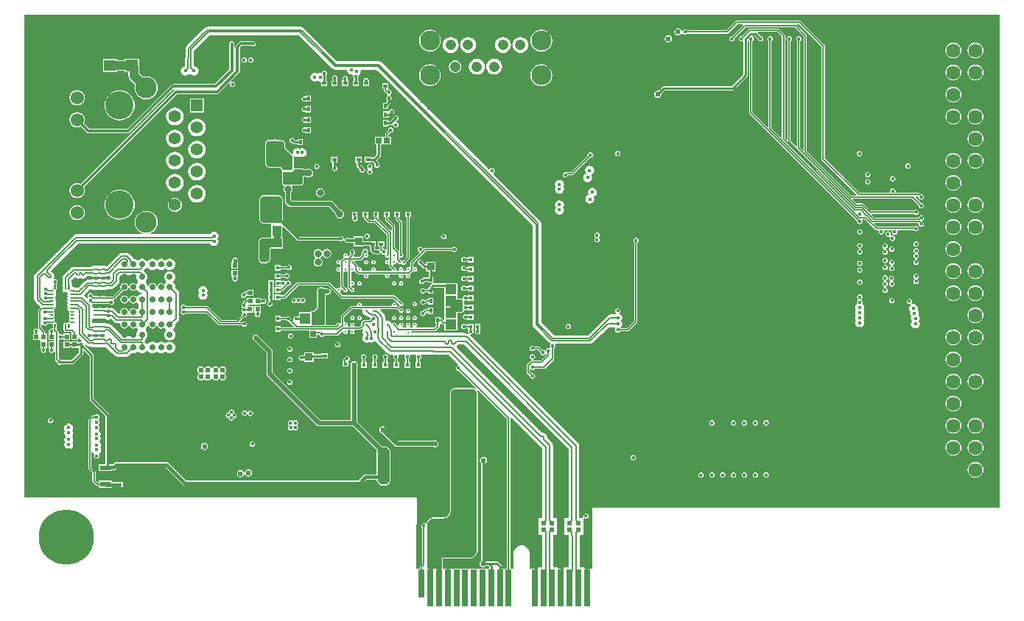
<source format=gbl>
G04*
G04 #@! TF.GenerationSoftware,Altium Limited,Altium Designer,24.6.1 (21)*
G04*
G04 Layer_Physical_Order=6*
G04 Layer_Color=16711680*
%FSLAX44Y44*%
%MOMM*%
G71*
G04*
G04 #@! TF.SameCoordinates,8A5C2320-89B1-46AE-BF24-1CDB1CC95B2A*
G04*
G04*
G04 #@! TF.FilePolarity,Positive*
G04*
G01*
G75*
%ADD11C,0.2540*%
%ADD16C,0.1524*%
%ADD17C,0.1270*%
%ADD24R,0.7112X4.1910*%
%ADD35R,0.5000X0.4000*%
%ADD41R,0.5500X0.5500*%
G04:AMPARAMS|DCode=45|XSize=0.2mm|YSize=0.5mm|CornerRadius=0.05mm|HoleSize=0mm|Usage=FLASHONLY|Rotation=180.000|XOffset=0mm|YOffset=0mm|HoleType=Round|Shape=RoundedRectangle|*
%AMROUNDEDRECTD45*
21,1,0.2000,0.4000,0,0,180.0*
21,1,0.1000,0.5000,0,0,180.0*
1,1,0.1000,-0.0500,0.2000*
1,1,0.1000,0.0500,0.2000*
1,1,0.1000,0.0500,-0.2000*
1,1,0.1000,-0.0500,-0.2000*
%
%ADD45ROUNDEDRECTD45*%
G04:AMPARAMS|DCode=46|XSize=0.5mm|YSize=0.2mm|CornerRadius=0.05mm|HoleSize=0mm|Usage=FLASHONLY|Rotation=180.000|XOffset=0mm|YOffset=0mm|HoleType=Round|Shape=RoundedRectangle|*
%AMROUNDEDRECTD46*
21,1,0.5000,0.1000,0,0,180.0*
21,1,0.4000,0.2000,0,0,180.0*
1,1,0.1000,-0.2000,0.0500*
1,1,0.1000,0.2000,0.0500*
1,1,0.1000,0.2000,-0.0500*
1,1,0.1000,-0.2000,-0.0500*
%
%ADD46ROUNDEDRECTD46*%
G04:AMPARAMS|DCode=47|XSize=0.565mm|YSize=0.2mm|CornerRadius=0.05mm|HoleSize=0mm|Usage=FLASHONLY|Rotation=0.000|XOffset=0mm|YOffset=0mm|HoleType=Round|Shape=RoundedRectangle|*
%AMROUNDEDRECTD47*
21,1,0.5650,0.1000,0,0,0.0*
21,1,0.4650,0.2000,0,0,0.0*
1,1,0.1000,0.2325,-0.0500*
1,1,0.1000,-0.2325,-0.0500*
1,1,0.1000,-0.2325,0.0500*
1,1,0.1000,0.2325,0.0500*
%
%ADD47ROUNDEDRECTD47*%
%ADD50R,0.7000X0.6500*%
%ADD63R,0.9051X0.9062*%
%ADD66R,0.4500X0.4500*%
%ADD67R,0.4000X0.5000*%
%ADD69R,0.4500X0.4500*%
%ADD72R,0.6500X0.6500*%
%ADD76R,0.9062X0.9051*%
%ADD79R,0.5200X0.5200*%
%ADD82R,0.6000X0.5500*%
G04:AMPARAMS|DCode=105|XSize=1.2mm|YSize=3.2mm|CornerRadius=0.048mm|HoleSize=0mm|Usage=FLASHONLY|Rotation=180.000|XOffset=0mm|YOffset=0mm|HoleType=Round|Shape=RoundedRectangle|*
%AMROUNDEDRECTD105*
21,1,1.2000,3.1040,0,0,180.0*
21,1,1.1040,3.2000,0,0,180.0*
1,1,0.0960,-0.5520,1.5520*
1,1,0.0960,0.5520,1.5520*
1,1,0.0960,0.5520,-1.5520*
1,1,0.0960,-0.5520,-1.5520*
%
%ADD105ROUNDEDRECTD105*%
G04:AMPARAMS|DCode=106|XSize=0.565mm|YSize=0.4mm|CornerRadius=0.05mm|HoleSize=0mm|Usage=FLASHONLY|Rotation=0.000|XOffset=0mm|YOffset=0mm|HoleType=Round|Shape=RoundedRectangle|*
%AMROUNDEDRECTD106*
21,1,0.5650,0.3000,0,0,0.0*
21,1,0.4650,0.4000,0,0,0.0*
1,1,0.1000,0.2325,-0.1500*
1,1,0.1000,-0.2325,-0.1500*
1,1,0.1000,-0.2325,0.1500*
1,1,0.1000,0.2325,0.1500*
%
%ADD106ROUNDEDRECTD106*%
G04:AMPARAMS|DCode=129|XSize=1.5mm|YSize=2.55mm|CornerRadius=0.75mm|HoleSize=0mm|Usage=FLASHONLY|Rotation=270.000|XOffset=0mm|YOffset=0mm|HoleType=Round|Shape=RoundedRectangle|*
%AMROUNDEDRECTD129*
21,1,1.5000,1.0500,0,0,270.0*
21,1,0.0000,2.5500,0,0,270.0*
1,1,1.5000,-0.5250,0.0000*
1,1,1.5000,-0.5250,0.0000*
1,1,1.5000,0.5250,0.0000*
1,1,1.5000,0.5250,0.0000*
%
%ADD129ROUNDEDRECTD129*%
%ADD139C,0.5000*%
%ADD140C,0.3810*%
%ADD141C,0.6350*%
%ADD142C,0.5080*%
%ADD143C,0.3048*%
%ADD144C,0.2032*%
%ADD145C,0.1778*%
%ADD146C,1.0160*%
%ADD150O,2.0000X0.9144*%
%ADD151C,1.2080*%
%ADD152C,2.3000*%
%ADD153C,6.3500*%
%ADD154C,0.7000*%
%ADD155C,1.6200*%
%ADD156C,1.5300*%
%ADD157C,1.3980*%
%ADD158O,1.4000X1.9500*%
%ADD159R,1.3980X1.3980*%
%ADD160C,2.4450*%
%ADD161C,3.2500*%
%ADD162C,2.7000*%
%ADD163C,0.4064*%
%ADD164C,0.5080*%
%ADD165C,0.6096*%
%ADD166C,0.8128*%
%ADD167C,0.3048*%
%ADD168C,2.0320*%
%ADD169R,0.7112X3.2004*%
%ADD170R,1.0582X1.3061*%
%ADD171R,1.2500X0.6000*%
%ADD172R,0.5500X0.5500*%
%ADD173R,1.3062X1.1544*%
%ADD174R,0.5500X0.6000*%
%ADD175R,0.5200X0.5200*%
%ADD176R,1.1544X1.3062*%
%ADD177R,0.5000X0.4500*%
%ADD178R,1.4621X1.3549*%
%ADD179R,1.4562X1.3046*%
%ADD180R,0.5400X0.5800*%
%ADD181C,0.7620*%
G36*
X1121000Y650000D02*
X1121000Y82500D01*
X653000Y82500D01*
Y12500D01*
X643118D01*
Y14097D01*
X637955D01*
Y49412D01*
X637924Y49568D01*
X637942Y49727D01*
X637902Y50218D01*
X638763Y51152D01*
X642262D01*
Y58952D01*
X642262Y69871D01*
Y69901D01*
Y69901D01*
X642262Y69965D01*
X642605Y70131D01*
X643532Y70578D01*
X644054Y70229D01*
X645244Y69992D01*
X646433Y70229D01*
X647441Y70903D01*
X648115Y71911D01*
X648351Y73100D01*
X648115Y74289D01*
X647441Y75298D01*
X646433Y75971D01*
X645244Y76208D01*
X644054Y75971D01*
X643046Y75298D01*
X642372Y74289D01*
X642136Y73100D01*
X642337Y72087D01*
X641992Y71416D01*
X641555Y70848D01*
X641498Y70848D01*
X641358Y70848D01*
X637684D01*
Y153970D01*
X637388Y155457D01*
X636546Y156717D01*
X513467Y279796D01*
X513466Y279814D01*
X513485Y279834D01*
X512312Y280734D01*
X512850Y281922D01*
X513000Y281892D01*
X514189Y282129D01*
X515197Y282803D01*
X515871Y283811D01*
X516108Y285000D01*
X515871Y286189D01*
X515688Y286464D01*
X516266Y287734D01*
X516266D01*
Y294266D01*
X509734D01*
Y292942D01*
X507368D01*
X507197Y293197D01*
X506189Y293871D01*
X505000Y294108D01*
X503811Y293871D01*
X502803Y293197D01*
X502129Y292189D01*
X501892Y291000D01*
X502129Y289811D01*
X502803Y288803D01*
X503811Y288129D01*
X505000Y287892D01*
X506189Y288129D01*
X507197Y288803D01*
X507368Y289058D01*
X509734D01*
Y287734D01*
X509734D01*
X510312Y286464D01*
X510129Y286189D01*
X509892Y285000D01*
X510129Y283811D01*
X510310Y283540D01*
X509468Y282514D01*
X507208Y283450D01*
X503560Y283931D01*
Y283885D01*
X444857D01*
X444674Y284244D01*
X445454Y285514D01*
X471586D01*
X471586Y285514D01*
X472379Y285672D01*
X473051Y286121D01*
X476465Y289535D01*
X476465Y289535D01*
X476914Y290207D01*
X477072Y291000D01*
Y293697D01*
X478016Y294484D01*
D01*
X479286Y294784D01*
X480146Y293924D01*
X480146Y293924D01*
X480818Y293475D01*
X481611Y293317D01*
X482453D01*
Y286694D01*
X497547D01*
Y300212D01*
Y306900D01*
X502398D01*
X502600Y306984D01*
X502819D01*
X503554Y307288D01*
X503708Y307443D01*
X503910Y307527D01*
X504473Y308090D01*
X504557Y308292D01*
X504711Y308446D01*
X505000Y309143D01*
X505023Y309189D01*
X505217Y309421D01*
X505635Y309779D01*
X506356Y310018D01*
X506370Y310018D01*
X507000Y309892D01*
X508189Y310129D01*
X508464Y310312D01*
X509734Y309734D01*
Y309734D01*
X516266D01*
Y316266D01*
X509734D01*
Y316266D01*
X508464Y315688D01*
X508189Y315871D01*
X507000Y316108D01*
X506370Y315982D01*
X505100Y316807D01*
Y320076D01*
X505297Y320368D01*
X505787Y320804D01*
X506204Y321051D01*
X507000Y320892D01*
X508189Y321129D01*
X508464Y321312D01*
X509734Y320734D01*
Y320734D01*
X516266D01*
Y327266D01*
X509734D01*
Y327266D01*
X508464Y326688D01*
X508189Y326871D01*
X507000Y327108D01*
X505811Y326871D01*
X504803Y326198D01*
X504129Y325189D01*
X503892Y324000D01*
X503904Y323941D01*
X502818Y323016D01*
X502793Y323016D01*
X502600Y323016D01*
X502398Y323100D01*
X502000Y323100D01*
X502000Y323100D01*
X497547Y323100D01*
Y326971D01*
Y340547D01*
X482453D01*
Y340331D01*
X470298D01*
X470016Y341484D01*
X470016Y341601D01*
Y348516D01*
X469331D01*
Y354453D01*
X472536D01*
Y365547D01*
X461453D01*
Y363639D01*
X460183Y363113D01*
X458061Y365235D01*
X457871Y366189D01*
X457197Y367197D01*
X456189Y367871D01*
X455000Y368108D01*
X453811Y367871D01*
X452803Y367197D01*
X452129Y366189D01*
X451892Y365000D01*
X452129Y363811D01*
X452803Y362803D01*
X453811Y362129D01*
X454765Y361939D01*
X458352Y358352D01*
X459108Y357847D01*
X460000Y357669D01*
X461453D01*
Y354453D01*
X464669D01*
Y348516D01*
X463984D01*
Y347331D01*
X459250D01*
X458358Y347153D01*
X457602Y346648D01*
X457051Y346097D01*
X457000Y346108D01*
X455811Y345871D01*
X454803Y345197D01*
X454129Y344189D01*
X453892Y343000D01*
X454129Y341811D01*
X454803Y340802D01*
X455811Y340129D01*
X457000Y339892D01*
X458189Y340129D01*
X459198Y340802D01*
X459871Y341811D01*
X459999Y342453D01*
X460215Y342669D01*
X463984D01*
Y341484D01*
X468506D01*
X468631Y340214D01*
X468326Y340153D01*
X467570Y339648D01*
X466082Y338160D01*
X465577Y337404D01*
X465399Y336512D01*
Y335516D01*
X463984D01*
Y333813D01*
X460454D01*
X460197Y334198D01*
X459189Y334871D01*
X458000Y335108D01*
X456811Y334871D01*
X455802Y334198D01*
X455129Y333189D01*
X454892Y332000D01*
X455129Y330811D01*
X455802Y329803D01*
X456811Y329129D01*
X458000Y328892D01*
X459189Y329129D01*
X460197Y329803D01*
X460454Y330187D01*
X463984D01*
Y328484D01*
X470016D01*
Y332505D01*
X470061Y332730D01*
Y335547D01*
X470183Y335669D01*
X482453D01*
Y326971D01*
Y313453D01*
Y299136D01*
X481280Y298650D01*
X480465Y299465D01*
X479793Y299914D01*
X479000Y300072D01*
X478016Y300826D01*
Y301516D01*
X471984D01*
Y294484D01*
X472928D01*
Y291858D01*
X470728Y289658D01*
X450554D01*
X450169Y290928D01*
X450529Y291169D01*
X451091Y292009D01*
X451288Y293000D01*
X451091Y293991D01*
X450529Y294831D01*
X449689Y295393D01*
X448698Y295590D01*
X447707Y295393D01*
X446867Y294831D01*
X446305Y293991D01*
X446108Y293000D01*
X446305Y292009D01*
X446867Y291169D01*
X447227Y290928D01*
X446842Y289658D01*
X442856D01*
X442471Y290928D01*
X442831Y291169D01*
X443393Y292009D01*
X443590Y293000D01*
X443393Y293991D01*
X442831Y294831D01*
X441991Y295393D01*
X441000Y295590D01*
X440009Y295393D01*
X439169Y294831D01*
X438607Y293991D01*
X438410Y293000D01*
X438607Y292009D01*
X439169Y291169D01*
X439529Y290928D01*
X439144Y289658D01*
X434856D01*
X434471Y290928D01*
X434831Y291169D01*
X435393Y292009D01*
X435590Y293000D01*
X435393Y293991D01*
X434831Y294831D01*
X433991Y295393D01*
X433000Y295590D01*
X432009Y295393D01*
X431169Y294831D01*
X430607Y293991D01*
X430410Y293000D01*
X429344Y291884D01*
X429087Y291842D01*
X427505Y293425D01*
X427393Y293991D01*
X426831Y294831D01*
X425991Y295393D01*
X425000Y295590D01*
X424009Y295393D01*
X423169Y294831D01*
X422884Y294405D01*
X422606Y294334D01*
X421307Y294784D01*
X420296Y296296D01*
X418784Y297307D01*
X417000Y297661D01*
X416127Y297488D01*
X414857Y298478D01*
Y299851D01*
X414868D01*
X414527Y302437D01*
X413529Y304846D01*
X411964Y306887D01*
X411964Y306887D01*
X411963Y306887D01*
X411064Y307777D01*
X408828Y310014D01*
X409314Y311187D01*
X428249D01*
X430415Y309022D01*
X430410Y309000D01*
X430607Y308009D01*
X431169Y307169D01*
X432009Y306607D01*
X433000Y306410D01*
X433991Y306607D01*
X434831Y307169D01*
X435393Y308009D01*
X435590Y309000D01*
X435393Y309991D01*
X434831Y310831D01*
X433991Y311393D01*
X433000Y311590D01*
X432978Y311585D01*
X430282Y314282D01*
X429694Y314675D01*
X429000Y314813D01*
X428427D01*
X427533Y316083D01*
X427590Y316368D01*
X427393Y317359D01*
X426831Y318199D01*
X425991Y318761D01*
X425000Y318958D01*
X424009Y318761D01*
X423169Y318199D01*
X422607Y317359D01*
X422410Y316368D01*
X422467Y316083D01*
X421573Y314813D01*
X388427D01*
X387533Y316083D01*
X387590Y316368D01*
X387393Y317359D01*
X386831Y318199D01*
X385991Y318761D01*
X385000Y318958D01*
X384009Y318761D01*
X383169Y318199D01*
X382607Y317359D01*
X382410Y316368D01*
X382467Y316083D01*
X381573Y314813D01*
X376000D01*
X375306Y314675D01*
X374718Y314282D01*
X364416Y303980D01*
X364023Y303392D01*
X363885Y302698D01*
Y295538D01*
X363411Y295220D01*
X362615Y294976D01*
X361991Y295393D01*
X361000Y295590D01*
X360009Y295393D01*
X359169Y294831D01*
X358607Y293991D01*
X358410Y293000D01*
X357421Y292353D01*
X346584D01*
X346539Y292379D01*
X346415Y292487D01*
X345826Y293623D01*
X346016Y294082D01*
Y294301D01*
X346100Y294503D01*
Y295000D01*
X346100Y295000D01*
X346100Y327374D01*
X348500D01*
X349888Y327650D01*
X351064Y328436D01*
X351850Y329613D01*
X352126Y331000D01*
X351850Y332388D01*
X351064Y333564D01*
X349888Y334350D01*
X348500Y334626D01*
X345425D01*
X345397Y334694D01*
X344694Y335397D01*
X344492Y335481D01*
X344337Y335635D01*
X344067Y335747D01*
X343973D01*
X343897Y335802D01*
X342752Y336071D01*
X342622Y336049D01*
X342500Y336100D01*
X342500D01*
X342500Y336100D01*
X340000Y336100D01*
X339503Y336100D01*
X339301Y336016D01*
X339082D01*
X338163Y335635D01*
X338008Y335481D01*
X337806Y335397D01*
X337103Y334694D01*
X337029Y334516D01*
X336984D01*
Y334456D01*
X336865Y334337D01*
X336484Y333418D01*
Y333199D01*
X336400Y332997D01*
X336400Y332500D01*
Y331131D01*
X336374Y331000D01*
X336400Y330869D01*
Y312955D01*
X332044Y308600D01*
X330000D01*
X329222Y308278D01*
X328920Y307547D01*
X315453D01*
Y302331D01*
X313998D01*
X313189Y302871D01*
X312000Y303108D01*
X310811Y302871D01*
X309802Y302197D01*
X309129Y301189D01*
X308892Y300000D01*
X309129Y298811D01*
X309289Y298570D01*
X308303Y297761D01*
X306518Y299546D01*
X306608Y300000D01*
X306371Y301189D01*
X305697Y302197D01*
X304689Y302871D01*
X303500Y303108D01*
X302311Y302871D01*
X301303Y302197D01*
X301045Y301813D01*
X294766D01*
Y303266D01*
X288234D01*
Y296734D01*
X294766D01*
Y298187D01*
X301045D01*
X301303Y297803D01*
X302311Y297129D01*
X303500Y296892D01*
X303954Y296983D01*
X309950Y290986D01*
X309464Y289813D01*
X294766D01*
Y291266D01*
X288234D01*
Y284734D01*
X294766D01*
Y286187D01*
X327734D01*
Y277734D01*
X336266D01*
Y281790D01*
X338842D01*
X339014Y280926D01*
X339687Y279918D01*
X340696Y279244D01*
X341885Y279007D01*
X343074Y279244D01*
X344082Y279918D01*
X344339Y280302D01*
X359115D01*
X359809Y280440D01*
X360397Y280833D01*
X365252Y285689D01*
X366423Y285063D01*
X366410Y285000D01*
X366607Y284009D01*
X367169Y283169D01*
X368009Y282607D01*
X369000Y282410D01*
X369991Y282607D01*
X370831Y283169D01*
X371393Y284009D01*
X371590Y285000D01*
X371407Y285917D01*
X371406Y286013D01*
X372121Y287187D01*
X373879D01*
X374594Y286013D01*
X374593Y285917D01*
X374410Y285000D01*
X374607Y284009D01*
X375169Y283169D01*
X376009Y282607D01*
X377000Y282410D01*
X377991Y282607D01*
X378831Y283169D01*
X379393Y284009D01*
X379590Y285000D01*
X379407Y285917D01*
X379406Y286013D01*
X380121Y287187D01*
X386000D01*
X386694Y287325D01*
X387282Y287718D01*
X388537Y288973D01*
X388631Y288944D01*
X389302Y287696D01*
X388693Y286784D01*
X388338Y285000D01*
X388693Y283216D01*
X389334Y282257D01*
X389784Y281031D01*
X389324Y280343D01*
X388661Y279350D01*
X388266Y277368D01*
X388661Y275386D01*
X389784Y273706D01*
X391464Y272583D01*
X393446Y272188D01*
X395428Y272583D01*
X396113Y273040D01*
X396798Y272583D01*
X398780Y272188D01*
X400762Y272583D01*
X402443Y273706D01*
X402609Y273955D01*
X403974Y273711D01*
X405409Y271841D01*
X405409D01*
X406308Y270950D01*
X414967Y262291D01*
X415861Y261393D01*
X415861Y261393D01*
X415861Y261393D01*
X417818Y259892D01*
X420129Y258934D01*
X421401Y258767D01*
X421401Y258767D01*
X421970Y258692D01*
X422609Y258608D01*
X422609D01*
X423577Y258318D01*
X424129Y257189D01*
X423892Y256000D01*
X424129Y254811D01*
X424803Y253803D01*
X425558Y253298D01*
Y249766D01*
X424234D01*
Y243234D01*
X430766D01*
Y249766D01*
X429442D01*
Y254169D01*
X429871Y254811D01*
X430108Y256000D01*
X429871Y257189D01*
X429767Y257345D01*
X430446Y258615D01*
X436554D01*
X437233Y257345D01*
X437129Y257189D01*
X436892Y256000D01*
X437129Y254811D01*
X437803Y253803D01*
X438058Y253632D01*
Y249766D01*
X436734D01*
Y243234D01*
X443266D01*
Y249766D01*
X441942D01*
Y253632D01*
X442197Y253803D01*
X442871Y254811D01*
X443108Y256000D01*
X442871Y257189D01*
X442767Y257345D01*
X443446Y258615D01*
X449554D01*
X450233Y257345D01*
X450129Y257189D01*
X449892Y256000D01*
X450129Y254811D01*
X450558Y254169D01*
Y249766D01*
X449234D01*
Y243234D01*
X455766D01*
Y249766D01*
X454442D01*
Y253298D01*
X455197Y253803D01*
X455871Y254811D01*
X456108Y256000D01*
X455871Y257189D01*
X455767Y257345D01*
X456446Y258615D01*
X469705D01*
X470298Y258497D01*
X487400D01*
X498579Y247319D01*
X498161Y245941D01*
X497811Y245871D01*
X496802Y245198D01*
X496129Y244189D01*
X495892Y243000D01*
X496129Y241811D01*
X496802Y240802D01*
X497811Y240129D01*
X499000Y239892D01*
X499301Y239952D01*
X519041Y220213D01*
X518956Y220063D01*
X518253Y219255D01*
X516415Y220016D01*
X516197D01*
X515994Y220100D01*
X515000Y220100D01*
X495000Y220100D01*
X495000Y220100D01*
X494005Y220100D01*
X493803Y220016D01*
X493585D01*
X491747Y219255D01*
X491592Y219100D01*
X491390Y219016D01*
X489984Y217610D01*
X489900Y217408D01*
X489745Y217253D01*
X488984Y215415D01*
Y215197D01*
X488900Y214995D01*
Y214000D01*
Y79029D01*
X488862Y78253D01*
X488555Y76708D01*
X487963Y75278D01*
X487103Y73991D01*
X486008Y72897D01*
X484722Y72037D01*
X483292Y71445D01*
X481747Y71138D01*
X480973Y71100D01*
X470000D01*
X470000Y71100D01*
X469311Y71100D01*
X469207Y71056D01*
X469096Y71078D01*
X467744Y70809D01*
X467650Y70747D01*
X467537D01*
X466263Y70219D01*
X466184Y70140D01*
X466073Y70118D01*
X464927Y69352D01*
X464864Y69258D01*
X464760Y69215D01*
X463785Y68240D01*
X463742Y68136D01*
X463648Y68073D01*
X462882Y66927D01*
X462860Y66816D01*
X462781Y66736D01*
X462253Y65463D01*
Y65350D01*
X462190Y65256D01*
X462136Y64982D01*
X462031Y64894D01*
X460745Y64500D01*
X460189Y64871D01*
X459000Y65108D01*
X457811Y64871D01*
X456802Y64198D01*
X456129Y63189D01*
X455892Y62000D01*
X456129Y60811D01*
X456802Y59802D01*
X456928Y59718D01*
Y17696D01*
X455049Y15817D01*
X454600Y15145D01*
X454442Y14352D01*
X454442Y14352D01*
Y12500D01*
X450000D01*
Y62646D01*
X450209D01*
X450986Y62969D01*
X451281Y63264D01*
X451604Y64041D01*
Y92600D01*
X451520Y92802D01*
Y93021D01*
X451443Y93206D01*
X451288Y93361D01*
X451205Y93563D01*
X451063Y93705D01*
X450861Y93788D01*
X450706Y93943D01*
X450521Y94020D01*
X450302D01*
X450100Y94103D01*
X0D01*
Y650000D01*
X1121000Y650000D01*
D02*
G37*
G36*
X502000Y322000D02*
X502000Y322000D01*
X502398Y322000D01*
X503133Y321695D01*
X503695Y321133D01*
X504000Y320398D01*
X504000Y320000D01*
X504000Y313542D01*
X503892Y313000D01*
X504000Y312458D01*
Y310000D01*
X504000Y310000D01*
Y309602D01*
X503695Y308867D01*
X503133Y308305D01*
X502398Y308000D01*
X489000D01*
Y322000D01*
X502000Y322000D01*
D02*
G37*
G36*
X340000Y335000D02*
X342500Y335000D01*
X342500Y335000D01*
X342500Y335000D01*
X342500D01*
X343646Y334731D01*
X343916Y334619D01*
X344619Y333916D01*
X345000Y332997D01*
X345000Y332500D01*
X345000Y295000D01*
X345000Y295000D01*
Y294503D01*
X344619Y293584D01*
X343916Y292881D01*
X342997Y292500D01*
X330000D01*
Y307500D01*
X332500D01*
X337500Y312500D01*
Y332500D01*
X337500Y332997D01*
X337881Y333916D01*
X338584Y334619D01*
X339503Y335000D01*
X340000Y335000D01*
D02*
G37*
G36*
X388521Y309917D02*
X388338Y309000D01*
X388693Y307216D01*
X389704Y305704D01*
X391216Y304693D01*
X391944Y304548D01*
X392858Y303678D01*
X392858Y303678D01*
X394516Y302571D01*
X394522Y302584D01*
X397348Y301365D01*
X397408Y301352D01*
X397460Y301319D01*
X397741Y301208D01*
X397857Y300378D01*
X397825Y299881D01*
X396757Y298813D01*
X391000D01*
X390306Y298675D01*
X389718Y298282D01*
X387718Y296282D01*
X387325Y295694D01*
X387187Y295000D01*
Y292751D01*
X385249Y290813D01*
X380121D01*
X379406Y291986D01*
X379407Y292083D01*
X379590Y293000D01*
X379393Y293991D01*
X378831Y294831D01*
X377991Y295393D01*
X377000Y295590D01*
X376009Y295393D01*
X375169Y294831D01*
X374607Y293991D01*
X374410Y293000D01*
X374593Y292083D01*
X374594Y291986D01*
X373879Y290813D01*
X372121D01*
X371406Y291986D01*
X371407Y292083D01*
X371590Y293000D01*
X371393Y293991D01*
X370831Y294831D01*
X369991Y295393D01*
X369000Y295590D01*
X368781Y295546D01*
X367511Y296471D01*
Y301947D01*
X376751Y311187D01*
X387552D01*
X388521Y309917D01*
D02*
G37*
G36*
X515000Y219000D02*
X515994Y219000D01*
X517832Y218239D01*
X519239Y216832D01*
X519921Y215184D01*
X520000Y214004D01*
Y214000D01*
X520000Y214000D01*
X520000Y214000D01*
X520000Y34000D01*
Y33114D01*
X519654Y31375D01*
X518976Y29737D01*
X517991Y28263D01*
X516737Y27009D01*
X515263Y26024D01*
X513625Y25346D01*
X511886Y25000D01*
X511000D01*
Y25000D01*
X480000Y25000D01*
Y12500D01*
X463000D01*
Y49500D01*
Y50594D01*
X463000Y50594D01*
Y63689D01*
X463269Y65042D01*
X463797Y66316D01*
X464563Y67462D01*
X465538Y68437D01*
X466684Y69203D01*
X467958Y69731D01*
X469311Y70000D01*
X470000Y70000D01*
X470000Y70000D01*
X481000D01*
X481882Y70043D01*
X483613Y70388D01*
X485243Y71063D01*
X486710Y72043D01*
X487957Y73291D01*
X488937Y74757D01*
X489612Y76387D01*
X489957Y78118D01*
X490000Y79000D01*
X490000Y79000D01*
Y214000D01*
Y214995D01*
X490761Y216832D01*
X492168Y218239D01*
X494005Y219000D01*
X495000Y219000D01*
X495000Y219000D01*
X515000Y219000D01*
D02*
G37*
G36*
X625343Y150467D02*
Y70848D01*
X620766D01*
Y58952D01*
Y51152D01*
X625444D01*
X625629Y48883D01*
Y14097D01*
X619910D01*
Y12500D01*
X613118D01*
Y14097D01*
X607670D01*
Y36268D01*
X607677Y36303D01*
Y51152D01*
X612262D01*
Y58952D01*
Y70848D01*
X607684D01*
Y154058D01*
X607388Y155544D01*
X606547Y156804D01*
X600633Y162718D01*
X600874Y163930D01*
X600509Y165763D01*
X600135Y166323D01*
X599470Y167318D01*
X599470Y167318D01*
X597916Y168356D01*
X596083Y168721D01*
X594871Y168480D01*
X496501Y266850D01*
X496626Y268114D01*
X497114Y268440D01*
X498349Y270288D01*
X498364Y270362D01*
X505448D01*
X625343Y150467D01*
D02*
G37*
G36*
X595343Y150555D02*
Y70848D01*
X590766D01*
Y58952D01*
Y51152D01*
X595350D01*
Y38218D01*
X595343Y38184D01*
Y14097D01*
X589910D01*
Y12500D01*
X581000D01*
Y29500D01*
X580919Y30740D01*
X580277Y33135D01*
X579037Y35283D01*
X577283Y37037D01*
X575135Y38277D01*
X572740Y38919D01*
X570260D01*
X567864Y38277D01*
X565717Y37037D01*
X563963Y35283D01*
X562723Y33135D01*
X562081Y30740D01*
X562000Y29500D01*
Y12500D01*
X558456D01*
Y185486D01*
X558456Y185486D01*
X558417Y185685D01*
X559587Y186310D01*
X595343Y150555D01*
D02*
G37*
G36*
X554572Y184681D02*
Y12500D01*
X548845D01*
Y14486D01*
X548667Y15378D01*
X548162Y16134D01*
X544648Y19648D01*
X543892Y20153D01*
X543000Y20331D01*
X530330D01*
X529930Y20930D01*
X529331Y21330D01*
Y132957D01*
X530614Y133814D01*
X531512Y135158D01*
X531827Y136744D01*
X531512Y138329D01*
X530614Y139674D01*
X529269Y140572D01*
X527684Y140887D01*
X526098Y140572D01*
X524754Y139674D01*
X523855Y138329D01*
X523540Y136744D01*
X523855Y135158D01*
X524672Y133935D01*
Y133562D01*
X524669Y133546D01*
Y21330D01*
X524070Y20930D01*
X523172Y19586D01*
X522856Y18000D01*
X523172Y16414D01*
X524070Y15070D01*
X525414Y14172D01*
X527000Y13856D01*
X528586Y14172D01*
X529930Y15070D01*
X530330Y15669D01*
X533035D01*
X534183Y14520D01*
Y12500D01*
X481100D01*
Y23900D01*
X511000Y23900D01*
X511000Y23900D01*
X511886D01*
X511991Y23943D01*
X512101Y23921D01*
X513840Y24267D01*
X513933Y24330D01*
X514046D01*
X515684Y25008D01*
X515764Y25088D01*
X515874Y25110D01*
X517348Y26095D01*
X517411Y26188D01*
X517515Y26232D01*
X518768Y27485D01*
X518811Y27589D01*
X518905Y27652D01*
X519890Y29126D01*
X519912Y29236D01*
X519992Y29316D01*
X520670Y30954D01*
Y31067D01*
X520733Y31160D01*
X521079Y32899D01*
X521057Y33010D01*
X521100Y33114D01*
Y34000D01*
X521100Y214000D01*
X521100Y214000D01*
Y214004D01*
X521085Y214039D01*
X521097Y214076D01*
X521018Y215257D01*
X520937Y215422D01*
Y215605D01*
X520255Y217253D01*
X521063Y217956D01*
X521213Y218041D01*
X554572Y184681D01*
D02*
G37*
%LPC*%
G36*
X740000Y626144D02*
X738414Y625828D01*
X737070Y624930D01*
X736172Y623586D01*
X735856Y622000D01*
X736172Y620414D01*
X737070Y619070D01*
X738414Y618172D01*
X740000Y617856D01*
X741586Y618172D01*
X742930Y619070D01*
X743828Y620414D01*
X744144Y622000D01*
X743828Y623586D01*
X742930Y624930D01*
X741586Y625828D01*
X740000Y626144D01*
D02*
G37*
G36*
X594000Y632624D02*
X590733Y632194D01*
X587688Y630933D01*
X585074Y628927D01*
X583067Y626312D01*
X581806Y623267D01*
X581376Y620000D01*
X581806Y616733D01*
X583067Y613688D01*
X585074Y611073D01*
X587688Y609067D01*
X590733Y607806D01*
X594000Y607376D01*
X597267Y607806D01*
X600312Y609067D01*
X602926Y611073D01*
X604933Y613688D01*
X606194Y616733D01*
X606624Y620000D01*
X606194Y623267D01*
X604933Y626312D01*
X602926Y628927D01*
X600312Y630933D01*
X597267Y632194D01*
X594000Y632624D01*
D02*
G37*
G36*
X466000D02*
X462733Y632194D01*
X459688Y630933D01*
X457074Y628927D01*
X455067Y626312D01*
X453806Y623267D01*
X453376Y620000D01*
X453806Y616733D01*
X455067Y613688D01*
X457074Y611073D01*
X459688Y609067D01*
X462733Y607806D01*
X466000Y607376D01*
X469267Y607806D01*
X472312Y609067D01*
X474926Y611073D01*
X476933Y613688D01*
X478194Y616733D01*
X478624Y620000D01*
X478194Y623267D01*
X476933Y626312D01*
X474926Y628927D01*
X472312Y630933D01*
X469267Y632194D01*
X466000Y632624D01*
D02*
G37*
G36*
X570000Y624166D02*
X567628Y623854D01*
X565417Y622938D01*
X563518Y621482D01*
X562062Y619583D01*
X561146Y617372D01*
X560834Y615000D01*
X561146Y612628D01*
X562062Y610417D01*
X563518Y608518D01*
X565417Y607062D01*
X567628Y606146D01*
X570000Y605834D01*
X572372Y606146D01*
X574583Y607062D01*
X576482Y608518D01*
X577938Y610417D01*
X578854Y612628D01*
X579166Y615000D01*
X578854Y617372D01*
X577938Y619583D01*
X576482Y621482D01*
X574583Y622938D01*
X572372Y623854D01*
X570000Y624166D01*
D02*
G37*
G36*
X550000D02*
X547628Y623854D01*
X545417Y622938D01*
X543518Y621482D01*
X542062Y619583D01*
X541146Y617372D01*
X540834Y615000D01*
X541146Y612628D01*
X542062Y610417D01*
X543518Y608518D01*
X545417Y607062D01*
X547628Y606146D01*
X550000Y605834D01*
X552373Y606146D01*
X554583Y607062D01*
X556482Y608518D01*
X557938Y610417D01*
X558854Y612628D01*
X559166Y615000D01*
X558854Y617372D01*
X557938Y619583D01*
X556482Y621482D01*
X554583Y622938D01*
X552373Y623854D01*
X550000Y624166D01*
D02*
G37*
G36*
X510000D02*
X507628Y623854D01*
X505417Y622938D01*
X503518Y621482D01*
X502062Y619583D01*
X501146Y617372D01*
X500834Y615000D01*
X501146Y612628D01*
X502062Y610417D01*
X503518Y608518D01*
X505417Y607062D01*
X507628Y606146D01*
X510000Y605834D01*
X512372Y606146D01*
X514583Y607062D01*
X516482Y608518D01*
X517938Y610417D01*
X518854Y612628D01*
X519166Y615000D01*
X518854Y617372D01*
X517938Y619583D01*
X516482Y621482D01*
X514583Y622938D01*
X512372Y623854D01*
X510000Y624166D01*
D02*
G37*
G36*
X490000D02*
X487628Y623854D01*
X485417Y622938D01*
X483518Y621482D01*
X482062Y619583D01*
X481146Y617372D01*
X480834Y615000D01*
X481146Y612628D01*
X482062Y610417D01*
X483518Y608518D01*
X485417Y607062D01*
X487628Y606146D01*
X490000Y605834D01*
X492372Y606146D01*
X494583Y607062D01*
X496482Y608518D01*
X497938Y610417D01*
X498854Y612628D01*
X499166Y615000D01*
X498854Y617372D01*
X497938Y619583D01*
X496482Y621482D01*
X494583Y622938D01*
X492372Y623854D01*
X490000Y624166D01*
D02*
G37*
G36*
X1093000Y617795D02*
X1090620Y617481D01*
X1088403Y616563D01*
X1086498Y615102D01*
X1085037Y613197D01*
X1084119Y610980D01*
X1083805Y608600D01*
X1084119Y606220D01*
X1085037Y604003D01*
X1086498Y602098D01*
X1088403Y600637D01*
X1090620Y599719D01*
X1093000Y599405D01*
X1095380Y599719D01*
X1097597Y600637D01*
X1099502Y602098D01*
X1100963Y604003D01*
X1101881Y606220D01*
X1102195Y608600D01*
X1101881Y610980D01*
X1100963Y613197D01*
X1099502Y615102D01*
X1097597Y616563D01*
X1095380Y617481D01*
X1093000Y617795D01*
D02*
G37*
G36*
X1067600D02*
X1065220Y617481D01*
X1063003Y616563D01*
X1061098Y615102D01*
X1059637Y613197D01*
X1058719Y610980D01*
X1058405Y608600D01*
X1058719Y606220D01*
X1059637Y604003D01*
X1061098Y602098D01*
X1063003Y600637D01*
X1065220Y599719D01*
X1067600Y599405D01*
X1069980Y599719D01*
X1072197Y600637D01*
X1074102Y602098D01*
X1075563Y604003D01*
X1076481Y606220D01*
X1076795Y608600D01*
X1076481Y610980D01*
X1075563Y613197D01*
X1074102Y615102D01*
X1072197Y616563D01*
X1069980Y617481D01*
X1067600Y617795D01*
D02*
G37*
G36*
X131827Y599034D02*
X115173D01*
Y597459D01*
X106797D01*
Y598731D01*
X90203D01*
Y583653D01*
X106797D01*
Y585028D01*
X115173D01*
Y583453D01*
X119515D01*
Y579869D01*
X119988Y577491D01*
X121336Y575474D01*
X127291Y569519D01*
X127100Y569057D01*
X126645Y565600D01*
X127100Y562143D01*
X128434Y558922D01*
X130556Y556156D01*
X133322Y554034D01*
X136543Y552700D01*
X140000Y552245D01*
X143457Y552700D01*
X146678Y554034D01*
X149444Y556156D01*
X151566Y558922D01*
X152900Y562143D01*
X153355Y565600D01*
X152900Y569057D01*
X151566Y572278D01*
X149444Y575044D01*
X146678Y577166D01*
X143457Y578500D01*
X140000Y578955D01*
X136543Y578500D01*
X136081Y578309D01*
X131946Y582444D01*
Y589549D01*
X131827Y590149D01*
Y599034D01*
D02*
G37*
G36*
X260000Y600608D02*
X258811Y600371D01*
X257803Y599697D01*
X257129Y598689D01*
X256892Y597500D01*
X257129Y596311D01*
X257803Y595303D01*
X258811Y594629D01*
X260000Y594392D01*
X261189Y594629D01*
X262197Y595303D01*
X262871Y596311D01*
X263108Y597500D01*
X262871Y598689D01*
X262197Y599697D01*
X261189Y600371D01*
X260000Y600608D01*
D02*
G37*
G36*
X252500D02*
X251311Y600371D01*
X250303Y599697D01*
X249629Y598689D01*
X249392Y597500D01*
X249629Y596311D01*
X250303Y595303D01*
X251311Y594629D01*
X252500Y594392D01*
X253689Y594629D01*
X254697Y595303D01*
X255371Y596311D01*
X255608Y597500D01*
X255371Y598689D01*
X254697Y599697D01*
X253689Y600371D01*
X252500Y600608D01*
D02*
G37*
G36*
X263000Y619608D02*
X261811Y619371D01*
X261390Y619090D01*
X249000D01*
X248009Y618893D01*
X247169Y618331D01*
X243169Y614331D01*
X242607Y613491D01*
X242410Y612500D01*
Y586797D01*
X242110Y586612D01*
X240840Y587322D01*
Y614640D01*
X241121Y615061D01*
X241358Y616250D01*
X241121Y617439D01*
X240448Y618447D01*
X239439Y619121D01*
X238250Y619358D01*
X237061Y619121D01*
X236052Y618447D01*
X235379Y617439D01*
X235142Y616250D01*
X235379Y615061D01*
X235660Y614640D01*
Y586823D01*
X218677Y569840D01*
X170750D01*
X169759Y569643D01*
X168919Y569081D01*
X118427Y518590D01*
X74573D01*
X68205Y524957D01*
X68943Y526738D01*
X69241Y529000D01*
X68943Y531262D01*
X68070Y533370D01*
X66681Y535181D01*
X64870Y536570D01*
X62762Y537443D01*
X60500Y537741D01*
X58238Y537443D01*
X56130Y536570D01*
X54319Y535181D01*
X52930Y533370D01*
X52057Y531262D01*
X51759Y529000D01*
X52057Y526738D01*
X52930Y524630D01*
X54319Y522819D01*
X56130Y521430D01*
X58238Y520557D01*
X60500Y520259D01*
X62762Y520557D01*
X64543Y521295D01*
X71669Y514169D01*
X72509Y513607D01*
X73500Y513410D01*
X119500D01*
X120491Y513607D01*
X121331Y514169D01*
X171483Y564321D01*
X172056Y564232D01*
X172324Y563684D01*
X172427Y562890D01*
X64543Y455005D01*
X62762Y455743D01*
X60500Y456041D01*
X58238Y455743D01*
X56130Y454870D01*
X54319Y453481D01*
X52930Y451670D01*
X52057Y449562D01*
X51759Y447300D01*
X52057Y445038D01*
X52930Y442930D01*
X54319Y441119D01*
X56130Y439730D01*
X58238Y438857D01*
X60500Y438559D01*
X62762Y438857D01*
X64870Y439730D01*
X66681Y441119D01*
X68070Y442930D01*
X68943Y445038D01*
X69241Y447300D01*
X68943Y449562D01*
X68205Y451343D01*
X175523Y558660D01*
X221381D01*
X222372Y558857D01*
X223212Y559419D01*
X235595Y571801D01*
X236581Y570992D01*
X236379Y570689D01*
X236142Y569500D01*
X236379Y568311D01*
X237052Y567303D01*
X238061Y566629D01*
X239250Y566392D01*
X240439Y566629D01*
X241448Y567303D01*
X242121Y568311D01*
X242358Y569500D01*
X242121Y570689D01*
X241448Y571698D01*
X240439Y572371D01*
X239250Y572608D01*
X238061Y572371D01*
X237758Y572169D01*
X236949Y573156D01*
X246831Y583038D01*
X247393Y583878D01*
X247590Y584869D01*
Y611427D01*
X250073Y613910D01*
X261390D01*
X261811Y613629D01*
X263000Y613392D01*
X264189Y613629D01*
X265198Y614302D01*
X265871Y615311D01*
X266108Y616500D01*
X265871Y617689D01*
X265198Y618698D01*
X264189Y619371D01*
X263000Y619608D01*
D02*
G37*
G36*
X495000Y597117D02*
X493158Y596874D01*
X491442Y596163D01*
X489968Y595032D01*
X488837Y593558D01*
X488126Y591842D01*
X487883Y590000D01*
X488126Y588158D01*
X488837Y586441D01*
X489968Y584968D01*
X491442Y583837D01*
X493158Y583126D01*
X495000Y582883D01*
X496842Y583126D01*
X498558Y583837D01*
X500032Y584968D01*
X501163Y586441D01*
X501874Y588158D01*
X502117Y590000D01*
X501874Y591842D01*
X501163Y593558D01*
X500032Y595032D01*
X498558Y596163D01*
X496842Y596874D01*
X495000Y597117D01*
D02*
G37*
G36*
X344922Y585286D02*
X343733Y585050D01*
X342725Y584376D01*
X342051Y583368D01*
X341269Y582845D01*
X339945Y583109D01*
X337963Y582715D01*
X336788Y581930D01*
X335614Y582715D01*
X333632Y583109D01*
X331650Y582715D01*
X329969Y581592D01*
X328847Y579911D01*
X328452Y577929D01*
X328847Y575947D01*
X329969Y574267D01*
X331650Y573144D01*
X333632Y572750D01*
X335614Y573144D01*
X336788Y573929D01*
X337963Y573144D01*
X339945Y572750D01*
X340002Y572761D01*
X340984Y571955D01*
Y567734D01*
X348016D01*
Y573766D01*
X347253D01*
Y580180D01*
X347793Y580989D01*
X348030Y582178D01*
X347793Y583368D01*
X347120Y584376D01*
X346112Y585050D01*
X344922Y585286D01*
D02*
G37*
G36*
X540000Y599166D02*
X537628Y598854D01*
X535417Y597938D01*
X533518Y596482D01*
X532062Y594583D01*
X531146Y592372D01*
X530834Y590000D01*
X531146Y587628D01*
X532062Y585417D01*
X533518Y583518D01*
X535417Y582062D01*
X537628Y581146D01*
X540000Y580834D01*
X542372Y581146D01*
X544583Y582062D01*
X546482Y583518D01*
X547938Y585417D01*
X548854Y587628D01*
X549166Y590000D01*
X548854Y592372D01*
X547938Y594583D01*
X546482Y596482D01*
X544583Y597938D01*
X542372Y598854D01*
X540000Y599166D01*
D02*
G37*
G36*
X520000D02*
X517628Y598854D01*
X515417Y597938D01*
X513518Y596482D01*
X512062Y594583D01*
X511146Y592372D01*
X510834Y590000D01*
X511146Y587628D01*
X512062Y585417D01*
X513518Y583518D01*
X515417Y582062D01*
X517628Y581146D01*
X520000Y580834D01*
X522372Y581146D01*
X524583Y582062D01*
X526482Y583518D01*
X527938Y585417D01*
X528854Y587628D01*
X529166Y590000D01*
X528854Y592372D01*
X527938Y594583D01*
X526482Y596482D01*
X524583Y597938D01*
X522372Y598854D01*
X520000Y599166D01*
D02*
G37*
G36*
X1093000Y592395D02*
X1090620Y592081D01*
X1088403Y591163D01*
X1086498Y589702D01*
X1085037Y587797D01*
X1084119Y585580D01*
X1083805Y583200D01*
X1084119Y580820D01*
X1085037Y578603D01*
X1086498Y576698D01*
X1088403Y575237D01*
X1090620Y574319D01*
X1093000Y574005D01*
X1095380Y574319D01*
X1097597Y575237D01*
X1099502Y576698D01*
X1100963Y578603D01*
X1101881Y580820D01*
X1102195Y583200D01*
X1101881Y585580D01*
X1100963Y587797D01*
X1099502Y589702D01*
X1097597Y591163D01*
X1095380Y592081D01*
X1093000Y592395D01*
D02*
G37*
G36*
X1067600D02*
X1065220Y592081D01*
X1063003Y591163D01*
X1061098Y589702D01*
X1059637Y587797D01*
X1058719Y585580D01*
X1058405Y583200D01*
X1058719Y580820D01*
X1059637Y578603D01*
X1061098Y576698D01*
X1063003Y575237D01*
X1065220Y574319D01*
X1067600Y574005D01*
X1069980Y574319D01*
X1072197Y575237D01*
X1074102Y576698D01*
X1075563Y578603D01*
X1076481Y580820D01*
X1076795Y583200D01*
X1076481Y585580D01*
X1075563Y587797D01*
X1074102Y589702D01*
X1072197Y591163D01*
X1069980Y592081D01*
X1067600Y592395D01*
D02*
G37*
G36*
X392763Y577059D02*
X391574Y576822D01*
X390566Y576148D01*
X389892Y575140D01*
X389656Y573951D01*
X389504Y573766D01*
X389234D01*
Y567734D01*
X396266D01*
Y573766D01*
X396023D01*
X395871Y573951D01*
X395634Y575140D01*
X394961Y576148D01*
X393953Y576822D01*
X392763Y577059D01*
D02*
G37*
G36*
X368433Y579503D02*
X367244Y579267D01*
X366236Y578593D01*
X365562Y577585D01*
X365325Y576396D01*
X365562Y575206D01*
X365676Y575036D01*
X365234Y573766D01*
X365234D01*
Y567734D01*
X372266D01*
Y573766D01*
X371734D01*
X371190Y575036D01*
X371304Y575206D01*
X371541Y576396D01*
X371304Y577585D01*
X370630Y578593D01*
X369622Y579267D01*
X368433Y579503D01*
D02*
G37*
G36*
X356750Y580108D02*
X355561Y579871D01*
X354552Y579198D01*
X353879Y578189D01*
X353642Y577000D01*
X353879Y575811D01*
X354294Y575189D01*
Y573766D01*
X352984D01*
Y567734D01*
X360016D01*
Y573766D01*
X359498D01*
X359104Y575036D01*
X359621Y575811D01*
X359858Y577000D01*
X359621Y578189D01*
X358947Y579198D01*
X357939Y579871D01*
X356750Y580108D01*
D02*
G37*
G36*
X594000Y592624D02*
X590733Y592194D01*
X587688Y590933D01*
X585074Y588927D01*
X583067Y586312D01*
X581806Y583267D01*
X581376Y580000D01*
X581806Y576733D01*
X583067Y573688D01*
X585074Y571073D01*
X587688Y569067D01*
X590733Y567806D01*
X594000Y567376D01*
X597267Y567806D01*
X600312Y569067D01*
X602926Y571073D01*
X604933Y573688D01*
X606194Y576733D01*
X606624Y580000D01*
X606194Y583267D01*
X604933Y586312D01*
X602926Y588927D01*
X600312Y590933D01*
X597267Y592194D01*
X594000Y592624D01*
D02*
G37*
G36*
X466000D02*
X462733Y592194D01*
X459688Y590933D01*
X457074Y588927D01*
X455067Y586312D01*
X453806Y583267D01*
X453376Y580000D01*
X453806Y576733D01*
X455067Y573688D01*
X457074Y571073D01*
X459688Y569067D01*
X462733Y567806D01*
X466000Y567376D01*
X469267Y567806D01*
X472312Y569067D01*
X474926Y571073D01*
X476933Y573688D01*
X478194Y576733D01*
X478624Y580000D01*
X478194Y583267D01*
X476933Y586312D01*
X474926Y588927D01*
X472312Y590933D01*
X469267Y592194D01*
X466000Y592624D01*
D02*
G37*
G36*
X323484Y556516D02*
X322214Y555765D01*
X321750Y555858D01*
X320561Y555621D01*
X319552Y554948D01*
X318879Y553939D01*
X318642Y552750D01*
X318879Y551561D01*
X319552Y550552D01*
X320561Y549879D01*
X321750Y549642D01*
X322214Y549735D01*
X323484Y549484D01*
Y549484D01*
X323484Y549484D01*
X329516D01*
Y556516D01*
X323484D01*
Y556516D01*
D02*
G37*
G36*
X1067600Y566995D02*
X1065220Y566681D01*
X1063003Y565763D01*
X1061098Y564302D01*
X1059637Y562397D01*
X1058719Y560180D01*
X1058405Y557800D01*
X1058719Y555420D01*
X1059637Y553203D01*
X1061098Y551298D01*
X1063003Y549837D01*
X1065220Y548919D01*
X1067600Y548605D01*
X1069980Y548919D01*
X1072197Y549837D01*
X1074102Y551298D01*
X1075563Y553203D01*
X1076481Y555420D01*
X1076795Y557800D01*
X1076481Y560180D01*
X1075563Y562397D01*
X1074102Y564302D01*
X1072197Y565763D01*
X1069980Y566681D01*
X1067600Y566995D01*
D02*
G37*
G36*
X60500Y563141D02*
X58238Y562843D01*
X56130Y561970D01*
X54319Y560581D01*
X52930Y558770D01*
X52057Y556662D01*
X51759Y554400D01*
X52057Y552138D01*
X52930Y550030D01*
X54319Y548219D01*
X56130Y546830D01*
X58238Y545957D01*
X60500Y545659D01*
X62762Y545957D01*
X64870Y546830D01*
X66681Y548219D01*
X68070Y550030D01*
X68943Y552138D01*
X69241Y554400D01*
X68943Y556662D01*
X68070Y558770D01*
X66681Y560581D01*
X64870Y561970D01*
X62762Y562843D01*
X60500Y563141D01*
D02*
G37*
G36*
X323484Y544516D02*
X322214Y544015D01*
X321750Y544108D01*
X320561Y543871D01*
X319552Y543198D01*
X318879Y542189D01*
X318642Y541000D01*
X318879Y539811D01*
X319552Y538802D01*
X320561Y538129D01*
X321750Y537892D01*
X322214Y537985D01*
X323484Y537484D01*
Y537484D01*
X329516D01*
Y544516D01*
X323484D01*
Y544516D01*
D02*
G37*
G36*
X418016Y571266D02*
X410984D01*
Y564734D01*
X412687D01*
Y563500D01*
X412825Y562806D01*
X413218Y562218D01*
X415232Y560204D01*
X415820Y559811D01*
X416061Y559763D01*
X416129Y559421D01*
X416802Y558413D01*
X417404Y558011D01*
X417432Y557933D01*
Y556677D01*
X417404Y556599D01*
X416802Y556198D01*
X416129Y555189D01*
X415892Y554000D01*
X416129Y552811D01*
X416378Y552438D01*
Y550174D01*
X414720Y548516D01*
X411984D01*
Y541484D01*
X418016D01*
Y545220D01*
X420356Y547560D01*
X420862Y548316D01*
X421039Y549208D01*
Y551697D01*
X421198Y551802D01*
X421871Y552811D01*
X422108Y554000D01*
X421871Y555189D01*
X421198Y556198D01*
X420596Y556599D01*
X420568Y556677D01*
Y557933D01*
X420596Y558011D01*
X421198Y558413D01*
X421871Y559421D01*
X422108Y560610D01*
X421871Y561799D01*
X421198Y562808D01*
X420189Y563481D01*
X419000Y563718D01*
X418285Y563576D01*
X418016Y564817D01*
Y571266D01*
D02*
G37*
G36*
X206406Y553356D02*
X190394D01*
Y537344D01*
X206406D01*
Y553356D01*
D02*
G37*
G36*
X323484Y532266D02*
X322214Y531815D01*
X322000Y531858D01*
X320811Y531621D01*
X319802Y530947D01*
X319129Y529939D01*
X318892Y528750D01*
X319129Y527561D01*
X319802Y526553D01*
X320811Y525879D01*
X322000Y525642D01*
X322214Y525685D01*
X323484Y525234D01*
Y525234D01*
X329516D01*
Y532266D01*
X323484D01*
Y532266D01*
D02*
G37*
G36*
X422000Y541108D02*
X420811Y540871D01*
X419803Y540197D01*
X419129Y539189D01*
X419089Y538991D01*
X418016Y538516D01*
X411984D01*
Y531484D01*
X418016D01*
Y532367D01*
X419110D01*
X420002Y532545D01*
X420758Y533050D01*
X422750Y535042D01*
X423189Y535129D01*
X424198Y535802D01*
X424871Y536811D01*
X425108Y538000D01*
X424871Y539189D01*
X424198Y540197D01*
X423189Y540871D01*
X422000Y541108D01*
D02*
G37*
G36*
X109500Y562649D02*
X106115Y562316D01*
X102861Y561329D01*
X99861Y559726D01*
X97232Y557568D01*
X95074Y554939D01*
X93471Y551939D01*
X92484Y548685D01*
X92150Y545300D01*
X92484Y541915D01*
X93471Y538661D01*
X95074Y535661D01*
X97232Y533032D01*
X99861Y530874D01*
X102861Y529271D01*
X106115Y528284D01*
X109500Y527951D01*
X112885Y528284D01*
X116139Y529271D01*
X119139Y530874D01*
X121768Y533032D01*
X123926Y535661D01*
X125529Y538661D01*
X126516Y541915D01*
X126850Y545300D01*
X126516Y548685D01*
X125529Y551939D01*
X123926Y554939D01*
X121768Y557568D01*
X119139Y559726D01*
X116139Y561329D01*
X112885Y562316D01*
X109500Y562649D01*
D02*
G37*
G36*
X427000Y534108D02*
X425811Y533871D01*
X424803Y533198D01*
X424129Y532189D01*
X423939Y531235D01*
X420035Y527331D01*
X418016D01*
Y528516D01*
X411984D01*
Y521484D01*
X418016D01*
Y522669D01*
X421000D01*
X421892Y522847D01*
X422648Y523352D01*
X422672Y523376D01*
X423368Y523162D01*
X423926Y522833D01*
X424129Y521811D01*
X424803Y520802D01*
X425811Y520129D01*
X427000Y519892D01*
X428189Y520129D01*
X429198Y520802D01*
X429871Y521811D01*
X430108Y523000D01*
X429871Y524189D01*
X429198Y525197D01*
X428189Y525871D01*
X427622Y525984D01*
X427062Y527250D01*
X427584Y528008D01*
X428189Y528129D01*
X429198Y528802D01*
X429871Y529811D01*
X430108Y531000D01*
X429871Y532189D01*
X429198Y533198D01*
X428189Y533871D01*
X427000Y534108D01*
D02*
G37*
G36*
X1093000Y541595D02*
X1090620Y541281D01*
X1088403Y540363D01*
X1086498Y538902D01*
X1085037Y536997D01*
X1084119Y534780D01*
X1083805Y532400D01*
X1084119Y530020D01*
X1085037Y527803D01*
X1086498Y525898D01*
X1088403Y524437D01*
X1090620Y523519D01*
X1093000Y523205D01*
X1095380Y523519D01*
X1097597Y524437D01*
X1099502Y525898D01*
X1100963Y527803D01*
X1101881Y530020D01*
X1102195Y532400D01*
X1101881Y534780D01*
X1100963Y536997D01*
X1099502Y538902D01*
X1097597Y540363D01*
X1095380Y541281D01*
X1093000Y541595D01*
D02*
G37*
G36*
X1067600D02*
X1065220Y541281D01*
X1063003Y540363D01*
X1061098Y538902D01*
X1059637Y536997D01*
X1058719Y534780D01*
X1058405Y532400D01*
X1058719Y530020D01*
X1059637Y527803D01*
X1061098Y525898D01*
X1063003Y524437D01*
X1065220Y523519D01*
X1067600Y523205D01*
X1069980Y523519D01*
X1072197Y524437D01*
X1074102Y525898D01*
X1075563Y527803D01*
X1076481Y530020D01*
X1076795Y532400D01*
X1076481Y534780D01*
X1075563Y536997D01*
X1074102Y538902D01*
X1072197Y540363D01*
X1069980Y541281D01*
X1067600Y541595D01*
D02*
G37*
G36*
X173000Y542675D02*
X170380Y542330D01*
X167938Y541318D01*
X165841Y539709D01*
X164232Y537612D01*
X163220Y535170D01*
X162875Y532550D01*
X163220Y529930D01*
X164232Y527488D01*
X165841Y525391D01*
X167938Y523782D01*
X170380Y522770D01*
X173000Y522425D01*
X175620Y522770D01*
X178062Y523782D01*
X180159Y525391D01*
X181768Y527488D01*
X182780Y529930D01*
X183125Y532550D01*
X182780Y535170D01*
X181768Y537612D01*
X180159Y539709D01*
X178062Y541318D01*
X175620Y542330D01*
X173000Y542675D01*
D02*
G37*
G36*
X323484Y520516D02*
X322214Y520065D01*
X322000Y520108D01*
X320811Y519871D01*
X319802Y519198D01*
X319129Y518189D01*
X318892Y517000D01*
X319129Y515811D01*
X319802Y514803D01*
X320811Y514129D01*
X322000Y513892D01*
X322214Y513935D01*
X323484Y513484D01*
Y513484D01*
X329516D01*
Y520516D01*
X323484D01*
Y520516D01*
D02*
G37*
G36*
X421000Y520108D02*
X419811Y519871D01*
X418802Y519198D01*
X418129Y518189D01*
X417892Y517000D01*
X417982Y516546D01*
X415468Y514032D01*
X415075Y513444D01*
X414937Y512750D01*
Y510164D01*
X414039Y509266D01*
X412234Y509266D01*
X410964Y509266D01*
X402734D01*
Y500734D01*
X404919D01*
Y488965D01*
X401285Y485331D01*
X398516D01*
Y486016D01*
X391484D01*
Y479984D01*
X398516D01*
Y480669D01*
X400035D01*
X402518Y478186D01*
X402386Y477989D01*
X402149Y476800D01*
X402386Y475611D01*
X403060Y474602D01*
X404068Y473929D01*
X405257Y473692D01*
X406446Y473929D01*
X407454Y474602D01*
X408128Y475611D01*
X408365Y476800D01*
X408128Y477989D01*
X407572Y478821D01*
X407410Y479635D01*
X406905Y480391D01*
X404921Y482375D01*
X408898Y486352D01*
X409403Y487108D01*
X409581Y488000D01*
Y499836D01*
X410479Y500734D01*
X411766Y500734D01*
X413036Y500734D01*
X421266D01*
Y509266D01*
X418563D01*
Y511999D01*
X420546Y513983D01*
X421000Y513892D01*
X422189Y514129D01*
X423198Y514803D01*
X423871Y515811D01*
X424108Y517000D01*
X423871Y518189D01*
X423198Y519198D01*
X422189Y519871D01*
X421000Y520108D01*
D02*
G37*
G36*
X198400Y530075D02*
X195780Y529730D01*
X193338Y528718D01*
X191241Y527109D01*
X189632Y525012D01*
X188620Y522570D01*
X188275Y519950D01*
X188620Y517330D01*
X189632Y514888D01*
X191241Y512791D01*
X193338Y511182D01*
X195780Y510170D01*
X198400Y509825D01*
X201021Y510170D01*
X203462Y511182D01*
X205559Y512791D01*
X207168Y514888D01*
X208180Y517330D01*
X208525Y519950D01*
X208180Y522570D01*
X207168Y525012D01*
X205559Y527109D01*
X203462Y528718D01*
X201021Y529730D01*
X198400Y530075D01*
D02*
G37*
G36*
X287868Y506298D02*
X285886Y505904D01*
X285431Y505600D01*
X281500Y505600D01*
X280704Y505600D01*
X280502Y505516D01*
X280284D01*
X278813Y504907D01*
X278659Y504752D01*
X278456Y504669D01*
X277331Y503543D01*
X277248Y503341D01*
X277093Y503186D01*
X276652Y502121D01*
Y501977D01*
X276579Y501852D01*
X276411Y500652D01*
X276431Y500574D01*
X276400Y500500D01*
X276400Y478505D01*
X276484Y478303D01*
Y478085D01*
X277245Y476247D01*
X277400Y476092D01*
X277484Y475890D01*
X278890Y474484D01*
X279092Y474400D01*
X279247Y474245D01*
X281085Y473484D01*
X281303D01*
X281505Y473400D01*
X294442D01*
X294722Y472722D01*
X296147Y471297D01*
X296193Y470046D01*
X296193Y470046D01*
Y468853D01*
X296150Y468750D01*
Y456250D01*
X296150Y455852D01*
X296193Y454954D01*
X296432D01*
X296538Y454696D01*
X296693Y454542D01*
X296777Y454339D01*
X297339Y453777D01*
X297542Y453693D01*
X297696Y453539D01*
X298244Y453312D01*
X298804Y452391D01*
X298831Y452242D01*
X298823Y451892D01*
X298215Y450982D01*
X297820Y449000D01*
X298215Y447018D01*
X299338Y445337D01*
X299374Y445313D01*
Y435000D01*
X299374Y435000D01*
X299650Y433613D01*
X300436Y432436D01*
X303436Y429436D01*
X303436Y429436D01*
X304613Y428650D01*
X306000Y428374D01*
X306000Y428374D01*
X350498D01*
X352388Y426484D01*
X353028Y425526D01*
X357395Y421160D01*
X357249Y420429D01*
X357643Y418447D01*
X358766Y416766D01*
X360447Y415643D01*
X362429Y415249D01*
X364411Y415643D01*
X366091Y416766D01*
X367214Y418447D01*
X367608Y420429D01*
X367214Y422411D01*
X366091Y424091D01*
X364411Y425214D01*
X363393Y425416D01*
X358796Y430014D01*
X358156Y430972D01*
X358156Y430972D01*
X354564Y434564D01*
X353387Y435350D01*
X352000Y435626D01*
X352000Y435626D01*
X307502D01*
X306626Y436502D01*
Y445313D01*
X306663Y445337D01*
X307785Y447018D01*
X308179Y449000D01*
X307785Y450982D01*
X307185Y451880D01*
X307864Y453150D01*
X317797D01*
X317999Y453234D01*
X318218D01*
X319228Y453653D01*
X319383Y453807D01*
X319585Y453891D01*
X320359Y454665D01*
X320443Y454867D01*
X320597Y455021D01*
X321016Y456032D01*
Y456251D01*
X321100Y456453D01*
Y457000D01*
X321100Y457000D01*
Y463224D01*
X324006D01*
X324768Y462715D01*
X326750Y462321D01*
X328732Y462715D01*
X330412Y463838D01*
X331535Y465518D01*
X331930Y467500D01*
X331535Y469482D01*
X330412Y471162D01*
X328732Y472285D01*
X326750Y472679D01*
X324768Y472285D01*
X323997Y471770D01*
X321100D01*
Y471979D01*
X321047Y472106D01*
Y473036D01*
X320103D01*
X319985Y473085D01*
X310735D01*
X310689Y473066D01*
X310363Y473182D01*
X310345Y473192D01*
X309715Y473794D01*
X309600Y474159D01*
Y486386D01*
X309958Y486725D01*
X310691Y487184D01*
X311768Y486465D01*
X313750Y486071D01*
X315732Y486465D01*
X316375Y486894D01*
X317018Y486465D01*
X319000Y486071D01*
X320982Y486465D01*
X322663Y487588D01*
X323785Y489268D01*
X324179Y491250D01*
X323785Y493232D01*
X322663Y494912D01*
X320982Y496035D01*
X319000Y496429D01*
X317018Y496035D01*
X316375Y495606D01*
X315732Y496035D01*
X313750Y496429D01*
X311768Y496035D01*
X310088Y494912D01*
X308965Y493232D01*
X308570Y491250D01*
X308699Y490604D01*
X307688Y489176D01*
X307419Y489136D01*
X299600Y496955D01*
X299600Y500500D01*
X299600Y501296D01*
X299516Y501498D01*
Y501716D01*
X298907Y503187D01*
X298752Y503341D01*
X298669Y503543D01*
X297543Y504669D01*
X297341Y504752D01*
X297187Y504907D01*
X296086Y505363D01*
X295938D01*
X295809Y505437D01*
X294644Y505590D01*
X294571Y505571D01*
X294501Y505600D01*
X294500D01*
X294500Y505600D01*
X290306Y505600D01*
X289851Y505904D01*
X287868Y506298D01*
D02*
G37*
G36*
X308000Y508108D02*
X306811Y507871D01*
X305802Y507197D01*
X305129Y506189D01*
X304892Y505000D01*
X305129Y503811D01*
X305802Y502803D01*
X306811Y502129D01*
X308000Y501892D01*
X308187Y501929D01*
X308764Y501352D01*
X309520Y500847D01*
X310412Y500669D01*
X313984D01*
Y499484D01*
X320016D01*
Y506516D01*
X313984D01*
Y505331D01*
X311378D01*
X310958Y505750D01*
X310871Y506189D01*
X310198Y507197D01*
X309189Y507871D01*
X308000Y508108D01*
D02*
G37*
G36*
X1093000Y516195D02*
X1090620Y515881D01*
X1088403Y514963D01*
X1086498Y513502D01*
X1085037Y511597D01*
X1084119Y509380D01*
X1083805Y507000D01*
X1084119Y504620D01*
X1085037Y502403D01*
X1086498Y500498D01*
X1088403Y499037D01*
X1090620Y498119D01*
X1093000Y497805D01*
X1095380Y498119D01*
X1097597Y499037D01*
X1099502Y500498D01*
X1100963Y502403D01*
X1101881Y504620D01*
X1102195Y507000D01*
X1101881Y509380D01*
X1100963Y511597D01*
X1099502Y513502D01*
X1097597Y514963D01*
X1095380Y515881D01*
X1093000Y516195D01*
D02*
G37*
G36*
X173000Y517275D02*
X170380Y516930D01*
X167938Y515918D01*
X165841Y514309D01*
X164232Y512212D01*
X163220Y509770D01*
X162875Y507150D01*
X163220Y504529D01*
X164232Y502088D01*
X165841Y499991D01*
X167938Y498382D01*
X170380Y497370D01*
X173000Y497025D01*
X175620Y497370D01*
X178062Y498382D01*
X180159Y499991D01*
X181768Y502088D01*
X182780Y504529D01*
X183125Y507150D01*
X182780Y509770D01*
X181768Y512212D01*
X180159Y514309D01*
X178062Y515918D01*
X175620Y516930D01*
X173000Y517275D01*
D02*
G37*
G36*
X891000Y643072D02*
X891000Y643072D01*
X819000D01*
X818207Y642914D01*
X817535Y642465D01*
X817535Y642465D01*
X807142Y632072D01*
X761282D01*
X761198Y632197D01*
X760189Y632871D01*
X759000Y633108D01*
X757811Y632871D01*
X756803Y632197D01*
X756185Y631274D01*
X755834Y631232D01*
X754871Y631373D01*
X754828Y631586D01*
X753930Y632930D01*
X752586Y633828D01*
X751000Y634144D01*
X749414Y633828D01*
X748070Y632930D01*
X747172Y631586D01*
X746856Y630000D01*
X747172Y628414D01*
X748070Y627070D01*
X749414Y626172D01*
X751000Y625856D01*
X752586Y626172D01*
X753930Y627070D01*
X754828Y628414D01*
X754871Y628627D01*
X755834Y628768D01*
X756185Y628726D01*
X756803Y627803D01*
X757811Y627129D01*
X759000Y626892D01*
X760189Y627129D01*
X761198Y627803D01*
X761282Y627928D01*
X808000D01*
X808000Y627928D01*
X808793Y628086D01*
X809465Y628535D01*
X819858Y638928D01*
X825568D01*
X826095Y637658D01*
X813454Y625018D01*
X813000Y625108D01*
X811811Y624871D01*
X810803Y624198D01*
X810129Y623189D01*
X809892Y622000D01*
X810129Y620811D01*
X810803Y619803D01*
X811811Y619129D01*
X813000Y618892D01*
X814189Y619129D01*
X815198Y619803D01*
X815871Y620811D01*
X816108Y622000D01*
X816018Y622454D01*
X828751Y635187D01*
X885249D01*
X895687Y624749D01*
Y494776D01*
X894514Y494290D01*
X891813Y496991D01*
Y619546D01*
X892197Y619803D01*
X892871Y620811D01*
X893108Y622000D01*
X892871Y623189D01*
X892197Y624198D01*
X891189Y624871D01*
X890000Y625108D01*
X888811Y624871D01*
X887803Y624198D01*
X887129Y623189D01*
X886892Y622000D01*
X887129Y620811D01*
X887803Y619803D01*
X888187Y619546D01*
Y498684D01*
X887014Y498198D01*
X880813Y504399D01*
Y619546D01*
X881198Y619803D01*
X881871Y620811D01*
X882108Y622000D01*
X881871Y623189D01*
X881198Y624198D01*
X880189Y624871D01*
X879000Y625108D01*
X877811Y624871D01*
X876803Y624198D01*
X876129Y623189D01*
X875892Y622000D01*
X876129Y620811D01*
X876803Y619803D01*
X877187Y619546D01*
Y506092D01*
X876014Y505606D01*
X874313Y507307D01*
Y625500D01*
X874175Y626194D01*
X873782Y626782D01*
X867282Y633282D01*
X866694Y633675D01*
X866000Y633813D01*
X834000D01*
X833306Y633675D01*
X832718Y633282D01*
X824454Y625018D01*
X824000Y625108D01*
X822811Y624871D01*
X821803Y624198D01*
X821129Y623189D01*
X820892Y622000D01*
X821129Y620811D01*
X821803Y619803D01*
X822811Y619129D01*
X824000Y618892D01*
X825189Y619129D01*
X825399Y619269D01*
X826669Y618590D01*
Y580965D01*
X813035Y567331D01*
X735000D01*
X734108Y567153D01*
X733352Y566648D01*
X728707Y562003D01*
X728000Y562144D01*
X726414Y561828D01*
X725070Y560930D01*
X724172Y559586D01*
X723856Y558000D01*
X724172Y556414D01*
X725070Y555070D01*
X726414Y554172D01*
X728000Y553856D01*
X729586Y554172D01*
X730930Y555070D01*
X731828Y556414D01*
X732144Y558000D01*
X732003Y558707D01*
X735965Y562669D01*
X814000D01*
X814892Y562847D01*
X815648Y563352D01*
X830648Y578352D01*
X831153Y579108D01*
X831331Y580000D01*
Y618924D01*
X832601Y619535D01*
X833187Y619068D01*
Y536872D01*
X833325Y536178D01*
X833718Y535590D01*
X956982Y412326D01*
X956892Y411872D01*
X957129Y410683D01*
X957803Y409674D01*
X958811Y409001D01*
X960000Y408764D01*
X961189Y409001D01*
X962197Y409674D01*
X962871Y410683D01*
X963108Y411872D01*
X962913Y412853D01*
X963285Y413598D01*
X963689Y414123D01*
X966313D01*
X977908Y402528D01*
X978496Y402135D01*
X979190Y401997D01*
X981257D01*
X982037Y400727D01*
X981892Y400000D01*
X982129Y398811D01*
X982803Y397803D01*
X983811Y397129D01*
X985000Y396892D01*
X986189Y397129D01*
X987197Y397803D01*
X987871Y398811D01*
X988108Y400000D01*
X987963Y400727D01*
X988743Y401997D01*
X996581D01*
X997270Y400727D01*
X997086Y399806D01*
X997323Y398617D01*
X997997Y397608D01*
X999005Y396935D01*
X1000194Y396698D01*
X1001383Y396935D01*
X1002392Y397608D01*
X1003065Y398617D01*
X1003302Y399806D01*
X1003119Y400727D01*
X1003807Y401997D01*
X1022525D01*
X1022803Y401582D01*
X1023811Y400909D01*
X1025000Y400672D01*
X1026189Y400909D01*
X1027197Y401582D01*
X1027871Y402591D01*
X1028108Y403780D01*
X1027871Y404969D01*
X1027197Y405978D01*
X1026189Y406651D01*
X1025000Y406888D01*
X1023811Y406651D01*
X1022803Y405978D01*
X1022566Y405623D01*
X979941D01*
X976740Y408824D01*
X977226Y409997D01*
X1026935D01*
X1027892Y409000D01*
X1028129Y407811D01*
X1028802Y406802D01*
X1029811Y406129D01*
X1031000Y405892D01*
X1032189Y406129D01*
X1033197Y406802D01*
X1033871Y407811D01*
X1034108Y409000D01*
X1033871Y410189D01*
X1033197Y411198D01*
X1032232Y411842D01*
X1032189Y412116D01*
Y412884D01*
X1032232Y413158D01*
X1033197Y413802D01*
X1033871Y414811D01*
X1034108Y416000D01*
X1033871Y417189D01*
X1033197Y418198D01*
X1032189Y418871D01*
X1031000Y419108D01*
X1029811Y418871D01*
X1028802Y418198D01*
X1028129Y417189D01*
X1027928Y416179D01*
X1027912Y416163D01*
X976585D01*
X973234Y419514D01*
X973720Y420687D01*
X1022545D01*
X1022803Y420303D01*
X1023811Y419629D01*
X1025000Y419392D01*
X1026189Y419629D01*
X1027197Y420303D01*
X1027871Y421311D01*
X1028108Y422500D01*
X1027871Y423689D01*
X1027197Y424697D01*
X1026189Y425371D01*
X1025000Y425608D01*
X1023811Y425371D01*
X1022803Y424697D01*
X1022545Y424313D01*
X972251D01*
X964440Y432124D01*
X963852Y432517D01*
X963158Y432655D01*
X956149D01*
X951790Y437014D01*
X952276Y438187D01*
X1020249D01*
X1027982Y430454D01*
X1027892Y430000D01*
X1028129Y428811D01*
X1028802Y427803D01*
X1029811Y427129D01*
X1031000Y426892D01*
X1032189Y427129D01*
X1033197Y427803D01*
X1033871Y428811D01*
X1034108Y430000D01*
X1033871Y431189D01*
X1033197Y432197D01*
X1032189Y432871D01*
X1031000Y433108D01*
X1030546Y433018D01*
X1024015Y439549D01*
X1024501Y440722D01*
X1026894D01*
X1027892Y440000D01*
X1028129Y438811D01*
X1028802Y437803D01*
X1029811Y437129D01*
X1031000Y436892D01*
X1032189Y437129D01*
X1033197Y437803D01*
X1033871Y438811D01*
X1034108Y440000D01*
X1033871Y441189D01*
X1033197Y442197D01*
X1032189Y442871D01*
X1031000Y443108D01*
X1030852Y443078D01*
X1029671Y444259D01*
X1028999Y444708D01*
X1028206Y444866D01*
X1028206Y444866D01*
X1001746D01*
X1000964Y446136D01*
X1001108Y446858D01*
X1000871Y448047D01*
X1000198Y449055D01*
X999189Y449729D01*
X998000Y449966D01*
X996811Y449729D01*
X995803Y449055D01*
X995129Y448047D01*
X994892Y446858D01*
X995036Y446136D01*
X994254Y444866D01*
X960064D01*
X920072Y484858D01*
Y614000D01*
X920072Y614000D01*
X919914Y614793D01*
X919465Y615465D01*
X919465Y615465D01*
X892465Y642465D01*
X891793Y642914D01*
X891000Y643072D01*
D02*
G37*
G36*
X682000Y493108D02*
X680811Y492871D01*
X679802Y492197D01*
X679129Y491189D01*
X678892Y490000D01*
X679129Y488811D01*
X679802Y487803D01*
X680811Y487129D01*
X682000Y486892D01*
X683189Y487129D01*
X684197Y487803D01*
X684871Y488811D01*
X685108Y490000D01*
X684871Y491189D01*
X684197Y492197D01*
X683189Y492871D01*
X682000Y493108D01*
D02*
G37*
G36*
X959866Y492820D02*
X958677Y492583D01*
X957669Y491909D01*
X956995Y490901D01*
X956758Y489712D01*
X956995Y488523D01*
X957669Y487514D01*
X958677Y486841D01*
X959866Y486604D01*
X961055Y486841D01*
X962064Y487514D01*
X962737Y488523D01*
X962974Y489712D01*
X962737Y490901D01*
X962064Y491909D01*
X961055Y492583D01*
X959866Y492820D01*
D02*
G37*
G36*
X650289Y491397D02*
X649100Y491160D01*
X648092Y490486D01*
X647418Y489478D01*
X647181Y488289D01*
X647241Y487988D01*
X628116Y468862D01*
X624079D01*
X624078Y468862D01*
X623335Y468714D01*
X622965Y468467D01*
X622076Y468644D01*
X620887Y468407D01*
X619878Y467733D01*
X619205Y466725D01*
X618968Y465536D01*
X619205Y464347D01*
X619878Y463339D01*
X620887Y462665D01*
X622076Y462428D01*
X623265Y462665D01*
X624273Y463339D01*
X624947Y464347D01*
X625073Y464978D01*
X628920D01*
X629663Y465126D01*
X630293Y465547D01*
X649988Y485241D01*
X650289Y485181D01*
X651478Y485418D01*
X652487Y486092D01*
X653160Y487100D01*
X653397Y488289D01*
X653160Y489478D01*
X652487Y490486D01*
X651478Y491160D01*
X650289Y491397D01*
D02*
G37*
G36*
X198400Y504675D02*
X195780Y504330D01*
X193338Y503318D01*
X191241Y501709D01*
X189632Y499612D01*
X188620Y497170D01*
X188275Y494550D01*
X188620Y491930D01*
X189632Y489488D01*
X191241Y487391D01*
X193338Y485782D01*
X195780Y484770D01*
X198400Y484425D01*
X201021Y484770D01*
X203462Y485782D01*
X205559Y487391D01*
X207168Y489488D01*
X208180Y491930D01*
X208525Y494550D01*
X208180Y497170D01*
X207168Y499612D01*
X205559Y501709D01*
X203462Y503318D01*
X201021Y504330D01*
X198400Y504675D01*
D02*
G37*
G36*
X1015750Y478858D02*
X1014561Y478621D01*
X1013552Y477948D01*
X1012879Y476939D01*
X1012642Y475750D01*
X1012879Y474561D01*
X1013552Y473553D01*
X1014561Y472879D01*
X1015750Y472642D01*
X1016939Y472879D01*
X1017947Y473553D01*
X1018621Y474561D01*
X1018858Y475750D01*
X1018621Y476939D01*
X1017947Y477948D01*
X1016939Y478621D01*
X1015750Y478858D01*
D02*
G37*
G36*
X1093000Y490795D02*
X1090620Y490481D01*
X1088403Y489563D01*
X1086498Y488102D01*
X1085037Y486197D01*
X1084119Y483980D01*
X1083805Y481600D01*
X1084119Y479220D01*
X1085037Y477003D01*
X1086498Y475098D01*
X1088403Y473637D01*
X1090620Y472719D01*
X1093000Y472405D01*
X1095380Y472719D01*
X1097597Y473637D01*
X1099502Y475098D01*
X1100963Y477003D01*
X1101881Y479220D01*
X1102195Y481600D01*
X1101881Y483980D01*
X1100963Y486197D01*
X1099502Y488102D01*
X1097597Y489563D01*
X1095380Y490481D01*
X1093000Y490795D01*
D02*
G37*
G36*
X1067600D02*
X1065220Y490481D01*
X1063003Y489563D01*
X1061098Y488102D01*
X1059637Y486197D01*
X1058719Y483980D01*
X1058405Y481600D01*
X1058719Y479220D01*
X1059637Y477003D01*
X1061098Y475098D01*
X1063003Y473637D01*
X1065220Y472719D01*
X1067600Y472405D01*
X1069980Y472719D01*
X1072197Y473637D01*
X1074102Y475098D01*
X1075563Y477003D01*
X1076481Y479220D01*
X1076795Y481600D01*
X1076481Y483980D01*
X1075563Y486197D01*
X1074102Y488102D01*
X1072197Y489563D01*
X1069980Y490481D01*
X1067600Y490795D01*
D02*
G37*
G36*
X336000Y478108D02*
X334811Y477871D01*
X333802Y477197D01*
X333129Y476189D01*
X332892Y475000D01*
X333129Y473811D01*
X333802Y472803D01*
X334811Y472129D01*
X336000Y471892D01*
X337189Y472129D01*
X338198Y472803D01*
X338871Y473811D01*
X339108Y475000D01*
X338871Y476189D01*
X338198Y477197D01*
X337189Y477871D01*
X336000Y478108D01*
D02*
G37*
G36*
X173000Y491875D02*
X170380Y491530D01*
X167938Y490518D01*
X165841Y488909D01*
X164232Y486812D01*
X163220Y484370D01*
X162875Y481750D01*
X163220Y479129D01*
X164232Y476688D01*
X165841Y474591D01*
X167938Y472982D01*
X170380Y471970D01*
X173000Y471625D01*
X175620Y471970D01*
X178062Y472982D01*
X180159Y474591D01*
X181768Y476688D01*
X182780Y479129D01*
X183125Y481750D01*
X182780Y484370D01*
X181768Y486812D01*
X180159Y488909D01*
X178062Y490518D01*
X175620Y491530D01*
X173000Y491875D01*
D02*
G37*
G36*
X359516Y486016D02*
X352484D01*
Y479984D01*
X353669D01*
Y473976D01*
X353691Y473867D01*
X353508Y472948D01*
X353745Y471759D01*
X354418Y470751D01*
X355427Y470077D01*
X356616Y469840D01*
X357805Y470077D01*
X358814Y470751D01*
X359487Y471759D01*
X359724Y472948D01*
X359487Y474137D01*
X358814Y475145D01*
X358331Y475468D01*
Y479984D01*
X359516D01*
Y486016D01*
D02*
G37*
G36*
X387516Y486016D02*
X380484D01*
Y479984D01*
X381669D01*
Y476048D01*
X381847Y475156D01*
X382352Y474400D01*
X385329Y471423D01*
X385295Y471256D01*
X385532Y470067D01*
X386206Y469059D01*
X387214Y468385D01*
X388403Y468149D01*
X389592Y468385D01*
X390601Y469059D01*
X391274Y470067D01*
X391511Y471256D01*
X391274Y472446D01*
X390601Y473454D01*
X389592Y474128D01*
X389123Y474221D01*
X386331Y477013D01*
Y479984D01*
X387516D01*
Y486016D01*
D02*
G37*
G36*
X397000Y478108D02*
X395811Y477871D01*
X394803Y477197D01*
X394129Y476189D01*
X393892Y475000D01*
X394129Y473811D01*
X394803Y472803D01*
X394861Y472764D01*
Y471236D01*
X394803Y471198D01*
X394129Y470189D01*
X393892Y469000D01*
X394129Y467811D01*
X394803Y466802D01*
X395811Y466129D01*
X397000Y465892D01*
X398189Y466129D01*
X399198Y466802D01*
X399871Y467811D01*
X400108Y469000D01*
X399871Y470189D01*
X399198Y471198D01*
X399139Y471236D01*
Y472764D01*
X399198Y472803D01*
X399871Y473811D01*
X400108Y475000D01*
X399871Y476189D01*
X399198Y477197D01*
X398189Y477871D01*
X397000Y478108D01*
D02*
G37*
G36*
X969250Y468858D02*
X968061Y468621D01*
X967053Y467948D01*
X966379Y466939D01*
X966142Y465750D01*
X966379Y464561D01*
X967053Y463553D01*
X968061Y462879D01*
X969250Y462642D01*
X970439Y462879D01*
X971448Y463553D01*
X972121Y464561D01*
X972358Y465750D01*
X972121Y466939D01*
X971448Y467948D01*
X970439Y468621D01*
X969250Y468858D01*
D02*
G37*
G36*
X198400Y479275D02*
X195780Y478930D01*
X193338Y477918D01*
X191241Y476309D01*
X189632Y474212D01*
X188620Y471771D01*
X188275Y469150D01*
X188620Y466530D01*
X189632Y464088D01*
X191241Y461991D01*
X193338Y460382D01*
X195780Y459370D01*
X198400Y459025D01*
X201021Y459370D01*
X203462Y460382D01*
X205559Y461991D01*
X207168Y464088D01*
X208180Y466530D01*
X208525Y469150D01*
X208180Y471771D01*
X207168Y474212D01*
X205559Y476309D01*
X203462Y477918D01*
X201021Y478930D01*
X198400Y479275D01*
D02*
G37*
G36*
X998000Y464108D02*
X996811Y463871D01*
X995803Y463198D01*
X995129Y462189D01*
X994892Y461000D01*
X995129Y459811D01*
X995803Y458802D01*
X996811Y458129D01*
X998000Y457892D01*
X999189Y458129D01*
X1000198Y458802D01*
X1000871Y459811D01*
X1001108Y461000D01*
X1000871Y462189D01*
X1000198Y463198D01*
X999189Y463871D01*
X998000Y464108D01*
D02*
G37*
G36*
X649694Y475874D02*
X647712Y475479D01*
X646032Y474357D01*
X644909Y472676D01*
X644515Y470694D01*
X644909Y468712D01*
X645579Y467708D01*
X645324Y467091D01*
X643643Y465968D01*
X642521Y464288D01*
X642126Y462306D01*
X642521Y460324D01*
X643643Y458643D01*
X645324Y457521D01*
X647306Y457126D01*
X649288Y457521D01*
X650968Y458643D01*
X652091Y460324D01*
X652485Y462306D01*
X652091Y464288D01*
X651421Y465292D01*
X651676Y465909D01*
X653357Y467032D01*
X654479Y468712D01*
X654874Y470694D01*
X654479Y472676D01*
X653357Y474357D01*
X651676Y475479D01*
X649694Y475874D01*
D02*
G37*
G36*
X969250Y460608D02*
X968061Y460371D01*
X967053Y459697D01*
X966379Y458689D01*
X966142Y457500D01*
X966379Y456311D01*
X967053Y455303D01*
X968061Y454629D01*
X969250Y454392D01*
X970439Y454629D01*
X971448Y455303D01*
X972121Y456311D01*
X972358Y457500D01*
X972121Y458689D01*
X971448Y459697D01*
X970439Y460371D01*
X969250Y460608D01*
D02*
G37*
G36*
X1067600Y465395D02*
X1065220Y465081D01*
X1063003Y464163D01*
X1061098Y462702D01*
X1059637Y460797D01*
X1058719Y458580D01*
X1058405Y456200D01*
X1058719Y453820D01*
X1059637Y451603D01*
X1061098Y449698D01*
X1063003Y448237D01*
X1065220Y447319D01*
X1067600Y447005D01*
X1069980Y447319D01*
X1072197Y448237D01*
X1074102Y449698D01*
X1075563Y451603D01*
X1076481Y453820D01*
X1076795Y456200D01*
X1076481Y458580D01*
X1075563Y460797D01*
X1074102Y462702D01*
X1072197Y464163D01*
X1069980Y465081D01*
X1067600Y465395D01*
D02*
G37*
G36*
X173000Y466475D02*
X170380Y466130D01*
X167938Y465118D01*
X165841Y463509D01*
X164232Y461412D01*
X163220Y458970D01*
X162875Y456350D01*
X163220Y453730D01*
X164232Y451288D01*
X165841Y449191D01*
X167938Y447582D01*
X170380Y446570D01*
X173000Y446225D01*
X175620Y446570D01*
X178062Y447582D01*
X180159Y449191D01*
X181768Y451288D01*
X182780Y453730D01*
X183125Y456350D01*
X182780Y458970D01*
X181768Y461412D01*
X180159Y463509D01*
X178062Y465118D01*
X175620Y466130D01*
X173000Y466475D01*
D02*
G37*
G36*
X615000Y459560D02*
X613018Y459165D01*
X611338Y458042D01*
X610215Y456362D01*
X609821Y454380D01*
X610215Y452398D01*
X610688Y451690D01*
X610215Y450982D01*
X609821Y449000D01*
X610215Y447018D01*
X611338Y445337D01*
X613018Y444215D01*
X615000Y443820D01*
X616982Y444215D01*
X618662Y445337D01*
X619785Y447018D01*
X620179Y449000D01*
X619785Y450982D01*
X619312Y451690D01*
X619785Y452398D01*
X620179Y454380D01*
X619785Y456362D01*
X618662Y458042D01*
X616982Y459165D01*
X615000Y459560D01*
D02*
G37*
G36*
X275005Y442100D02*
X274803Y442016D01*
X274585D01*
X272747Y441255D01*
X272592Y441100D01*
X272390Y441016D01*
X270983Y439610D01*
X270900Y439408D01*
X270745Y439253D01*
X270071Y437627D01*
X270071Y437446D01*
X269991Y437285D01*
X269903Y436079D01*
X269917Y436039D01*
X269900Y436000D01*
Y415000D01*
X269900Y414006D01*
X269984Y413803D01*
Y413585D01*
X270745Y411747D01*
X270900Y411592D01*
X270983Y411390D01*
X272390Y409984D01*
X272592Y409900D01*
X272747Y409745D01*
X274584Y408984D01*
X274803D01*
X275005Y408900D01*
X276000Y408900D01*
X276000Y408900D01*
X276000Y408900D01*
X282470D01*
X283693Y408785D01*
Y393693D01*
X282669Y393100D01*
X274000Y393100D01*
X273204Y393100D01*
X273002Y393016D01*
X272784D01*
X271313Y392407D01*
X271159Y392252D01*
X270956Y392169D01*
X269831Y391043D01*
X269748Y390841D01*
X269593Y390687D01*
X268984Y389216D01*
Y388998D01*
X268900Y388796D01*
X268900Y388000D01*
Y369000D01*
X268900Y368204D01*
X268984Y368002D01*
Y367784D01*
X269593Y366313D01*
X269748Y366159D01*
X269831Y365956D01*
X270956Y364831D01*
X271159Y364748D01*
X271313Y364593D01*
X272784Y363984D01*
X273002D01*
X273204Y363900D01*
X274000Y363900D01*
X277994D01*
X278197Y363984D01*
X278415D01*
X280253Y364745D01*
X280408Y364900D01*
X280610Y364984D01*
X282016Y366390D01*
X282100Y366592D01*
X282255Y366747D01*
X283016Y368585D01*
Y368803D01*
X283100Y369005D01*
Y380545D01*
X283456Y380900D01*
X296000D01*
X296778Y381222D01*
X297100Y382000D01*
Y392000D01*
X296778Y392778D01*
X296307Y393693D01*
Y405498D01*
X297480Y405984D01*
X313113Y390352D01*
X313869Y389847D01*
X314761Y389669D01*
X362002D01*
X362811Y389129D01*
X364000Y388892D01*
X365189Y389129D01*
X366198Y389803D01*
X366711Y390571D01*
X367907Y390075D01*
X367892Y390000D01*
X368129Y388811D01*
X368802Y387803D01*
X369811Y387129D01*
X371000Y386892D01*
X372189Y387129D01*
X372610Y387410D01*
X378453D01*
Y383453D01*
X389547D01*
Y383886D01*
X396484D01*
Y382984D01*
X397410D01*
Y379000D01*
X397607Y378009D01*
X398169Y377169D01*
X400272Y375065D01*
X401113Y374504D01*
X402104Y374307D01*
X404417D01*
X405129Y373831D01*
X406318Y373594D01*
X407507Y373831D01*
X408516Y374505D01*
X409037Y375285D01*
X409982Y375399D01*
X410448Y375333D01*
X410802Y374803D01*
X411811Y374129D01*
X413000Y373892D01*
X413305Y373953D01*
X414410Y373000D01*
X414607Y372009D01*
X415169Y371169D01*
X416009Y370607D01*
X417000Y370410D01*
X417917Y370593D01*
X418013Y370594D01*
X419187Y369879D01*
Y368121D01*
X418013Y367406D01*
X417917Y367407D01*
X417000Y367590D01*
X416009Y367393D01*
X415169Y366831D01*
X414607Y365991D01*
X414410Y365000D01*
X414607Y364009D01*
X415169Y363169D01*
X416009Y362607D01*
X417000Y362410D01*
X417917Y362593D01*
X418013Y362594D01*
X419187Y361879D01*
Y361000D01*
X419325Y360306D01*
X419718Y359718D01*
X422415Y357022D01*
X422410Y357000D01*
X422593Y356083D01*
X422594Y355986D01*
X421879Y354813D01*
X404121D01*
X403406Y355986D01*
X403407Y356083D01*
X403590Y357000D01*
X403393Y357991D01*
X402831Y358831D01*
X401991Y359393D01*
X401000Y359590D01*
X400009Y359393D01*
X399169Y358831D01*
X398607Y357991D01*
X398410Y357000D01*
X398593Y356083D01*
X398594Y355986D01*
X397879Y354813D01*
X388156D01*
X387460Y355856D01*
X387418Y356083D01*
X387590Y356948D01*
X387393Y357939D01*
X386831Y358779D01*
X385991Y359341D01*
X385000Y359538D01*
X384083Y359355D01*
X383987Y359354D01*
X382813Y360069D01*
Y361000D01*
X382675Y361694D01*
X382282Y362282D01*
X379585Y364978D01*
X379590Y365000D01*
X379407Y365917D01*
X379406Y366013D01*
X380121Y367187D01*
X386000D01*
X386694Y367325D01*
X387282Y367718D01*
X390078Y370515D01*
X391074Y371112D01*
X391739Y370787D01*
X392009Y370607D01*
X393000Y370410D01*
X393991Y370607D01*
X394831Y371169D01*
X395393Y372009D01*
X395590Y373000D01*
X395393Y373991D01*
X394831Y374831D01*
X394599Y376001D01*
X394762Y376246D01*
X394999Y377435D01*
X394762Y378625D01*
X394089Y379633D01*
X393080Y380307D01*
X391891Y380543D01*
X390702Y380307D01*
X389694Y379633D01*
X389020Y378625D01*
X388783Y377435D01*
X388874Y376982D01*
X387718Y375826D01*
X387325Y375238D01*
X387187Y374544D01*
Y372751D01*
X385249Y370813D01*
X378394D01*
X377969Y372083D01*
X378189Y372412D01*
X378327Y373106D01*
Y374221D01*
X379198Y374803D01*
X379871Y375811D01*
X380108Y377000D01*
X379871Y378189D01*
X379198Y379198D01*
X378189Y379871D01*
X377000Y380108D01*
X375811Y379871D01*
X374803Y379198D01*
X374129Y378189D01*
X373892Y377000D01*
X374129Y375811D01*
X374701Y374954D01*
Y373857D01*
X372646Y371802D01*
X371476Y372428D01*
X371590Y373000D01*
X371393Y373991D01*
X370831Y374831D01*
X369991Y375392D01*
X369000Y375590D01*
X368009Y375392D01*
X367169Y374831D01*
X366607Y373991D01*
X366410Y373000D01*
X366607Y372009D01*
X366787Y371739D01*
X367112Y371074D01*
X366515Y370078D01*
X363922Y367485D01*
X362926Y366888D01*
X362261Y367212D01*
X361991Y367393D01*
X361000Y367590D01*
X360009Y367393D01*
X359169Y366831D01*
X358607Y365991D01*
X358410Y365000D01*
X358607Y364009D01*
X359169Y363169D01*
X360009Y362607D01*
X361000Y362410D01*
X361917Y362593D01*
X362014Y362594D01*
X363187Y361879D01*
Y360069D01*
X362014Y359354D01*
X361917Y359355D01*
X361000Y359538D01*
X360009Y359341D01*
X359169Y358779D01*
X358607Y357939D01*
X358410Y356948D01*
X358607Y355957D01*
X359169Y355117D01*
X360009Y354555D01*
X361000Y354358D01*
X361917Y354541D01*
X362014Y354542D01*
X363187Y353827D01*
Y337000D01*
X363261Y336630D01*
X362470Y335867D01*
X362457Y335856D01*
X362241Y335744D01*
X361335Y335925D01*
X360344Y335727D01*
X359504Y335166D01*
X359380Y334980D01*
X357828Y334736D01*
X351282Y341282D01*
X350694Y341675D01*
X350000Y341813D01*
X314000D01*
X313306Y341675D01*
X312718Y341282D01*
X298249Y326813D01*
X294516D01*
Y328016D01*
X287984D01*
Y321484D01*
X294516D01*
Y323187D01*
X299000D01*
X299694Y323325D01*
X300282Y323718D01*
X314751Y338187D01*
X349249D01*
X363718Y323718D01*
X364306Y323325D01*
X365000Y323187D01*
X424249D01*
X430415Y317022D01*
X430410Y317000D01*
X430607Y316009D01*
X431169Y315169D01*
X432009Y314607D01*
X433000Y314410D01*
X433991Y314607D01*
X434831Y315169D01*
X435393Y316009D01*
X435590Y317000D01*
X435393Y317991D01*
X434831Y318831D01*
X433991Y319393D01*
X433000Y319590D01*
X432978Y319585D01*
X426282Y326282D01*
X425694Y326675D01*
X425000Y326813D01*
X365751D01*
X362736Y329827D01*
X362980Y331379D01*
X363166Y331504D01*
X363727Y332344D01*
X363925Y333335D01*
X363830Y333810D01*
X365001Y334436D01*
X366414Y333022D01*
X366410Y333000D01*
X366607Y332009D01*
X367169Y331169D01*
X368009Y330607D01*
X369000Y330410D01*
X369991Y330607D01*
X370831Y331169D01*
X371393Y332009D01*
X371590Y333000D01*
X371393Y333991D01*
X370831Y334831D01*
X369991Y335393D01*
X369000Y335590D01*
X368978Y335585D01*
X366813Y337751D01*
Y353827D01*
X367986Y354542D01*
X368083Y354541D01*
X369000Y354358D01*
X369991Y354555D01*
X370548Y354928D01*
X371533Y354582D01*
X371818Y354365D01*
Y336369D01*
X371956Y335675D01*
X372349Y335087D01*
X374415Y333022D01*
X374410Y333000D01*
X374607Y332009D01*
X375169Y331169D01*
X376009Y330607D01*
X377000Y330410D01*
X377991Y330607D01*
X378831Y331169D01*
X379393Y332009D01*
X379590Y333000D01*
X379393Y333991D01*
X378831Y334831D01*
X377991Y335393D01*
X377000Y335590D01*
X376978Y335585D01*
X376055Y336508D01*
X376126Y337449D01*
X377000Y338410D01*
X377991Y338607D01*
X378831Y339169D01*
X379393Y340009D01*
X379590Y341000D01*
X379393Y341991D01*
X378831Y342831D01*
X377991Y343393D01*
X377000Y343590D01*
X376714Y343533D01*
X375444Y344426D01*
Y353522D01*
X376714Y354415D01*
X377000Y354358D01*
X377991Y354555D01*
X378285Y354752D01*
X378899Y355079D01*
X379942Y354494D01*
X382718Y351718D01*
X383306Y351325D01*
X384000Y351187D01*
X389879D01*
X390594Y350013D01*
X390593Y349917D01*
X390410Y349000D01*
X390607Y348009D01*
X391169Y347169D01*
X392009Y346607D01*
X393000Y346410D01*
X393991Y346607D01*
X394831Y347169D01*
X395393Y348009D01*
X395590Y349000D01*
X395407Y349917D01*
X395406Y350013D01*
X396121Y351187D01*
X413879D01*
X414594Y350013D01*
X414593Y349917D01*
X414410Y349000D01*
X414607Y348009D01*
X415169Y347169D01*
X416009Y346607D01*
X417000Y346410D01*
X417991Y346607D01*
X418831Y347169D01*
X419393Y348009D01*
X419590Y349000D01*
X419407Y349917D01*
X419406Y350013D01*
X420121Y351187D01*
X429879D01*
X430594Y350013D01*
X430593Y349917D01*
X430410Y349000D01*
X430607Y348009D01*
X431169Y347169D01*
X432009Y346607D01*
X433000Y346410D01*
X433991Y346607D01*
X434831Y347169D01*
X435393Y348009D01*
X435590Y349000D01*
X435407Y349917D01*
X435406Y350013D01*
X436121Y351187D01*
X437879D01*
X438594Y350013D01*
X438593Y349917D01*
X438410Y349000D01*
X438607Y348009D01*
X439169Y347169D01*
X440009Y346607D01*
X441000Y346410D01*
X441991Y346607D01*
X442831Y347169D01*
X443393Y348009D01*
X443590Y349000D01*
X443393Y349991D01*
X443213Y350261D01*
X442888Y350926D01*
X443485Y351922D01*
X446078Y354515D01*
X447074Y355112D01*
X447739Y354787D01*
X448009Y354607D01*
X449000Y354410D01*
X449991Y354607D01*
X450831Y355169D01*
X451393Y356009D01*
X451590Y357000D01*
X451393Y357991D01*
X450831Y358831D01*
X449991Y359393D01*
X449000Y359590D01*
X448083Y359407D01*
X447986Y359406D01*
X446813Y360121D01*
Y363511D01*
X461139Y377837D01*
X491545D01*
X491802Y377453D01*
X492811Y376779D01*
X494000Y376542D01*
X495189Y376779D01*
X496198Y377453D01*
X496871Y378461D01*
X497108Y379650D01*
X496871Y380839D01*
X496198Y381847D01*
X495189Y382521D01*
X494000Y382758D01*
X492811Y382521D01*
X491802Y381847D01*
X491545Y381463D01*
X460388D01*
X459694Y381325D01*
X459106Y380932D01*
X459059Y380884D01*
X457609Y381231D01*
X457197Y381847D01*
X456189Y382521D01*
X455000Y382758D01*
X453811Y382521D01*
X452803Y381847D01*
X452129Y380839D01*
X451892Y379650D01*
X452129Y378461D01*
X452803Y377453D01*
X453419Y377041D01*
X453766Y375591D01*
X443718Y365544D01*
X443325Y364956D01*
X443187Y364262D01*
Y360121D01*
X442014Y359406D01*
X441917Y359407D01*
X441000Y359590D01*
X440009Y359393D01*
X439169Y358831D01*
X438607Y357991D01*
X438410Y357000D01*
X438593Y356083D01*
X438594Y355986D01*
X437879Y354813D01*
X436121D01*
X435406Y355986D01*
X435407Y356083D01*
X435590Y357000D01*
X435393Y357991D01*
X434831Y358831D01*
X433991Y359393D01*
X433000Y359590D01*
X432009Y359393D01*
X431169Y358831D01*
X430607Y357991D01*
X430410Y357000D01*
X430593Y356083D01*
X430594Y355986D01*
X429879Y354813D01*
X428121D01*
X427406Y355986D01*
X427407Y356083D01*
X427590Y357000D01*
X427393Y357991D01*
X426831Y358831D01*
X425991Y359393D01*
X425000Y359590D01*
X424978Y359585D01*
X423657Y360906D01*
X423719Y361424D01*
X425000Y362410D01*
X425991Y362607D01*
X426831Y363169D01*
X427393Y364009D01*
X427859Y364390D01*
X428797Y364619D01*
X429276Y364243D01*
X429313Y364056D01*
X429875Y363216D01*
X430715Y362655D01*
X431706Y362458D01*
X432697Y362655D01*
X433471Y363172D01*
X433884Y362554D01*
X434725Y361993D01*
X435716Y361796D01*
X436707Y361993D01*
X437547Y362554D01*
X438108Y363394D01*
X438305Y364385D01*
X438301Y364407D01*
X442282Y368388D01*
X442675Y368976D01*
X442813Y369670D01*
Y413000D01*
Y416734D01*
X444266D01*
Y423266D01*
X437734D01*
Y416734D01*
X439187D01*
Y413000D01*
Y370421D01*
X435737Y366971D01*
X435716Y366975D01*
X434725Y366778D01*
X433950Y366260D01*
X433537Y366879D01*
X432697Y367440D01*
X431706Y367637D01*
X431684Y367633D01*
X430813Y368504D01*
Y369879D01*
X431987Y370594D01*
X432083Y370593D01*
X433000Y370410D01*
X433991Y370607D01*
X434831Y371169D01*
X435393Y372009D01*
X435590Y373000D01*
X435393Y373991D01*
X434831Y374831D01*
X434643Y374957D01*
Y410483D01*
X434505Y411176D01*
X434112Y411765D01*
X430412Y415464D01*
X430618Y416734D01*
X431720D01*
Y423266D01*
X425188D01*
Y416734D01*
X426641D01*
Y414858D01*
X426779Y414165D01*
X427172Y413577D01*
X431017Y409732D01*
Y378343D01*
X429747Y377817D01*
X425813Y381751D01*
Y407000D01*
X425675Y407694D01*
X425282Y408282D01*
X418540Y415024D01*
Y416734D01*
X419993D01*
Y423266D01*
X413461D01*
Y416734D01*
X414914D01*
Y414273D01*
X415052Y413579D01*
X415445Y412991D01*
X422187Y406249D01*
Y402036D01*
X421014Y401550D01*
X407100Y415464D01*
X407448Y416734D01*
X407448D01*
Y423266D01*
X400916D01*
Y416734D01*
X402278D01*
Y415909D01*
X402416Y415215D01*
X402505Y415083D01*
X401943Y413871D01*
X401876Y413813D01*
X396751D01*
X394781Y415783D01*
X395175Y416734D01*
X395175D01*
Y423266D01*
X388643D01*
Y416734D01*
X390187D01*
Y416000D01*
X390325Y415306D01*
X390718Y414718D01*
X394718Y410718D01*
X395306Y410325D01*
X396000Y410187D01*
X402587D01*
X416187Y396587D01*
Y379947D01*
X415896Y379726D01*
X414917Y379385D01*
X414189Y379871D01*
X413000Y380108D01*
X412800Y380068D01*
X411813Y380939D01*
Y382984D01*
X413516D01*
Y389016D01*
X406484D01*
Y382984D01*
X408187D01*
Y380634D01*
X408056Y380429D01*
X407148Y379733D01*
X406955Y379683D01*
X406318Y379810D01*
X405129Y379573D01*
X404999Y379486D01*
X403176D01*
X402590Y380073D01*
Y382984D01*
X403516D01*
Y389016D01*
X398774D01*
X398524Y389066D01*
X389547D01*
Y394536D01*
X378453D01*
Y392590D01*
X372610D01*
X372189Y392871D01*
X371000Y393108D01*
X369811Y392871D01*
X368802Y392197D01*
X368289Y391429D01*
X367093Y391925D01*
X367108Y392000D01*
X366871Y393189D01*
X366198Y394198D01*
X365189Y394871D01*
X364000Y395108D01*
X362811Y394871D01*
X362002Y394331D01*
X315726D01*
X297099Y412957D01*
X297099Y436042D01*
X297098Y436047D01*
X297099Y436051D01*
X297091Y437040D01*
X297006Y437241D01*
X297005Y437458D01*
X296236Y439281D01*
X296081Y439434D01*
X295997Y439635D01*
X294592Y441028D01*
X294391Y441110D01*
X294237Y441264D01*
X292407Y442017D01*
X292190Y442016D01*
X291989Y442099D01*
X291000Y442099D01*
X291000Y442099D01*
X276000Y442100D01*
X275005Y442100D01*
D02*
G37*
G36*
X340000Y450179D02*
X338018Y449785D01*
X336338Y448662D01*
X335215Y446982D01*
X334821Y445000D01*
X335215Y443018D01*
X336338Y441338D01*
X338018Y440215D01*
X340000Y439821D01*
X341982Y440215D01*
X343662Y441338D01*
X344785Y443018D01*
X345179Y445000D01*
X344785Y446982D01*
X343662Y448662D01*
X341982Y449785D01*
X340000Y450179D01*
D02*
G37*
G36*
X198400Y453875D02*
X195780Y453530D01*
X193338Y452518D01*
X191241Y450909D01*
X189632Y448812D01*
X188620Y446371D01*
X188275Y443750D01*
X188620Y441130D01*
X189632Y438688D01*
X191241Y436591D01*
X193338Y434982D01*
X195780Y433970D01*
X198400Y433625D01*
X201021Y433970D01*
X203462Y434982D01*
X205559Y436591D01*
X207168Y438688D01*
X208180Y441130D01*
X208525Y443750D01*
X208180Y446371D01*
X207168Y448812D01*
X205559Y450909D01*
X203462Y452518D01*
X201021Y453530D01*
X198400Y453875D01*
D02*
G37*
G36*
X652819Y450749D02*
X650837Y450354D01*
X649157Y449232D01*
X648034Y447551D01*
X647640Y445569D01*
X648034Y443587D01*
X648303Y443184D01*
X647989Y442426D01*
X646309Y441303D01*
X645186Y439623D01*
X644791Y437641D01*
X645186Y435659D01*
X646309Y433979D01*
X647989Y432856D01*
X649971Y432461D01*
X651953Y432856D01*
X653633Y433979D01*
X654756Y435659D01*
X655151Y437641D01*
X654756Y439623D01*
X654487Y440026D01*
X654801Y440784D01*
X656482Y441907D01*
X657604Y443587D01*
X657999Y445569D01*
X657604Y447551D01*
X656482Y449232D01*
X654801Y450354D01*
X652819Y450749D01*
D02*
G37*
G36*
X173000Y439025D02*
X170910Y438750D01*
X168962Y437943D01*
X167290Y436660D01*
X166007Y434987D01*
X165200Y433040D01*
X164925Y430950D01*
X165200Y428860D01*
X166007Y426912D01*
X167290Y425240D01*
X168962Y423957D01*
X170910Y423150D01*
X173000Y422875D01*
X175090Y423150D01*
X177038Y423957D01*
X178710Y425240D01*
X179993Y426912D01*
X180800Y428860D01*
X181075Y430950D01*
X180800Y433040D01*
X179993Y434987D01*
X178710Y436660D01*
X177038Y437943D01*
X175090Y438750D01*
X173000Y439025D01*
D02*
G37*
G36*
X1093000Y439995D02*
X1090620Y439681D01*
X1088403Y438763D01*
X1086498Y437302D01*
X1085037Y435397D01*
X1084119Y433180D01*
X1083805Y430800D01*
X1084119Y428420D01*
X1085037Y426203D01*
X1086498Y424298D01*
X1088403Y422837D01*
X1090620Y421919D01*
X1093000Y421605D01*
X1095380Y421919D01*
X1097597Y422837D01*
X1099502Y424298D01*
X1100963Y426203D01*
X1101881Y428420D01*
X1102195Y430800D01*
X1101881Y433180D01*
X1100963Y435397D01*
X1099502Y437302D01*
X1097597Y438763D01*
X1095380Y439681D01*
X1093000Y439995D01*
D02*
G37*
G36*
X1067600D02*
X1065220Y439681D01*
X1063003Y438763D01*
X1061098Y437302D01*
X1059637Y435397D01*
X1058719Y433180D01*
X1058405Y430800D01*
X1058719Y428420D01*
X1059637Y426203D01*
X1061098Y424298D01*
X1063003Y422837D01*
X1065220Y421919D01*
X1067600Y421605D01*
X1069980Y421919D01*
X1072197Y422837D01*
X1074102Y424298D01*
X1075563Y426203D01*
X1076481Y428420D01*
X1076795Y430800D01*
X1076481Y433180D01*
X1075563Y435397D01*
X1074102Y437302D01*
X1072197Y438763D01*
X1069980Y439681D01*
X1067600Y439995D01*
D02*
G37*
G36*
X615000Y436180D02*
X613018Y435785D01*
X611338Y434663D01*
X610215Y432982D01*
X609821Y431000D01*
X610215Y429018D01*
X610895Y428000D01*
X610215Y426982D01*
X609821Y425000D01*
X610215Y423018D01*
X611338Y421338D01*
X613018Y420215D01*
X615000Y419821D01*
X616982Y420215D01*
X618662Y421338D01*
X619785Y423018D01*
X620179Y425000D01*
X619785Y426982D01*
X619105Y428000D01*
X619785Y429018D01*
X620179Y431000D01*
X619785Y432982D01*
X618662Y434663D01*
X616982Y435785D01*
X615000Y436180D01*
D02*
G37*
G36*
X382902Y423266D02*
X376370D01*
Y416734D01*
X376370D01*
X376973Y415464D01*
X376892Y415056D01*
X377129Y413867D01*
X377803Y412858D01*
X378811Y412185D01*
X380000Y411948D01*
X381189Y412185D01*
X382197Y412858D01*
X382871Y413867D01*
X383108Y415056D01*
X383017Y415512D01*
X382902Y416734D01*
X382902Y416734D01*
X382902Y416734D01*
Y423266D01*
D02*
G37*
G36*
X109500Y448349D02*
X106115Y448016D01*
X102861Y447029D01*
X99861Y445426D01*
X97232Y443268D01*
X95074Y440639D01*
X93471Y437639D01*
X92484Y434385D01*
X92150Y431000D01*
X92484Y427615D01*
X93471Y424361D01*
X95074Y421361D01*
X97232Y418732D01*
X99861Y416574D01*
X102861Y414971D01*
X106115Y413984D01*
X109500Y413651D01*
X112885Y413984D01*
X116139Y414971D01*
X119139Y416574D01*
X121768Y418732D01*
X123926Y421361D01*
X125529Y424361D01*
X126516Y427615D01*
X126850Y431000D01*
X126516Y434385D01*
X125529Y437639D01*
X123926Y440639D01*
X121768Y443268D01*
X119139Y445426D01*
X116139Y447029D01*
X112885Y448016D01*
X109500Y448349D01*
D02*
G37*
G36*
X60500Y430641D02*
X58238Y430343D01*
X56130Y429470D01*
X54319Y428081D01*
X52930Y426270D01*
X52057Y424162D01*
X51759Y421900D01*
X52057Y419638D01*
X52930Y417530D01*
X54319Y415719D01*
X56130Y414330D01*
X58238Y413457D01*
X60500Y413159D01*
X62762Y413457D01*
X64870Y414330D01*
X66681Y415719D01*
X68070Y417530D01*
X68943Y419638D01*
X69241Y421900D01*
X68943Y424162D01*
X68070Y426270D01*
X66681Y428081D01*
X64870Y429470D01*
X62762Y430343D01*
X60500Y430641D01*
D02*
G37*
G36*
X960000Y403108D02*
X958811Y402871D01*
X957803Y402197D01*
X957129Y401189D01*
X956892Y400000D01*
X957129Y398811D01*
X957803Y397803D01*
X958811Y397129D01*
X960000Y396892D01*
X961189Y397129D01*
X962197Y397803D01*
X962871Y398811D01*
X963108Y400000D01*
X962871Y401189D01*
X962197Y402197D01*
X961189Y402871D01*
X960000Y403108D01*
D02*
G37*
G36*
X1093000Y414595D02*
X1090620Y414281D01*
X1088403Y413363D01*
X1086498Y411902D01*
X1085037Y409997D01*
X1084119Y407780D01*
X1083805Y405400D01*
X1084119Y403020D01*
X1085037Y400803D01*
X1086498Y398898D01*
X1088403Y397437D01*
X1090620Y396519D01*
X1093000Y396205D01*
X1095380Y396519D01*
X1097597Y397437D01*
X1099502Y398898D01*
X1100963Y400803D01*
X1101881Y403020D01*
X1102195Y405400D01*
X1101881Y407780D01*
X1100963Y409997D01*
X1099502Y411902D01*
X1097597Y413363D01*
X1095380Y414281D01*
X1093000Y414595D01*
D02*
G37*
G36*
X1067600D02*
X1065220Y414281D01*
X1063003Y413363D01*
X1061098Y411902D01*
X1059637Y409997D01*
X1058719Y407780D01*
X1058405Y405400D01*
X1058719Y403020D01*
X1059637Y400803D01*
X1061098Y398898D01*
X1063003Y397437D01*
X1065220Y396519D01*
X1067600Y396205D01*
X1069980Y396519D01*
X1072197Y397437D01*
X1074102Y398898D01*
X1075563Y400803D01*
X1076481Y403020D01*
X1076795Y405400D01*
X1076481Y407780D01*
X1075563Y409997D01*
X1074102Y411902D01*
X1072197Y413363D01*
X1069980Y414281D01*
X1067600Y414595D01*
D02*
G37*
G36*
X394000Y398108D02*
X392811Y397871D01*
X391802Y397197D01*
X391129Y396189D01*
X390892Y395000D01*
X391129Y393811D01*
X391802Y392803D01*
X392811Y392129D01*
X394000Y391892D01*
X395189Y392129D01*
X396198Y392803D01*
X396871Y393811D01*
X397108Y395000D01*
X396871Y396189D01*
X396198Y397197D01*
X395189Y397871D01*
X394000Y398108D01*
D02*
G37*
G36*
X481767Y397875D02*
X480578Y397638D01*
X479570Y396965D01*
X478896Y395956D01*
X478659Y394767D01*
X478896Y393578D01*
X479570Y392570D01*
X480578Y391896D01*
X481767Y391659D01*
X482956Y391896D01*
X483965Y392570D01*
X484638Y393578D01*
X484875Y394767D01*
X484638Y395956D01*
X483965Y396965D01*
X482956Y397638D01*
X481767Y397875D01*
D02*
G37*
G36*
X992500Y400608D02*
X991311Y400371D01*
X990303Y399697D01*
X989629Y398689D01*
X989392Y397500D01*
X989629Y396311D01*
X990303Y395303D01*
X991311Y394629D01*
X992500Y394392D01*
X993689Y394629D01*
X993761Y394677D01*
X994677Y393761D01*
X994629Y393689D01*
X994392Y392500D01*
X994629Y391311D01*
X995303Y390303D01*
X996311Y389629D01*
X997500Y389392D01*
X998689Y389629D01*
X999697Y390303D01*
X1000371Y391311D01*
X1000608Y392500D01*
X1000371Y393689D01*
X999697Y394697D01*
X998689Y395371D01*
X997500Y395608D01*
X996311Y395371D01*
X996239Y395323D01*
X995323Y396239D01*
X995371Y396311D01*
X995608Y397500D01*
X995371Y398689D01*
X994697Y399697D01*
X993689Y400371D01*
X992500Y400608D01*
D02*
G37*
G36*
X658000Y399108D02*
X656811Y398871D01*
X655803Y398198D01*
X655129Y397189D01*
X654892Y396000D01*
X655129Y394811D01*
X655803Y393802D01*
Y393117D01*
X655129Y392109D01*
X654892Y390920D01*
X655129Y389731D01*
X655803Y388722D01*
X656811Y388049D01*
X658000Y387812D01*
X659189Y388049D01*
X660198Y388722D01*
X660871Y389731D01*
X661108Y390920D01*
X660871Y392109D01*
X660198Y393117D01*
Y393802D01*
X660871Y394811D01*
X661108Y396000D01*
X660871Y397189D01*
X660198Y398198D01*
X659189Y398871D01*
X658000Y399108D01*
D02*
G37*
G36*
X140000Y424055D02*
X136543Y423600D01*
X133322Y422266D01*
X130556Y420144D01*
X128434Y417378D01*
X127100Y414157D01*
X126645Y410700D01*
X127100Y407243D01*
X128434Y404022D01*
X130556Y401256D01*
X133322Y399134D01*
X135280Y398323D01*
X135027Y397053D01*
X58987D01*
X57551Y396767D01*
X56332Y395953D01*
X12297Y351918D01*
X11483Y350700D01*
X11197Y349263D01*
Y322511D01*
X11483Y321074D01*
X12297Y319856D01*
X18332Y313821D01*
X18231Y312361D01*
X16560Y310690D01*
X16195Y310144D01*
X16067Y309500D01*
Y289500D01*
X16129Y289187D01*
X15261Y288422D01*
X15100Y288347D01*
X14689Y288621D01*
X13500Y288858D01*
X12311Y288621D01*
X11302Y287948D01*
X10629Y286939D01*
X10392Y285750D01*
X10629Y284561D01*
X11080Y283886D01*
X10655Y282781D01*
X10517Y282616D01*
X9884D01*
Y275384D01*
X16964D01*
X17116Y275384D01*
X18234Y275017D01*
X18234Y273714D01*
Y266484D01*
X18634D01*
X19312Y265214D01*
X19129Y264939D01*
X18892Y263750D01*
X19129Y262561D01*
X19803Y261553D01*
X20811Y260879D01*
X22000Y260642D01*
X23189Y260879D01*
X24197Y261553D01*
X24871Y262561D01*
X25108Y263750D01*
X24871Y264939D01*
X24688Y265214D01*
X25366Y266484D01*
X25766D01*
Y273714D01*
X25766Y274516D01*
X25766Y275786D01*
Y283016D01*
X23683D01*
Y285250D01*
X23555Y285894D01*
X23190Y286440D01*
X19433Y290197D01*
Y292794D01*
X19642Y292942D01*
X21302Y292722D01*
X22311Y292049D01*
X23500Y291812D01*
X24689Y292049D01*
X25698Y292722D01*
X26371Y293731D01*
X26488Y294317D01*
X27921D01*
X27939Y294298D01*
X28123Y294222D01*
X28123Y294222D01*
X28141Y294214D01*
X28296Y294060D01*
X28480Y293984D01*
X28698D01*
X28717Y293976D01*
X28717Y293976D01*
X28901Y293900D01*
X29000Y293900D01*
X29000Y293900D01*
X31727D01*
X32661Y293661D01*
X32900Y292727D01*
Y290000D01*
X32900Y289901D01*
X32928Y289833D01*
Y289235D01*
X31658Y288461D01*
X30920Y288608D01*
X29731Y288371D01*
X28723Y287698D01*
X28049Y286689D01*
X27812Y285500D01*
X28049Y284311D01*
X28065Y284286D01*
X27484Y283016D01*
X27484D01*
Y275484D01*
X33664D01*
X34101Y274750D01*
X33664Y274016D01*
X27484D01*
Y266484D01*
X27884D01*
X28562Y265214D01*
X28379Y264939D01*
X28142Y263750D01*
X28379Y262561D01*
X29053Y261553D01*
X30061Y260879D01*
X31250Y260642D01*
X32439Y260879D01*
X33447Y261553D01*
X33908Y262242D01*
X35178Y261861D01*
Y253250D01*
X35178Y253250D01*
X35336Y252457D01*
X35785Y251785D01*
X37422Y250148D01*
X37392Y250000D01*
X37629Y248811D01*
X38303Y247803D01*
X39311Y247129D01*
X40500Y246892D01*
X41689Y247129D01*
X42498Y247669D01*
X55250D01*
X56142Y247847D01*
X56898Y248352D01*
X66648Y258102D01*
X67153Y258858D01*
X67331Y259750D01*
Y262964D01*
X68504Y263450D01*
X74919Y257034D01*
Y207500D01*
X75097Y206608D01*
X75602Y205852D01*
X92919Y188535D01*
Y132536D01*
X85734D01*
Y124504D01*
X100266D01*
Y125763D01*
X102491D01*
X103631Y125990D01*
X104597Y126635D01*
X106889Y128927D01*
X109500D01*
X109788Y128984D01*
X113016D01*
Y129022D01*
X162266D01*
X182644Y108644D01*
X183610Y107999D01*
X184750Y107772D01*
X384750D01*
X385890Y107999D01*
X386856Y108644D01*
X393085Y114873D01*
X404900D01*
Y114120D01*
X404984Y113918D01*
Y113699D01*
X405914Y111455D01*
X406068Y111300D01*
X406152Y111098D01*
X407870Y109380D01*
X408072Y109296D01*
X408227Y109142D01*
X410471Y108212D01*
X410690D01*
X410892Y108128D01*
X412107Y108128D01*
X415204D01*
X415406Y108212D01*
X415624D01*
X417825Y109123D01*
X417980Y109278D01*
X418182Y109362D01*
X419866Y111046D01*
X419950Y111248D01*
X420104Y111403D01*
X421016Y113603D01*
Y113822D01*
X421100Y114024D01*
Y115215D01*
X421100Y115215D01*
X421100Y146187D01*
X421100Y147362D01*
X421016Y147564D01*
Y147783D01*
X420117Y149953D01*
X419962Y150108D01*
X419878Y150310D01*
X418217Y151972D01*
X418015Y152055D01*
X417860Y152210D01*
X415689Y153109D01*
X415470D01*
X415268Y153193D01*
X414094Y153193D01*
X414093Y153193D01*
X411701Y153193D01*
X410935Y153193D01*
X382626Y181502D01*
Y245111D01*
X382828Y245414D01*
X383144Y247000D01*
X382828Y248586D01*
X381930Y249930D01*
X380586Y250828D01*
X379000Y251144D01*
X377414Y250828D01*
X376070Y249930D01*
X375172Y248586D01*
X374856Y247000D01*
X375172Y245414D01*
X375374Y245111D01*
Y183626D01*
X340002D01*
X285376Y238252D01*
Y262250D01*
X285376Y262250D01*
X285100Y263638D01*
X284314Y264814D01*
X284314Y264814D01*
X268564Y280564D01*
X267388Y281350D01*
X266000Y281626D01*
X264613Y281350D01*
X263436Y280564D01*
X262650Y279387D01*
X262374Y278000D01*
X262650Y276612D01*
X263436Y275436D01*
X278124Y260748D01*
Y236750D01*
X278124Y236750D01*
X278400Y235362D01*
X279186Y234186D01*
X335936Y177436D01*
X335936Y177436D01*
X337113Y176650D01*
X338500Y176374D01*
X338500Y176374D01*
X377498D01*
X405260Y148613D01*
X405004Y147996D01*
Y147787D01*
X404921Y147594D01*
X404900Y146411D01*
X404904Y146402D01*
X404900Y146392D01*
X404900Y120829D01*
X391851D01*
X390712Y120603D01*
X389745Y119957D01*
X383516Y113728D01*
X185984D01*
X165606Y134106D01*
X164640Y134752D01*
X163500Y134978D01*
X113016D01*
Y135016D01*
X105984D01*
Y134883D01*
X105655D01*
X104515Y134656D01*
X103549Y134011D01*
X101536Y131998D01*
X100266Y132392D01*
Y132536D01*
X97581D01*
Y189500D01*
X97403Y190392D01*
X96898Y191148D01*
X79581Y208465D01*
Y258000D01*
X79403Y258892D01*
X78898Y259648D01*
X68945Y269601D01*
X68953Y269654D01*
X70303Y270100D01*
X71082Y269321D01*
X72301Y268507D01*
X73738Y268221D01*
X76401D01*
X76401Y268221D01*
X76581D01*
X76767Y267942D01*
X77941Y267158D01*
X79325Y266882D01*
X83975D01*
X85359Y267158D01*
X85490Y267245D01*
X86160D01*
X86291Y267158D01*
X87675Y266882D01*
X92325D01*
X93709Y267158D01*
X94016Y267363D01*
X100689Y260690D01*
X100689Y260689D01*
X104034Y257345D01*
X105252Y256531D01*
X106689Y256245D01*
X117867D01*
X119304Y256531D01*
X120522Y257345D01*
X123739Y260562D01*
X125000Y260396D01*
X126709Y260620D01*
X128302Y261280D01*
X129078Y261875D01*
X130000Y262210D01*
X130922Y261875D01*
X131698Y261280D01*
X133291Y260620D01*
X135000Y260396D01*
X136709Y260620D01*
X138302Y261280D01*
X139670Y262330D01*
X140235Y263066D01*
X141765D01*
X142330Y262330D01*
X143698Y261280D01*
X145291Y260620D01*
X147000Y260396D01*
X148709Y260620D01*
X150302Y261280D01*
X151078Y261875D01*
X152000Y262210D01*
X152922Y261875D01*
X153698Y261280D01*
X155291Y260620D01*
X157000Y260396D01*
X158709Y260620D01*
X160302Y261280D01*
X161078Y261875D01*
X162000Y262210D01*
X162922Y261875D01*
X163698Y261280D01*
X165291Y260620D01*
X167000Y260396D01*
X168709Y260620D01*
X170302Y261280D01*
X171670Y262330D01*
X172720Y263698D01*
X173379Y265291D01*
X173605Y267000D01*
X173379Y268709D01*
X172720Y270302D01*
X171670Y271670D01*
X170302Y272720D01*
X168709Y273379D01*
X167000Y273605D01*
X165291Y273379D01*
X163698Y272720D01*
X162922Y272125D01*
X162000Y271790D01*
X161078Y272125D01*
X160302Y272720D01*
X158709Y273379D01*
X157000Y273605D01*
X155291Y273379D01*
X153698Y272720D01*
X152922Y272125D01*
X152000Y271790D01*
X151078Y272125D01*
X150302Y272720D01*
X148709Y273379D01*
X147000Y273605D01*
X145291Y273379D01*
X143698Y272720D01*
X142330Y271670D01*
X141765Y270934D01*
X140235D01*
X139670Y271670D01*
X138664Y272442D01*
X138469Y273419D01*
X137914Y274250D01*
X138469Y275081D01*
X138664Y276058D01*
X139670Y276830D01*
X140720Y278198D01*
X141379Y279791D01*
X141604Y281500D01*
X141379Y283209D01*
X140720Y284802D01*
X139670Y286170D01*
X139306Y286450D01*
Y288050D01*
X139670Y288330D01*
X140720Y289698D01*
X141379Y291291D01*
X141404Y291476D01*
X142690Y291518D01*
X142746Y291238D01*
X143744Y289744D01*
X145238Y288746D01*
X147000Y288396D01*
X148762Y288746D01*
X150256Y289744D01*
X151254Y291238D01*
X151353Y291734D01*
X152647D01*
X152746Y291238D01*
X153744Y289744D01*
X155238Y288746D01*
X157000Y288396D01*
X158762Y288746D01*
X159967Y289551D01*
X160653Y289627D01*
X161533Y289369D01*
X162330Y288330D01*
X162694Y288050D01*
Y286450D01*
X162330Y286170D01*
X161280Y284802D01*
X160621Y283209D01*
X160396Y281500D01*
X160621Y279791D01*
X161280Y278198D01*
X162330Y276830D01*
X163698Y275780D01*
X165291Y275121D01*
X167000Y274895D01*
X168709Y275121D01*
X170302Y275780D01*
X171670Y276830D01*
X172720Y278198D01*
X173379Y279791D01*
X173605Y281500D01*
X173379Y283209D01*
X172720Y284802D01*
X171670Y286170D01*
X171306Y286450D01*
Y288050D01*
X171670Y288330D01*
X172720Y289698D01*
X173379Y291291D01*
X173605Y293000D01*
X173454Y294143D01*
X176905Y297595D01*
X177719Y298813D01*
X178005Y300250D01*
Y329250D01*
X177719Y330687D01*
X176905Y331905D01*
X173454Y335357D01*
X173605Y336500D01*
X173379Y338209D01*
X172720Y339802D01*
X171670Y341170D01*
X171306Y341450D01*
Y343050D01*
X171670Y343330D01*
X172720Y344698D01*
X173379Y346291D01*
X173605Y348000D01*
X173379Y349709D01*
X172720Y351302D01*
X171670Y352670D01*
X170302Y353720D01*
X168709Y354380D01*
X167000Y354604D01*
X165291Y354380D01*
X163698Y353720D01*
X162330Y352670D01*
X161280Y351302D01*
X160621Y349709D01*
X160396Y348000D01*
X160621Y346291D01*
X161280Y344698D01*
X162330Y343330D01*
X162694Y343050D01*
Y341450D01*
X162330Y341170D01*
X161533Y340131D01*
X160653Y339872D01*
X159967Y339949D01*
X158762Y340754D01*
X157000Y341104D01*
X155238Y340754D01*
X153744Y339756D01*
X152746Y338262D01*
X152647Y337766D01*
X151353D01*
X151254Y338262D01*
X150256Y339756D01*
X148762Y340754D01*
X147000Y341104D01*
X145238Y340754D01*
X143744Y339756D01*
X142746Y338262D01*
X142690Y337982D01*
X141404Y338024D01*
X141379Y338209D01*
X140720Y339802D01*
X139670Y341170D01*
X139306Y341450D01*
Y343050D01*
X139670Y343330D01*
X140720Y344698D01*
X141379Y346291D01*
X141604Y348000D01*
X141379Y349709D01*
X140720Y351302D01*
X139670Y352670D01*
X138302Y353720D01*
X137926Y353876D01*
X137905Y353977D01*
X137091Y355195D01*
Y355305D01*
X137905Y356523D01*
X137926Y356624D01*
X138302Y356780D01*
X139670Y357830D01*
X140235Y358566D01*
X141765D01*
X142330Y357830D01*
X143698Y356780D01*
X145291Y356120D01*
X147000Y355896D01*
X148709Y356120D01*
X150302Y356780D01*
X151078Y357375D01*
X152000Y357710D01*
X152922Y357375D01*
X153698Y356780D01*
X155291Y356120D01*
X157000Y355896D01*
X158709Y356120D01*
X160302Y356780D01*
X161078Y357375D01*
X162000Y357710D01*
X162922Y357375D01*
X163698Y356780D01*
X165291Y356120D01*
X167000Y355896D01*
X168709Y356120D01*
X170302Y356780D01*
X171670Y357830D01*
X172720Y359198D01*
X173379Y360791D01*
X173605Y362500D01*
X173379Y364209D01*
X172720Y365802D01*
X171670Y367170D01*
X170302Y368220D01*
X168709Y368880D01*
X167000Y369104D01*
X165291Y368880D01*
X163698Y368220D01*
X162922Y367625D01*
X162000Y367290D01*
X161078Y367625D01*
X160302Y368220D01*
X158709Y368880D01*
X157000Y369104D01*
X155291Y368880D01*
X153698Y368220D01*
X152922Y367625D01*
X152000Y367290D01*
X151078Y367625D01*
X150302Y368220D01*
X148709Y368880D01*
X147000Y369104D01*
X145291Y368880D01*
X143698Y368220D01*
X142330Y367170D01*
X141765Y366434D01*
X140235D01*
X139670Y367170D01*
X138302Y368220D01*
X136709Y368880D01*
X135000Y369104D01*
X133291Y368880D01*
X131698Y368220D01*
X130922Y367625D01*
X130000Y367290D01*
X129078Y367625D01*
X128302Y368220D01*
X126709Y368880D01*
X125093Y369092D01*
X124993Y369595D01*
X124179Y370813D01*
X120289Y374703D01*
X119071Y375517D01*
X117634Y375803D01*
X111545D01*
X110108Y375517D01*
X108890Y374703D01*
X102832Y368645D01*
X102444Y368066D01*
X94686Y360307D01*
X93884Y360842D01*
X92500Y361118D01*
X87850D01*
X86466Y360842D01*
X86000Y360531D01*
X85534Y360842D01*
X84150Y361118D01*
X79500D01*
X78116Y360842D01*
X76942Y360058D01*
X76756Y359779D01*
X56213D01*
X54776Y359493D01*
X53558Y358679D01*
X44821Y349942D01*
X44007Y348724D01*
X43721Y347286D01*
Y340227D01*
X43158Y339384D01*
X42882Y338000D01*
Y334000D01*
X43158Y332616D01*
X43942Y331442D01*
X45116Y330658D01*
X46500Y330382D01*
X47500D01*
X48362Y330554D01*
X48891Y330411D01*
X49124Y330251D01*
X49251Y330124D01*
X49411Y329891D01*
X49554Y329362D01*
X49383Y328500D01*
Y327500D01*
X49658Y326116D01*
X49735Y326000D01*
X49658Y325884D01*
X49383Y324500D01*
Y323500D01*
X49658Y322116D01*
X49735Y322000D01*
X49658Y321884D01*
X49383Y320500D01*
Y319500D01*
X49658Y318116D01*
X49735Y318000D01*
X49658Y317884D01*
X49383Y316500D01*
Y315500D01*
X49658Y314116D01*
X49735Y314000D01*
X49658Y313884D01*
X49383Y312500D01*
Y311500D01*
X49658Y310116D01*
X50442Y308942D01*
X51359Y308329D01*
Y307500D01*
X51594Y306933D01*
X51774Y306000D01*
X51594Y305067D01*
X51359Y304500D01*
Y303500D01*
X51840Y302340D01*
X51840Y301660D01*
X51359Y300500D01*
Y299500D01*
X51594Y298933D01*
X51803Y298189D01*
X51560Y297204D01*
X51484Y297020D01*
X51484Y296801D01*
X51476Y296783D01*
X51010Y295990D01*
X50217Y295524D01*
X50198Y295516D01*
X49980Y295516D01*
X49796Y295440D01*
X48811Y295198D01*
X48067Y295406D01*
X47500Y295641D01*
X46500D01*
X45340Y295160D01*
X44859Y294000D01*
Y290000D01*
X45187Y289208D01*
Y287393D01*
X45325Y286699D01*
X45718Y286111D01*
X46611Y285218D01*
X47199Y284825D01*
X47893Y284687D01*
X53692D01*
X53971Y284280D01*
X53984Y283016D01*
X53984D01*
Y275484D01*
X61516D01*
Y277228D01*
X62689Y277714D01*
X65937Y274466D01*
X65311Y273296D01*
X65000Y273358D01*
X63811Y273121D01*
X63002Y272581D01*
X61516D01*
Y274016D01*
X53984D01*
Y272581D01*
X52516D01*
Y274016D01*
X44984D01*
Y266484D01*
X52516D01*
Y267919D01*
X53984D01*
Y266484D01*
X61516D01*
Y266484D01*
X62669Y266202D01*
Y260715D01*
X54285Y252331D01*
X42498D01*
X41689Y252871D01*
X40500Y253108D01*
X40352Y253078D01*
X39322Y254108D01*
Y275679D01*
X40560Y276378D01*
X40592Y276373D01*
X41750Y276142D01*
X42939Y276379D01*
X43714Y276896D01*
X44562Y276626D01*
X44984Y276334D01*
Y275484D01*
X52516D01*
Y283016D01*
X44984D01*
Y282166D01*
X44562Y281874D01*
X43714Y281604D01*
X42939Y282121D01*
X41750Y282358D01*
X40592Y282127D01*
X40560Y282122D01*
X39322Y282821D01*
Y284500D01*
X39164Y285293D01*
X38715Y285965D01*
X38715Y285965D01*
X37072Y287608D01*
Y289833D01*
X37100Y289900D01*
X37100Y290000D01*
X37100Y290000D01*
X37100Y290000D01*
Y294000D01*
X37100Y294000D01*
Y294099D01*
X37024Y294283D01*
X37024Y294283D01*
X37023Y294284D01*
X37016Y294301D01*
X37016Y294520D01*
X36940Y294704D01*
X36799Y294845D01*
Y294845D01*
X36785Y294859D01*
X36702Y295061D01*
X36561Y295201D01*
X36561Y295201D01*
X36359Y295285D01*
X36345Y295299D01*
X36345D01*
X36204Y295440D01*
X36020Y295516D01*
X35801Y295516D01*
X35783Y295524D01*
X34953Y296012D01*
X34524Y296783D01*
X34523Y296784D01*
X34516Y296801D01*
X34516Y297020D01*
X34440Y297204D01*
X34197Y298189D01*
X34406Y298933D01*
X34641Y299500D01*
Y300500D01*
X34160Y301660D01*
X34160Y302340D01*
X34641Y303500D01*
Y304500D01*
X34406Y305067D01*
X34226Y306000D01*
X34406Y306933D01*
X34641Y307500D01*
Y308500D01*
X34160Y309660D01*
X34160Y310340D01*
X34641Y311500D01*
Y312329D01*
X35558Y312942D01*
X36342Y314116D01*
X36618Y315500D01*
Y316500D01*
X36342Y317884D01*
X36265Y318000D01*
X36342Y318116D01*
X36618Y319500D01*
Y320500D01*
X36342Y321884D01*
X35558Y323058D01*
X35261Y323256D01*
Y324744D01*
X35558Y324942D01*
X36342Y326116D01*
X36618Y327500D01*
Y328500D01*
X36342Y329884D01*
X36271Y329991D01*
X36295Y330028D01*
X36295Y330028D01*
X36295Y330028D01*
X36371Y330211D01*
X36371Y330211D01*
X36371Y330212D01*
X36473Y330725D01*
X36608Y331401D01*
X36608Y332100D01*
X36476Y332763D01*
X36561Y332799D01*
X36702Y332939D01*
X36785Y333141D01*
X36799Y333155D01*
Y333155D01*
X36940Y333296D01*
X37016Y333480D01*
X37016Y333699D01*
X37024Y333717D01*
Y333717D01*
X37100Y333901D01*
Y334000D01*
X37100Y334000D01*
Y338000D01*
X37100Y338000D01*
X37100Y338000D01*
X37100Y338100D01*
X37016Y338302D01*
X37016Y338521D01*
X36940Y338704D01*
X36933Y338711D01*
Y339959D01*
X37448Y340303D01*
X38121Y341311D01*
X38358Y342500D01*
X38121Y343689D01*
X37448Y344697D01*
X36439Y345371D01*
X35250Y345608D01*
X34705Y345499D01*
X33873Y346540D01*
X34267Y348522D01*
X33873Y350504D01*
X32750Y352185D01*
X32750Y352185D01*
X31833Y353063D01*
X30103Y354793D01*
X40173Y364862D01*
X61806Y386495D01*
X213564D01*
X214338Y385337D01*
X216018Y384215D01*
X218000Y383820D01*
X219982Y384215D01*
X221663Y385337D01*
X222785Y387018D01*
X223179Y389000D01*
X222785Y390982D01*
X222148Y391936D01*
X222785Y392890D01*
X223179Y394872D01*
X222785Y396854D01*
X221663Y398534D01*
X219982Y399657D01*
X218000Y400051D01*
X216018Y399657D01*
X214338Y398534D01*
X213348Y397053D01*
X144973D01*
X144720Y398323D01*
X146678Y399134D01*
X149444Y401256D01*
X151566Y404022D01*
X152900Y407243D01*
X153355Y410700D01*
X152900Y414157D01*
X151566Y417378D01*
X149444Y420144D01*
X146678Y422266D01*
X143457Y423600D01*
X140000Y424055D01*
D02*
G37*
G36*
X1025000Y389108D02*
X1023811Y388871D01*
X1022803Y388198D01*
X1022129Y387189D01*
X1021892Y386000D01*
X1022129Y384811D01*
X1022803Y383802D01*
X1023811Y383129D01*
X1025000Y382892D01*
X1026189Y383129D01*
X1027197Y383802D01*
X1027871Y384811D01*
X1028108Y386000D01*
X1027871Y387189D01*
X1027197Y388198D01*
X1026189Y388871D01*
X1025000Y389108D01*
D02*
G37*
G36*
X347500Y380179D02*
X345518Y379785D01*
X343838Y378662D01*
X343264Y377804D01*
X341736D01*
X341162Y378662D01*
X339482Y379785D01*
X337500Y380179D01*
X335518Y379785D01*
X333838Y378662D01*
X332715Y376982D01*
X332321Y375000D01*
X332715Y373018D01*
X333838Y371338D01*
X334696Y370764D01*
Y369236D01*
X333838Y368662D01*
X332715Y366982D01*
X332321Y365000D01*
X332715Y363018D01*
X333838Y361338D01*
X335518Y360215D01*
X337500Y359821D01*
X339482Y360215D01*
X341162Y361338D01*
X342285Y363018D01*
X342679Y365000D01*
X342285Y366982D01*
X341162Y368662D01*
X340304Y369236D01*
Y370764D01*
X341162Y371338D01*
X341736Y372196D01*
X343264D01*
X343838Y371338D01*
X345518Y370215D01*
X347500Y369821D01*
X349482Y370215D01*
X351162Y371338D01*
X352285Y373018D01*
X352679Y375000D01*
X352285Y376982D01*
X351162Y378662D01*
X349482Y379785D01*
X347500Y380179D01*
D02*
G37*
G36*
X997000Y383298D02*
X995811Y383061D01*
X994802Y382388D01*
X994129Y381379D01*
X993892Y380190D01*
X994129Y379001D01*
X994802Y377993D01*
X995811Y377319D01*
X997000Y377082D01*
X998189Y377319D01*
X999197Y377993D01*
X999871Y379001D01*
X1000108Y380190D01*
X999871Y381379D01*
X999197Y382388D01*
X998189Y383061D01*
X997000Y383298D01*
D02*
G37*
G36*
X989000Y386798D02*
X987811Y386561D01*
X986803Y385887D01*
X986129Y384879D01*
X985892Y383690D01*
X986129Y382501D01*
X986803Y381493D01*
X987464Y381051D01*
X987524Y380846D01*
Y379844D01*
X987464Y379639D01*
X986803Y379198D01*
X986129Y378189D01*
X985892Y377000D01*
X986129Y375811D01*
X986803Y374803D01*
X987811Y374129D01*
X989000Y373892D01*
X990189Y374129D01*
X991198Y374803D01*
X991871Y375811D01*
X992108Y377000D01*
X991871Y378189D01*
X991198Y379198D01*
X990536Y379639D01*
X990476Y379844D01*
Y380846D01*
X990536Y381051D01*
X991198Y381493D01*
X991871Y382501D01*
X992108Y383690D01*
X991871Y384879D01*
X991198Y385887D01*
X990189Y386561D01*
X989000Y386798D01*
D02*
G37*
G36*
X960000Y387108D02*
X958811Y386871D01*
X957803Y386198D01*
X957129Y385189D01*
X956892Y384000D01*
X957129Y382811D01*
X957803Y381802D01*
X958768Y381157D01*
X958811Y380884D01*
Y380116D01*
X958768Y379842D01*
X957803Y379198D01*
X957129Y378189D01*
X956892Y377000D01*
X957129Y375811D01*
X957803Y374803D01*
X958811Y374129D01*
X960000Y373892D01*
X961189Y374129D01*
X962197Y374803D01*
X962871Y375811D01*
X963108Y377000D01*
X962871Y378189D01*
X962197Y379198D01*
X961232Y379842D01*
X961189Y380116D01*
Y380884D01*
X961232Y381157D01*
X962197Y381802D01*
X962871Y382811D01*
X963108Y384000D01*
X962871Y385189D01*
X962197Y386198D01*
X961189Y386871D01*
X960000Y387108D01*
D02*
G37*
G36*
X1067600Y389195D02*
X1065220Y388881D01*
X1063003Y387963D01*
X1061098Y386502D01*
X1059637Y384597D01*
X1058719Y382380D01*
X1058405Y380000D01*
X1058719Y377620D01*
X1059637Y375403D01*
X1061098Y373498D01*
X1063003Y372037D01*
X1065220Y371119D01*
X1067600Y370805D01*
X1069980Y371119D01*
X1072197Y372037D01*
X1074102Y373498D01*
X1075563Y375403D01*
X1076481Y377620D01*
X1076795Y380000D01*
X1076481Y382380D01*
X1075563Y384597D01*
X1074102Y386502D01*
X1072197Y387963D01*
X1069980Y388881D01*
X1067600Y389195D01*
D02*
G37*
G36*
X516266Y371266D02*
X509734D01*
Y369942D01*
X507368D01*
X507197Y370197D01*
X506189Y370871D01*
X505000Y371108D01*
X503811Y370871D01*
X502803Y370197D01*
X502129Y369189D01*
X501892Y368000D01*
X502129Y366811D01*
X502803Y365802D01*
X503811Y365129D01*
X505000Y364892D01*
X506189Y365129D01*
X507197Y365802D01*
X507368Y366058D01*
X509734D01*
Y364734D01*
X516266D01*
Y371266D01*
D02*
G37*
G36*
X989000Y370108D02*
X987811Y369871D01*
X986803Y369198D01*
X986129Y368189D01*
X985892Y367000D01*
X986129Y365811D01*
X986803Y364803D01*
X987811Y364129D01*
X989000Y363892D01*
X990189Y364129D01*
X991198Y364803D01*
X991871Y365811D01*
X992108Y367000D01*
X991871Y368189D01*
X991198Y369198D01*
X990189Y369871D01*
X989000Y370108D01*
D02*
G37*
G36*
X401000Y367590D02*
X400009Y367393D01*
X399169Y366831D01*
X398607Y365991D01*
X398410Y365000D01*
X398607Y364009D01*
X399169Y363169D01*
X400009Y362607D01*
X401000Y362410D01*
X401991Y362607D01*
X402831Y363169D01*
X403393Y364009D01*
X403590Y365000D01*
X403393Y365991D01*
X402831Y366831D01*
X401991Y367393D01*
X401000Y367590D01*
D02*
G37*
G36*
X393000Y367590D02*
X392009Y367393D01*
X391169Y366831D01*
X390607Y365991D01*
X390410Y365000D01*
X390607Y364009D01*
X391169Y363169D01*
X392009Y362607D01*
X393000Y362410D01*
X393991Y362607D01*
X394831Y363169D01*
X395393Y364009D01*
X395590Y365000D01*
X395393Y365991D01*
X394831Y366831D01*
X393991Y367393D01*
X393000Y367590D01*
D02*
G37*
G36*
X1025000Y381488D02*
X1023811Y381251D01*
X1022803Y380578D01*
X1022129Y379569D01*
X1021892Y378380D01*
X1022129Y377191D01*
X1022803Y376183D01*
X1023167Y375939D01*
Y374441D01*
X1022803Y374198D01*
X1022129Y373189D01*
X1021892Y372000D01*
X1022129Y370811D01*
X1022803Y369803D01*
X1023768Y369157D01*
X1023811Y368884D01*
Y368116D01*
X1023768Y367842D01*
X1022803Y367197D01*
X1022129Y366189D01*
X1021892Y365000D01*
X1022129Y363811D01*
X1022803Y362803D01*
X1023811Y362129D01*
X1025000Y361892D01*
X1026189Y362129D01*
X1027197Y362803D01*
X1027871Y363811D01*
X1028108Y365000D01*
X1027871Y366189D01*
X1027197Y367197D01*
X1026232Y367842D01*
X1026189Y368116D01*
Y368884D01*
X1026232Y369157D01*
X1027197Y369803D01*
X1027871Y370811D01*
X1028108Y372000D01*
X1027871Y373189D01*
X1027197Y374198D01*
X1026834Y374441D01*
Y375939D01*
X1027197Y376183D01*
X1027871Y377191D01*
X1028108Y378380D01*
X1027871Y379569D01*
X1027197Y380578D01*
X1026189Y381251D01*
X1025000Y381488D01*
D02*
G37*
G36*
X960000Y366728D02*
X958811Y366491D01*
X957803Y365817D01*
X957129Y364809D01*
X956892Y363620D01*
X957129Y362431D01*
X957803Y361423D01*
X958811Y360749D01*
X960000Y360512D01*
X961189Y360749D01*
X962197Y361423D01*
X962871Y362431D01*
X963108Y363620D01*
X962871Y364809D01*
X962197Y365817D01*
X961189Y366491D01*
X960000Y366728D01*
D02*
G37*
G36*
X304000Y362108D02*
X302811Y361871D01*
X301803Y361198D01*
X301181Y360267D01*
X294516D01*
Y361675D01*
X287984D01*
Y355143D01*
X294516D01*
Y356642D01*
X302043D01*
X302811Y356129D01*
X304000Y355892D01*
X305189Y356129D01*
X306197Y356802D01*
X306871Y357811D01*
X307108Y359000D01*
X306871Y360189D01*
X306197Y361198D01*
X305189Y361871D01*
X304000Y362108D01*
D02*
G37*
G36*
X242000Y370358D02*
X240811Y370121D01*
X239802Y369448D01*
X239129Y368439D01*
X238892Y367250D01*
X239022Y366599D01*
Y365016D01*
X238234D01*
Y357484D01*
X245766D01*
Y365016D01*
X244978D01*
Y366599D01*
X245108Y367250D01*
X244871Y368439D01*
X244198Y369448D01*
X243189Y370121D01*
X242000Y370358D01*
D02*
G37*
G36*
X989000Y362108D02*
X987811Y361871D01*
X986803Y361198D01*
X986129Y360189D01*
X985892Y359000D01*
X986129Y357811D01*
X986803Y356802D01*
X987811Y356129D01*
X989000Y355892D01*
X990189Y356129D01*
X991198Y356802D01*
X991871Y357811D01*
X992108Y359000D01*
X991871Y360189D01*
X991198Y361198D01*
X990189Y361871D01*
X989000Y362108D01*
D02*
G37*
G36*
X997050Y368058D02*
X995861Y367821D01*
X994853Y367147D01*
X994179Y366139D01*
X993942Y364950D01*
X994179Y363761D01*
X994853Y362752D01*
X995749Y362154D01*
X995804Y361544D01*
X995722Y360812D01*
X994802Y360197D01*
X994129Y359189D01*
X993892Y358000D01*
X994129Y356811D01*
X994802Y355802D01*
X995811Y355129D01*
X997000Y354892D01*
X998189Y355129D01*
X999197Y355802D01*
X999871Y356811D01*
X1000108Y358000D01*
X999871Y359189D01*
X999197Y360197D01*
X998301Y360796D01*
X998246Y361406D01*
X998328Y362138D01*
X999248Y362752D01*
X999921Y363761D01*
X1000158Y364950D01*
X999921Y366139D01*
X999248Y367147D01*
X998239Y367821D01*
X997050Y368058D01*
D02*
G37*
G36*
X505000Y361458D02*
X503811Y361221D01*
X502803Y360547D01*
X502129Y359539D01*
X501892Y358350D01*
X502129Y357161D01*
X502803Y356152D01*
X503811Y355479D01*
X505000Y355242D01*
X505902Y355422D01*
X506225Y355205D01*
X506969Y355058D01*
X509734D01*
Y353734D01*
X516266D01*
Y360266D01*
X509734D01*
Y358942D01*
X507990D01*
X507871Y359539D01*
X507197Y360547D01*
X506189Y361221D01*
X505000Y361458D01*
D02*
G37*
G36*
X960000Y359108D02*
X958811Y358871D01*
X957803Y358198D01*
X957129Y357189D01*
X956892Y356000D01*
X957129Y354811D01*
X957803Y353802D01*
X958811Y353129D01*
X960000Y352892D01*
X961189Y353129D01*
X962197Y353802D01*
X962871Y354811D01*
X963108Y356000D01*
X962871Y357189D01*
X962197Y358198D01*
X961189Y358871D01*
X960000Y359108D01*
D02*
G37*
G36*
X302000Y352358D02*
X300811Y352121D01*
X299802Y351447D01*
X299424Y350881D01*
X294516D01*
Y352152D01*
X287984D01*
Y345621D01*
X294516D01*
Y347256D01*
X299667D01*
X299802Y347052D01*
X300811Y346379D01*
X302000Y346142D01*
X303189Y346379D01*
X304198Y347052D01*
X304871Y348061D01*
X305108Y349250D01*
X304871Y350439D01*
X304198Y351447D01*
X303189Y352121D01*
X302000Y352358D01*
D02*
G37*
G36*
X516266Y349266D02*
X509734D01*
Y347942D01*
X507368D01*
X507197Y348198D01*
X506189Y348871D01*
X505000Y349108D01*
X503811Y348871D01*
X502803Y348198D01*
X502129Y347189D01*
X501892Y346000D01*
X502129Y344811D01*
X502803Y343802D01*
X503811Y343129D01*
X505000Y342892D01*
X506189Y343129D01*
X507197Y343802D01*
X507368Y344058D01*
X509734D01*
Y342734D01*
X516266D01*
Y349266D01*
D02*
G37*
G36*
X1093000Y363795D02*
X1090620Y363481D01*
X1088403Y362563D01*
X1086498Y361102D01*
X1085037Y359197D01*
X1084119Y356980D01*
X1083805Y354600D01*
X1084119Y352220D01*
X1085037Y350003D01*
X1086498Y348098D01*
X1088403Y346637D01*
X1090620Y345719D01*
X1093000Y345405D01*
X1095380Y345719D01*
X1097597Y346637D01*
X1099502Y348098D01*
X1100963Y350003D01*
X1101881Y352220D01*
X1102195Y354600D01*
X1101881Y356980D01*
X1100963Y359197D01*
X1099502Y361102D01*
X1097597Y362563D01*
X1095380Y363481D01*
X1093000Y363795D01*
D02*
G37*
G36*
X1067600D02*
X1065220Y363481D01*
X1063003Y362563D01*
X1061098Y361102D01*
X1059637Y359197D01*
X1058719Y356980D01*
X1058405Y354600D01*
X1058719Y352220D01*
X1059637Y350003D01*
X1061098Y348098D01*
X1063003Y346637D01*
X1065220Y345719D01*
X1067600Y345405D01*
X1069980Y345719D01*
X1072197Y346637D01*
X1074102Y348098D01*
X1075563Y350003D01*
X1076481Y352220D01*
X1076795Y354600D01*
X1076481Y356980D01*
X1075563Y359197D01*
X1074102Y361102D01*
X1072197Y362563D01*
X1069980Y363481D01*
X1067600Y363795D01*
D02*
G37*
G36*
X245766Y356016D02*
X238234D01*
Y348484D01*
X238634D01*
X239312Y347214D01*
X239129Y346939D01*
X238892Y345750D01*
X239129Y344561D01*
X239802Y343553D01*
X240811Y342879D01*
X242000Y342642D01*
X243189Y342879D01*
X244198Y343553D01*
X244871Y344561D01*
X245108Y345750D01*
X244871Y346939D01*
X244688Y347214D01*
X245366Y348484D01*
X245766D01*
Y356016D01*
D02*
G37*
G36*
X1025000Y352108D02*
X1023811Y351871D01*
X1022803Y351198D01*
X1022129Y350189D01*
X1021892Y349000D01*
X1022129Y347811D01*
X1022803Y346802D01*
Y345368D01*
X1022129Y344359D01*
X1021892Y343170D01*
X1022129Y341981D01*
X1022803Y340973D01*
X1023811Y340299D01*
X1025000Y340062D01*
X1026189Y340299D01*
X1027197Y340973D01*
X1027871Y341981D01*
X1028108Y343170D01*
X1027871Y344359D01*
X1027197Y345368D01*
Y346802D01*
X1027871Y347811D01*
X1028108Y349000D01*
X1027871Y350189D01*
X1027197Y351198D01*
X1026189Y351871D01*
X1025000Y352108D01*
D02*
G37*
G36*
X960000Y345108D02*
X958811Y344871D01*
X957803Y344198D01*
X957129Y343189D01*
X956892Y342000D01*
X957129Y340811D01*
X957803Y339803D01*
X958811Y339129D01*
X960000Y338892D01*
X961189Y339129D01*
X962197Y339803D01*
X962871Y340811D01*
X963108Y342000D01*
X962871Y343189D01*
X962197Y344198D01*
X961189Y344871D01*
X960000Y345108D01*
D02*
G37*
G36*
X433000Y343590D02*
X432009Y343393D01*
X431169Y342831D01*
X430607Y341991D01*
X430410Y341000D01*
X430607Y340009D01*
X431169Y339169D01*
X432009Y338607D01*
X433000Y338410D01*
X433991Y338607D01*
X434831Y339169D01*
X435393Y340009D01*
X435590Y341000D01*
X435393Y341991D01*
X434831Y342831D01*
X433991Y343393D01*
X433000Y343590D01*
D02*
G37*
G36*
X425000Y343590D02*
X424009Y343393D01*
X423169Y342831D01*
X422607Y341991D01*
X422410Y341000D01*
X422607Y340009D01*
X423169Y339169D01*
X424009Y338607D01*
X425000Y338410D01*
X425991Y338607D01*
X426831Y339169D01*
X427393Y340009D01*
X427590Y341000D01*
X427393Y341991D01*
X426831Y342831D01*
X425991Y343393D01*
X425000Y343590D01*
D02*
G37*
G36*
X385000D02*
X384009Y343393D01*
X383169Y342831D01*
X382607Y341991D01*
X382410Y341000D01*
X382607Y340009D01*
X383169Y339169D01*
X384009Y338607D01*
X385000Y338410D01*
X385991Y338607D01*
X386831Y339169D01*
X387393Y340009D01*
X387590Y341000D01*
X387393Y341991D01*
X386831Y342831D01*
X385991Y343393D01*
X385000Y343590D01*
D02*
G37*
G36*
X294766Y344016D02*
Y344016D01*
X288234D01*
Y337484D01*
X294766D01*
Y337484D01*
X294941Y337564D01*
X295309Y337480D01*
X295650Y336574D01*
X295547Y335943D01*
X295504Y335902D01*
X294516Y336084D01*
Y336084D01*
X287984D01*
Y329552D01*
X294516D01*
Y331005D01*
X295318D01*
X296012Y331143D01*
X296600Y331536D01*
X302796Y337733D01*
X303250Y337642D01*
X304439Y337879D01*
X305448Y338553D01*
X306121Y339561D01*
X306358Y340750D01*
X306121Y341939D01*
X305448Y342948D01*
X304439Y343621D01*
X303250Y343858D01*
X302061Y343621D01*
X301052Y342948D01*
X299697D01*
X298689Y343621D01*
X297500Y343858D01*
X296311Y343621D01*
X296036Y343438D01*
X294766Y344016D01*
D02*
G37*
G36*
X516266Y338266D02*
X509734D01*
Y336942D01*
X507368D01*
X507197Y337197D01*
X506189Y337871D01*
X505000Y338108D01*
X503811Y337871D01*
X502803Y337197D01*
X502129Y336189D01*
X501892Y335000D01*
X502129Y333811D01*
X502803Y332803D01*
X503811Y332129D01*
X505000Y331892D01*
X506189Y332129D01*
X507197Y332803D01*
X507368Y333058D01*
X509734D01*
Y331734D01*
X516266D01*
Y338266D01*
D02*
G37*
G36*
X996510Y349618D02*
X995321Y349381D01*
X994312Y348707D01*
X993639Y347699D01*
X993402Y346510D01*
X993639Y345321D01*
X994312Y344312D01*
X994997Y343855D01*
X995159Y342765D01*
X995090Y342390D01*
X994802Y342197D01*
X994129Y341189D01*
X993892Y340000D01*
X994129Y338811D01*
X994802Y337803D01*
X995811Y337129D01*
X997000Y336892D01*
X998189Y337129D01*
X999197Y337803D01*
X999871Y338811D01*
X1000108Y340000D01*
X999871Y341189D01*
X999197Y342197D01*
X998513Y342655D01*
X998351Y343745D01*
X998420Y344120D01*
X998707Y344312D01*
X999381Y345321D01*
X999618Y346510D01*
X999381Y347699D01*
X998707Y348707D01*
X997699Y349381D01*
X996510Y349618D01*
D02*
G37*
G36*
X263366Y333366D02*
X256134D01*
Y331692D01*
X254750D01*
X254750Y331692D01*
X254007Y331544D01*
X253377Y331123D01*
X252301Y330048D01*
X252000Y330108D01*
X250811Y329871D01*
X249802Y329198D01*
X249129Y328189D01*
X248892Y327000D01*
X249129Y325811D01*
X249802Y324803D01*
X250811Y324129D01*
X252000Y323892D01*
X253189Y324129D01*
X254198Y324803D01*
X254871Y325811D01*
X254912Y326017D01*
X256134Y326134D01*
Y326134D01*
X263366D01*
Y333366D01*
D02*
G37*
G36*
X989000Y350108D02*
X987811Y349871D01*
X986803Y349198D01*
X986129Y348189D01*
X985892Y347000D01*
X986129Y345811D01*
X986803Y344803D01*
X987768Y344157D01*
X987811Y343884D01*
Y343116D01*
X987768Y342842D01*
X986803Y342197D01*
X986129Y341189D01*
X985892Y340000D01*
X986129Y338811D01*
X986803Y337803D01*
X987768Y337158D01*
X987811Y336884D01*
Y336116D01*
X987768Y335843D01*
X986803Y335197D01*
X986129Y334189D01*
X985892Y333000D01*
X986129Y331811D01*
X986803Y330802D01*
X987811Y330129D01*
X989000Y329892D01*
X990189Y330129D01*
X991198Y330802D01*
X991871Y331811D01*
X992108Y333000D01*
X991871Y334189D01*
X991198Y335197D01*
X990232Y335843D01*
X990189Y336116D01*
Y336884D01*
X990232Y337158D01*
X991198Y337803D01*
X991871Y338811D01*
X992108Y340000D01*
X991871Y341189D01*
X991198Y342197D01*
X990232Y342842D01*
X990189Y343116D01*
Y343884D01*
X990232Y344157D01*
X991198Y344803D01*
X991871Y345811D01*
X992108Y347000D01*
X991871Y348189D01*
X991198Y349198D01*
X990189Y349871D01*
X989000Y350108D01*
D02*
G37*
G36*
X320000Y324108D02*
X318811Y323871D01*
X318440Y323624D01*
X317500Y323301D01*
X316560Y323624D01*
X316189Y323871D01*
X315000Y324108D01*
X313811Y323871D01*
X313440Y323624D01*
X312500Y323301D01*
X311560Y323624D01*
X311189Y323871D01*
X310000Y324108D01*
X308811Y323871D01*
X307803Y323198D01*
X307129Y322189D01*
X306892Y321000D01*
X307129Y319811D01*
X307803Y318803D01*
X308811Y318129D01*
X310000Y317892D01*
X311189Y318129D01*
X311560Y318376D01*
X312500Y318699D01*
X313440Y318376D01*
X313811Y318129D01*
X315000Y317892D01*
X316189Y318129D01*
X316560Y318376D01*
X317500Y318699D01*
X318440Y318376D01*
X318811Y318129D01*
X320000Y317892D01*
X321189Y318129D01*
X322197Y318803D01*
X322871Y319811D01*
X323108Y321000D01*
X322871Y322189D01*
X322197Y323198D01*
X321189Y323871D01*
X320000Y324108D01*
D02*
G37*
G36*
X205250Y337430D02*
X203268Y337035D01*
X201588Y335913D01*
X200465Y334232D01*
X200070Y332250D01*
X200465Y330268D01*
X200894Y329625D01*
X200465Y328982D01*
X200070Y327000D01*
X200465Y325018D01*
X201588Y323338D01*
X203268Y322215D01*
X205250Y321820D01*
X207232Y322215D01*
X208913Y323338D01*
X210035Y325018D01*
X210429Y327000D01*
X210035Y328982D01*
X209606Y329625D01*
X210035Y330268D01*
X210429Y332250D01*
X210035Y334232D01*
X208913Y335913D01*
X207232Y337035D01*
X205250Y337430D01*
D02*
G37*
G36*
X470016Y323516D02*
X463984D01*
Y321942D01*
X462000D01*
X461257Y321795D01*
X460627Y321373D01*
X460428Y321175D01*
X460197Y321198D01*
X459189Y321871D01*
X458000Y322108D01*
X456811Y321871D01*
X455802Y321198D01*
X455129Y320189D01*
X454892Y319000D01*
X455129Y317811D01*
X455802Y316803D01*
X456811Y316129D01*
X458000Y315892D01*
X459189Y316129D01*
X460197Y316803D01*
X460398Y317102D01*
X461045D01*
X461788Y317250D01*
X462418Y317671D01*
X462714Y317967D01*
X463984Y317839D01*
Y316484D01*
X470016D01*
Y323516D01*
D02*
G37*
G36*
X1093000Y338395D02*
X1090620Y338081D01*
X1088403Y337163D01*
X1086498Y335702D01*
X1085037Y333797D01*
X1084119Y331580D01*
X1083805Y329200D01*
X1084119Y326820D01*
X1085037Y324603D01*
X1086498Y322698D01*
X1088403Y321237D01*
X1090620Y320319D01*
X1093000Y320005D01*
X1095380Y320319D01*
X1097597Y321237D01*
X1099502Y322698D01*
X1100963Y324603D01*
X1101881Y326820D01*
X1102195Y329200D01*
X1101881Y331580D01*
X1100963Y333797D01*
X1099502Y335702D01*
X1097597Y337163D01*
X1095380Y338081D01*
X1093000Y338395D01*
D02*
G37*
G36*
X1067600D02*
X1065220Y338081D01*
X1063003Y337163D01*
X1061098Y335702D01*
X1059637Y333797D01*
X1058719Y331580D01*
X1058405Y329200D01*
X1058719Y326820D01*
X1059637Y324603D01*
X1061098Y322698D01*
X1063003Y321237D01*
X1065220Y320319D01*
X1067600Y320005D01*
X1069980Y320319D01*
X1072197Y321237D01*
X1074102Y322698D01*
X1075563Y324603D01*
X1076481Y326820D01*
X1076795Y329200D01*
X1076481Y331580D01*
X1075563Y333797D01*
X1074102Y335702D01*
X1072197Y337163D01*
X1069980Y338081D01*
X1067600Y338395D01*
D02*
G37*
G36*
X997000Y324108D02*
X995811Y323871D01*
X994802Y323198D01*
X994129Y322189D01*
X993892Y321000D01*
X994129Y319811D01*
X994802Y318803D01*
X995811Y318129D01*
X997000Y317892D01*
X998189Y318129D01*
X999197Y318803D01*
X999871Y319811D01*
X1000108Y321000D01*
X999871Y322189D01*
X999197Y323198D01*
X998189Y323871D01*
X997000Y324108D01*
D02*
G37*
G36*
X263984Y323766D02*
X262714Y323766D01*
X255484D01*
Y321813D01*
X254750D01*
X254056Y321675D01*
X253468Y321282D01*
X251372Y319186D01*
X250979Y318598D01*
X250842Y317904D01*
Y317558D01*
X250303Y317197D01*
X249629Y316189D01*
X249392Y315000D01*
X249629Y313811D01*
X250303Y312803D01*
Y312118D01*
X249629Y311109D01*
X249392Y309920D01*
X249629Y308731D01*
X250303Y307722D01*
X250553Y307556D01*
Y306698D01*
X249879Y305689D01*
X249642Y304500D01*
X249763Y303894D01*
X244303Y298433D01*
X226447D01*
X210770Y314110D01*
X210224Y314475D01*
X209580Y314603D01*
X185291D01*
X184947Y315117D01*
X183939Y315791D01*
X182750Y316028D01*
X181561Y315791D01*
X180553Y315117D01*
X179879Y314109D01*
X179642Y312920D01*
X179879Y311731D01*
X180553Y310723D01*
Y309947D01*
X179879Y308939D01*
X179642Y307750D01*
X179879Y306561D01*
X180553Y305553D01*
X181561Y304879D01*
X182750Y304642D01*
X183939Y304879D01*
X184947Y305553D01*
X185291Y306067D01*
X209553D01*
X222810Y292810D01*
X223356Y292445D01*
X224000Y292317D01*
X250209D01*
X250553Y291803D01*
X251561Y291129D01*
X252750Y290892D01*
X253939Y291129D01*
X254947Y291803D01*
X255621Y292811D01*
X255858Y294000D01*
X255621Y295189D01*
X254947Y296197D01*
X253939Y296871D01*
X252750Y297108D01*
X251561Y296871D01*
X250553Y296197D01*
X250209Y295683D01*
X247973D01*
X247487Y296857D01*
X252143Y301513D01*
X252750Y301392D01*
X253939Y301629D01*
X254947Y302302D01*
X255621Y303311D01*
X255858Y304500D01*
X255621Y305689D01*
X255420Y305991D01*
X256116Y307234D01*
X263016D01*
Y314766D01*
X257076D01*
X256984Y314964D01*
X257796Y316234D01*
X262714D01*
X263516Y316234D01*
X264786Y316234D01*
X272016D01*
Y317033D01*
X273286Y317479D01*
X273811Y317129D01*
X275000Y316892D01*
X276189Y317129D01*
X277197Y317803D01*
X277871Y318811D01*
X278108Y320000D01*
X277871Y321189D01*
X277197Y322197D01*
X276189Y322871D01*
X275000Y323108D01*
X273811Y322871D01*
X273286Y322520D01*
X272016Y322967D01*
Y323766D01*
X263984Y323766D01*
D02*
G37*
G36*
X448698Y319590D02*
X447707Y319393D01*
X446867Y318831D01*
X446305Y317991D01*
X446108Y317000D01*
X446305Y316009D01*
X446867Y315169D01*
X447707Y314607D01*
X448698Y314410D01*
X449689Y314607D01*
X450529Y315169D01*
X451091Y316009D01*
X451288Y317000D01*
X451091Y317991D01*
X450529Y318831D01*
X449689Y319393D01*
X448698Y319590D01*
D02*
G37*
G36*
X286766Y344016D02*
X280234D01*
Y337484D01*
X281169D01*
Y336084D01*
X279984D01*
Y329552D01*
X281169D01*
Y328016D01*
X279984D01*
Y321484D01*
X280919D01*
Y319893D01*
X280811Y319871D01*
X279802Y319198D01*
X279129Y318189D01*
X278892Y317000D01*
X279129Y315811D01*
X279802Y314802D01*
X280811Y314129D01*
X282000Y313892D01*
X283189Y314129D01*
X284198Y314802D01*
X284871Y315811D01*
X285108Y317000D01*
X285057Y317253D01*
X285403Y317770D01*
X285581Y318662D01*
Y321484D01*
X286516D01*
Y328016D01*
X285831D01*
Y329552D01*
X286516D01*
Y336084D01*
X285831D01*
Y337484D01*
X286766D01*
Y344016D01*
D02*
G37*
G36*
X470016Y312516D02*
X463984D01*
Y310942D01*
X461000D01*
X461000Y310942D01*
X460257Y310795D01*
X459627Y310373D01*
X458301Y309048D01*
X458000Y309108D01*
X456811Y308871D01*
X455802Y308197D01*
X455129Y307189D01*
X454892Y306000D01*
X455129Y304811D01*
X455802Y303803D01*
X456811Y303129D01*
X458000Y302892D01*
X459189Y303129D01*
X460197Y303803D01*
X460871Y304811D01*
X461108Y306000D01*
X461091Y306083D01*
X461953Y307058D01*
X463984D01*
Y305484D01*
X470016D01*
Y312516D01*
D02*
G37*
G36*
X441000Y311590D02*
X440009Y311393D01*
X439169Y310831D01*
X438607Y309991D01*
X438410Y309000D01*
X438607Y308009D01*
X439169Y307169D01*
X440009Y306607D01*
X441000Y306410D01*
X441991Y306607D01*
X442831Y307169D01*
X443393Y308009D01*
X443590Y309000D01*
X443393Y309991D01*
X442831Y310831D01*
X441991Y311393D01*
X441000Y311590D01*
D02*
G37*
G36*
X509734Y305266D02*
X508464Y304688D01*
X508189Y304871D01*
X507000Y305108D01*
X505811Y304871D01*
X504803Y304198D01*
X504129Y303189D01*
X503892Y302000D01*
X504129Y300811D01*
X504803Y299802D01*
X505811Y299129D01*
X507000Y298892D01*
X508189Y299129D01*
X508464Y299312D01*
X509734Y298734D01*
Y298734D01*
X516266D01*
Y305266D01*
X509734D01*
Y305266D01*
D02*
G37*
G36*
X272016Y314766D02*
X264484D01*
Y307234D01*
X264484Y307234D01*
X265084Y305964D01*
X264892Y305000D01*
X265129Y303811D01*
X265802Y302803D01*
X266811Y302129D01*
X268000Y301892D01*
X269189Y302129D01*
X270198Y302803D01*
X270871Y303811D01*
X271108Y305000D01*
X270916Y305964D01*
X271356Y306800D01*
X271700Y307234D01*
X272016D01*
Y314766D01*
D02*
G37*
G36*
X448698Y303590D02*
X447707Y303393D01*
X446867Y302831D01*
X446305Y301991D01*
X446108Y301000D01*
X446305Y300009D01*
X446867Y299169D01*
X447707Y298607D01*
X448698Y298410D01*
X449689Y298607D01*
X450529Y299169D01*
X451091Y300009D01*
X451288Y301000D01*
X451091Y301991D01*
X450529Y302831D01*
X449689Y303393D01*
X448698Y303590D01*
D02*
G37*
G36*
X441000D02*
X440009Y303393D01*
X439169Y302831D01*
X438607Y301991D01*
X438410Y301000D01*
X438607Y300009D01*
X439169Y299169D01*
X440009Y298607D01*
X441000Y298410D01*
X441991Y298607D01*
X442831Y299169D01*
X443393Y300009D01*
X443590Y301000D01*
X443393Y301991D01*
X442831Y302831D01*
X441991Y303393D01*
X441000Y303590D01*
D02*
G37*
G36*
X433000D02*
X432009Y303393D01*
X431169Y302831D01*
X430607Y301991D01*
X430410Y301000D01*
X430607Y300009D01*
X431169Y299169D01*
X432009Y298607D01*
X433000Y298410D01*
X433991Y298607D01*
X434831Y299169D01*
X435393Y300009D01*
X435590Y301000D01*
X435393Y301991D01*
X434831Y302831D01*
X433991Y303393D01*
X433000Y303590D01*
D02*
G37*
G36*
X425000D02*
X424009Y303393D01*
X423169Y302831D01*
X422607Y301991D01*
X422410Y301000D01*
X422607Y300009D01*
X423169Y299169D01*
X424009Y298607D01*
X425000Y298410D01*
X425991Y298607D01*
X426831Y299169D01*
X427393Y300009D01*
X427590Y301000D01*
X427393Y301991D01*
X426831Y302831D01*
X425991Y303393D01*
X425000Y303590D01*
D02*
G37*
G36*
X1093000Y312995D02*
X1090620Y312681D01*
X1088403Y311763D01*
X1086498Y310302D01*
X1085037Y308397D01*
X1084119Y306180D01*
X1083805Y303800D01*
X1084119Y301420D01*
X1085037Y299203D01*
X1086498Y297298D01*
X1088403Y295837D01*
X1090620Y294919D01*
X1093000Y294605D01*
X1095380Y294919D01*
X1097597Y295837D01*
X1099502Y297298D01*
X1100963Y299203D01*
X1101881Y301420D01*
X1102195Y303800D01*
X1101881Y306180D01*
X1100963Y308397D01*
X1099502Y310302D01*
X1097597Y311763D01*
X1095380Y312681D01*
X1093000Y312995D01*
D02*
G37*
G36*
X960000Y328108D02*
X958811Y327871D01*
X957803Y327197D01*
X957129Y326189D01*
X956892Y325000D01*
X957129Y323811D01*
X957803Y322803D01*
X957861Y322764D01*
Y321236D01*
X957803Y321198D01*
X957129Y320189D01*
X956892Y319000D01*
X957129Y317811D01*
X956987Y317096D01*
X956338Y316663D01*
X955215Y314982D01*
X954820Y313000D01*
X955215Y311018D01*
X955895Y310000D01*
X955215Y308982D01*
X954820Y307000D01*
X955215Y305018D01*
X955895Y304000D01*
X955215Y302982D01*
X954820Y301000D01*
X955215Y299018D01*
X955895Y298000D01*
X955215Y296982D01*
X954820Y295000D01*
X955215Y293018D01*
X956338Y291338D01*
X958018Y290215D01*
X960000Y289820D01*
X961982Y290215D01*
X963662Y291338D01*
X964785Y293018D01*
X965180Y295000D01*
X964785Y296982D01*
X964105Y298000D01*
X964785Y299018D01*
X965180Y301000D01*
X964785Y302982D01*
X964105Y304000D01*
X964785Y305018D01*
X965180Y307000D01*
X964785Y308982D01*
X964105Y310000D01*
X964785Y311018D01*
X965180Y313000D01*
X964785Y314982D01*
X963662Y316663D01*
X963013Y317096D01*
X962871Y317811D01*
X963108Y319000D01*
X962871Y320189D01*
X962197Y321198D01*
X962139Y321236D01*
Y322764D01*
X962197Y322803D01*
X962871Y323811D01*
X963108Y325000D01*
X962871Y326189D01*
X962197Y327197D01*
X961189Y327871D01*
X960000Y328108D01*
D02*
G37*
G36*
X1017000Y323108D02*
X1015811Y322871D01*
X1014802Y322197D01*
X1014129Y321189D01*
X1013892Y320000D01*
X1014129Y318811D01*
X1014802Y317803D01*
X1015811Y317129D01*
X1017000Y316892D01*
X1018189Y317129D01*
X1018547Y316511D01*
X1018548D01*
X1018548Y316510D01*
X1018059Y315419D01*
X1017099Y313982D01*
X1016705Y312000D01*
X1017099Y310018D01*
X1018222Y308337D01*
X1018381Y308231D01*
X1018215Y307982D01*
X1017821Y306000D01*
X1018215Y304018D01*
X1019337Y302337D01*
X1019417Y302285D01*
X1019215Y301982D01*
X1018820Y300000D01*
X1019215Y298018D01*
X1019895Y297000D01*
X1019215Y295982D01*
X1018820Y294000D01*
X1019215Y292018D01*
X1020338Y290338D01*
X1022018Y289215D01*
X1024000Y288820D01*
X1025982Y289215D01*
X1027663Y290338D01*
X1028785Y292018D01*
X1029180Y294000D01*
X1028785Y295982D01*
X1028105Y297000D01*
X1028785Y298018D01*
X1029180Y300000D01*
X1028785Y301982D01*
X1027663Y303662D01*
X1027583Y303715D01*
X1027785Y304018D01*
X1028179Y306000D01*
X1027785Y307982D01*
X1026663Y309662D01*
X1026503Y309769D01*
X1026669Y310018D01*
X1027064Y312000D01*
X1026669Y313982D01*
X1025547Y315662D01*
X1023866Y316785D01*
X1021884Y317180D01*
X1020850Y316974D01*
X1019621Y317191D01*
X1019197Y317803D01*
X1019871Y318811D01*
X1020108Y320000D01*
X1019871Y321189D01*
X1019197Y322197D01*
X1018189Y322871D01*
X1017000Y323108D01*
D02*
G37*
G36*
X625000Y294108D02*
X623811Y293871D01*
X622803Y293197D01*
X622129Y292189D01*
X621892Y291000D01*
X622129Y289811D01*
X622803Y288803D01*
X623811Y288129D01*
X625000Y287892D01*
X626189Y288129D01*
X627197Y288803D01*
X627871Y289811D01*
X628108Y291000D01*
X627871Y292189D01*
X627197Y293197D01*
X626189Y293871D01*
X625000Y294108D01*
D02*
G37*
G36*
X316522Y635993D02*
X211478D01*
X211334Y635965D01*
X209588Y635735D01*
X207827Y635005D01*
X206430Y633933D01*
X206308Y633852D01*
X187990Y615533D01*
X187096Y614640D01*
X187093Y614635D01*
X187093Y614635D01*
X187009Y614509D01*
X185947Y613125D01*
X185217Y611364D01*
X185050Y610093D01*
X184963Y609722D01*
X184295Y590039D01*
X183018Y589785D01*
X181338Y588662D01*
X180215Y586982D01*
X179820Y585000D01*
X180215Y583018D01*
X181338Y581338D01*
X183018Y580215D01*
X185000Y579821D01*
X186982Y580215D01*
X188662Y581338D01*
X189236Y582196D01*
X190764D01*
X191338Y581338D01*
X193018Y580215D01*
X195000Y579821D01*
X196982Y580215D01*
X198662Y581338D01*
X199785Y583018D01*
X200180Y585000D01*
X199785Y586982D01*
X198662Y588662D01*
X196982Y589785D01*
X195163Y590147D01*
X194755Y590555D01*
Y608445D01*
X212507Y626197D01*
X315492D01*
X354131Y587559D01*
X355349Y586745D01*
X356786Y586459D01*
X370537D01*
X370761Y586185D01*
X371156Y584203D01*
X372279Y582523D01*
X373959Y581400D01*
X375941Y581006D01*
X376756Y581168D01*
X377904Y580269D01*
X378065Y579458D01*
X377828Y578269D01*
X378065Y577080D01*
X378544Y576362D01*
Y573766D01*
X377234D01*
Y567734D01*
X384266D01*
Y573766D01*
X383206D01*
Y576180D01*
X383807Y577080D01*
X384044Y578269D01*
X383807Y579458D01*
X383909Y579968D01*
X385006Y580701D01*
X386129Y582382D01*
X386523Y584364D01*
X386359Y585189D01*
X387401Y586459D01*
X404998D01*
X584194Y407262D01*
Y293255D01*
X584480Y291818D01*
X585294Y290599D01*
X602784Y273109D01*
X602923Y273016D01*
X604036Y272162D01*
X604304Y271825D01*
X604374Y270556D01*
X604129Y270189D01*
X603892Y269000D01*
X604129Y267811D01*
X604730Y266911D01*
X604644Y266408D01*
X604266Y266141D01*
X603190Y265871D01*
X603189Y265871D01*
X602000Y266108D01*
X600811Y265871D01*
X599803Y265198D01*
X599129Y264189D01*
X599093Y264010D01*
X599042Y263964D01*
X597702Y263528D01*
X597189Y263871D01*
X596000Y264108D01*
X595546Y264018D01*
X592282Y267282D01*
X591694Y267675D01*
X591000Y267813D01*
X586455D01*
X586198Y268197D01*
X585189Y268871D01*
X584000Y269108D01*
X582811Y268871D01*
X581802Y268197D01*
X581129Y267189D01*
X580892Y266000D01*
X581129Y264811D01*
X581802Y263803D01*
X582811Y263129D01*
X584000Y262892D01*
X585189Y263129D01*
X586198Y263803D01*
X586455Y264187D01*
X590249D01*
X592982Y261454D01*
X592892Y261000D01*
X593129Y259811D01*
X593802Y258803D01*
X594811Y258129D01*
X596000Y257892D01*
X597189Y258129D01*
X598198Y258803D01*
X598739Y259613D01*
X599578Y259581D01*
X600030Y259434D01*
X600101Y258665D01*
X593249Y251813D01*
X585083D01*
X584958Y253083D01*
X585189Y253129D01*
X586198Y253803D01*
X586871Y254811D01*
X587108Y256000D01*
X586871Y257189D01*
X586198Y258197D01*
X585189Y258871D01*
X584000Y259108D01*
X582811Y258871D01*
X581802Y258197D01*
X581129Y257189D01*
X580892Y256000D01*
X581129Y254811D01*
X581802Y253803D01*
X582811Y253129D01*
X583042Y253083D01*
X583000Y251813D01*
X582306Y251675D01*
X581718Y251282D01*
X577718Y247282D01*
X577325Y246694D01*
X577187Y246000D01*
Y239000D01*
X577325Y238306D01*
X577718Y237718D01*
X580983Y234454D01*
X580892Y234000D01*
X581129Y232811D01*
X581802Y231803D01*
X582811Y231129D01*
X584000Y230892D01*
X585189Y231129D01*
X586198Y231803D01*
X586871Y232811D01*
X587108Y234000D01*
X586871Y235189D01*
X586198Y236197D01*
X585189Y236871D01*
X584000Y237108D01*
X583546Y237017D01*
X580813Y239751D01*
Y241053D01*
X581104Y241274D01*
X582083Y241615D01*
X582811Y241129D01*
X584000Y240892D01*
X585189Y241129D01*
X586198Y241803D01*
X586455Y242187D01*
X597000D01*
X597694Y242325D01*
X598282Y242718D01*
X608282Y252718D01*
X608675Y253306D01*
X608813Y254000D01*
Y266546D01*
X609198Y266803D01*
X609871Y267811D01*
X610108Y269000D01*
X609967Y269705D01*
X610757Y270975D01*
X648616D01*
X648761Y271004D01*
X650506Y271233D01*
X652267Y271963D01*
X653325Y272774D01*
X653633Y272967D01*
X655931Y275135D01*
X655931Y275135D01*
X671950Y290245D01*
X678476D01*
X678867Y289984D01*
X679171Y288253D01*
X679129Y288189D01*
X678892Y287000D01*
X679129Y285811D01*
X679802Y284802D01*
X680811Y284129D01*
X682000Y283892D01*
X683189Y284129D01*
X684197Y284802D01*
X684541Y285317D01*
X693000D01*
X693644Y285445D01*
X694190Y285810D01*
X704190Y295810D01*
X704555Y296356D01*
X704683Y297000D01*
Y387459D01*
X705198Y387803D01*
X705871Y388811D01*
X706108Y390000D01*
X705871Y391189D01*
X705198Y392197D01*
X704189Y392871D01*
X703000Y393108D01*
X701811Y392871D01*
X700803Y392197D01*
X700129Y391189D01*
X699892Y390000D01*
X700129Y388811D01*
X700803Y387803D01*
X701317Y387459D01*
Y297697D01*
X692303Y288683D01*
X685473D01*
X685100Y289912D01*
X685133Y289984D01*
X685663Y290338D01*
X686785Y292018D01*
X687179Y294000D01*
X686785Y295982D01*
X685771Y297500D01*
X686785Y299018D01*
X687179Y301000D01*
X686785Y302982D01*
X685663Y304662D01*
X684472Y305458D01*
X684276Y306418D01*
X684277Y306848D01*
X684313Y306975D01*
X684871Y307811D01*
X685108Y309000D01*
X684871Y310189D01*
X684197Y311197D01*
X683189Y311871D01*
X682000Y312108D01*
X680811Y311871D01*
X679802Y311197D01*
X679129Y310189D01*
X678892Y309000D01*
X679129Y307811D01*
X679687Y306975D01*
X679723Y306848D01*
X679724Y306418D01*
X679528Y305458D01*
X678476Y304755D01*
X673652D01*
Y304780D01*
X671720Y304396D01*
X670100Y303314D01*
X670100Y303314D01*
X669224Y302408D01*
X647587Y280771D01*
X608976D01*
X593990Y295757D01*
Y409765D01*
X593704Y411202D01*
X592891Y412420D01*
X539055Y466255D01*
X539312Y467795D01*
X539697Y468052D01*
X540371Y469061D01*
X540608Y470250D01*
X540371Y471439D01*
X539697Y472448D01*
X538689Y473121D01*
X537500Y473358D01*
X536311Y473121D01*
X535303Y472448D01*
X535045Y472062D01*
X533505Y471805D01*
X410155Y595155D01*
X408937Y595969D01*
X407500Y596255D01*
X359288D01*
X321692Y633852D01*
X321692Y633852D01*
X321692Y633852D01*
X321570Y633933D01*
X320173Y635005D01*
X318412Y635735D01*
X316666Y635965D01*
X316522Y635993D01*
D02*
G37*
G36*
X524266Y294266D02*
X517734D01*
Y287734D01*
X517734D01*
X518312Y286464D01*
X518129Y286189D01*
X517892Y285000D01*
X518129Y283811D01*
X518802Y282803D01*
X519811Y282129D01*
X521000Y281892D01*
X522189Y282129D01*
X523198Y282803D01*
X523871Y283811D01*
X524108Y285000D01*
X523871Y286189D01*
X523688Y286464D01*
X524266Y287734D01*
X524266D01*
Y294266D01*
D02*
G37*
G36*
X306000Y283108D02*
X304811Y282871D01*
X303803Y282197D01*
X303129Y281189D01*
X302892Y280000D01*
X303129Y278811D01*
X303803Y277803D01*
X304811Y277129D01*
X306000Y276892D01*
X307189Y277129D01*
X308197Y277803D01*
X308871Y278811D01*
X309108Y280000D01*
X308871Y281189D01*
X308197Y282197D01*
X307189Y282871D01*
X306000Y283108D01*
D02*
G37*
G36*
X1093000Y287595D02*
X1090620Y287281D01*
X1088403Y286363D01*
X1086498Y284902D01*
X1085037Y282997D01*
X1084119Y280780D01*
X1083805Y278400D01*
X1084119Y276020D01*
X1085037Y273803D01*
X1086498Y271898D01*
X1088403Y270437D01*
X1090620Y269519D01*
X1093000Y269205D01*
X1095380Y269519D01*
X1097597Y270437D01*
X1099502Y271898D01*
X1100963Y273803D01*
X1101881Y276020D01*
X1102195Y278400D01*
X1101881Y280780D01*
X1100963Y282997D01*
X1099502Y284902D01*
X1097597Y286363D01*
X1095380Y287281D01*
X1093000Y287595D01*
D02*
G37*
G36*
X1067600D02*
X1065220Y287281D01*
X1063003Y286363D01*
X1061098Y284902D01*
X1059637Y282997D01*
X1058719Y280780D01*
X1058405Y278400D01*
X1058719Y276020D01*
X1059637Y273803D01*
X1061098Y271898D01*
X1063003Y270437D01*
X1065220Y269519D01*
X1067600Y269205D01*
X1069980Y269519D01*
X1072197Y270437D01*
X1074102Y271898D01*
X1075563Y273803D01*
X1076481Y276020D01*
X1076795Y278400D01*
X1076481Y280780D01*
X1075563Y282997D01*
X1074102Y284902D01*
X1072197Y286363D01*
X1069980Y287281D01*
X1067600Y287595D01*
D02*
G37*
G36*
X360000Y273358D02*
X358811Y273121D01*
X357803Y272447D01*
X357129Y271439D01*
X356892Y270250D01*
X357129Y269061D01*
X357803Y268053D01*
X358811Y267379D01*
X360000Y267142D01*
X361189Y267379D01*
X362197Y268053D01*
X362871Y269061D01*
X363108Y270250D01*
X362871Y271439D01*
X362197Y272447D01*
X361189Y273121D01*
X360000Y273358D01*
D02*
G37*
G36*
X305000Y268108D02*
X303811Y267871D01*
X302803Y267197D01*
X302129Y266189D01*
X301892Y265000D01*
X302129Y263811D01*
X302803Y262803D01*
X303811Y262129D01*
X305000Y261892D01*
X306189Y262129D01*
X307197Y262803D01*
X307871Y263811D01*
X308108Y265000D01*
X307871Y266189D01*
X307197Y267197D01*
X306189Y267871D01*
X305000Y268108D01*
D02*
G37*
G36*
X332547Y261547D02*
X321453D01*
Y258150D01*
X319482D01*
X318759Y258006D01*
X318250Y258108D01*
X317061Y257871D01*
X316052Y257197D01*
X315379Y256189D01*
X315142Y255000D01*
X315379Y253811D01*
X316052Y252803D01*
X317061Y252129D01*
X318250Y251892D01*
X319439Y252129D01*
X320183Y252626D01*
X321119Y252308D01*
X321453Y252063D01*
Y250464D01*
X332547D01*
Y254669D01*
X341484D01*
Y253984D01*
X348516D01*
Y260016D01*
X341484D01*
Y259331D01*
X332547D01*
Y261547D01*
D02*
G37*
G36*
X370907Y257200D02*
X369718Y256964D01*
X368710Y256290D01*
X368036Y255282D01*
X367960Y254900D01*
X367391Y254519D01*
X367127Y254255D01*
X366706Y253625D01*
X366558Y252881D01*
Y251266D01*
X365734D01*
Y244734D01*
X372266D01*
Y251266D01*
X372266Y251266D01*
X372266D01*
X372798Y251665D01*
X373105Y251895D01*
X373210Y252053D01*
X373778Y252903D01*
X374015Y254093D01*
X373778Y255282D01*
X373105Y256290D01*
X372097Y256964D01*
X370907Y257200D01*
D02*
G37*
G36*
X305000Y256108D02*
X303811Y255871D01*
X302803Y255198D01*
X302129Y254189D01*
X301892Y253000D01*
X302129Y251811D01*
X302803Y250802D01*
X303811Y250129D01*
X305000Y249892D01*
X306189Y250129D01*
X307197Y250802D01*
X307871Y251811D01*
X308108Y253000D01*
X307871Y254189D01*
X307197Y255198D01*
X306189Y255871D01*
X305000Y256108D01*
D02*
G37*
G36*
X1067600Y262195D02*
X1065220Y261881D01*
X1063003Y260963D01*
X1061098Y259502D01*
X1059637Y257597D01*
X1058719Y255380D01*
X1058405Y253000D01*
X1058719Y250620D01*
X1059637Y248403D01*
X1061098Y246498D01*
X1063003Y245037D01*
X1065220Y244119D01*
X1067600Y243805D01*
X1069980Y244119D01*
X1072197Y245037D01*
X1074102Y246498D01*
X1075563Y248403D01*
X1076481Y250620D01*
X1076795Y253000D01*
X1076481Y255380D01*
X1075563Y257597D01*
X1074102Y259502D01*
X1072197Y260963D01*
X1069980Y261881D01*
X1067600Y262195D01*
D02*
G37*
G36*
X228000Y245144D02*
X226414Y244828D01*
X225070Y243930D01*
X224764Y243472D01*
X223236D01*
X222930Y243930D01*
X221586Y244828D01*
X220000Y245144D01*
X218414Y244828D01*
X217070Y243930D01*
X216172Y242586D01*
X216147Y242463D01*
X214853D01*
X214828Y242586D01*
X213930Y243930D01*
X212586Y244828D01*
X211000Y245144D01*
X209414Y244828D01*
X208070Y243930D01*
X207764Y243472D01*
X206236D01*
X205930Y243930D01*
X204586Y244828D01*
X203000Y245144D01*
X201414Y244828D01*
X200070Y243930D01*
X199172Y242586D01*
X198856Y241000D01*
X199172Y239414D01*
X200070Y238070D01*
X200529Y237764D01*
Y236236D01*
X200070Y235930D01*
X199172Y234586D01*
X198856Y233000D01*
X199172Y231414D01*
X200070Y230070D01*
X201414Y229172D01*
X203000Y228856D01*
X204586Y229172D01*
X205930Y230070D01*
X206236Y230528D01*
X207764D01*
X208070Y230070D01*
X209414Y229172D01*
X211000Y228856D01*
X212586Y229172D01*
X213930Y230070D01*
X214828Y231414D01*
X214853Y231537D01*
X216147D01*
X216172Y231414D01*
X217070Y230070D01*
X218414Y229172D01*
X220000Y228856D01*
X221586Y229172D01*
X222930Y230070D01*
X223236Y230528D01*
X224764D01*
X225070Y230070D01*
X226414Y229172D01*
X228000Y228856D01*
X229586Y229172D01*
X230930Y230070D01*
X231828Y231414D01*
X232144Y233000D01*
X231828Y234586D01*
X230930Y235930D01*
X230472Y236236D01*
Y237764D01*
X230930Y238070D01*
X231828Y239414D01*
X232144Y241000D01*
X231828Y242586D01*
X230930Y243930D01*
X229586Y244828D01*
X228000Y245144D01*
D02*
G37*
G36*
X415000Y259108D02*
X413811Y258871D01*
X412803Y258197D01*
X412129Y257189D01*
X411892Y256000D01*
X412129Y254811D01*
X412803Y253803D01*
X413058Y253632D01*
Y249766D01*
X411734D01*
Y243234D01*
X418266D01*
Y249766D01*
X416942D01*
Y253632D01*
X417197Y253803D01*
X417871Y254811D01*
X418108Y256000D01*
X417871Y257189D01*
X417197Y258197D01*
X416189Y258871D01*
X415000Y259108D01*
D02*
G37*
G36*
X403000D02*
X401811Y258871D01*
X400802Y258197D01*
X400129Y257189D01*
X399892Y256000D01*
X400129Y254811D01*
X400558Y254169D01*
Y249766D01*
X399234D01*
Y243234D01*
X405766D01*
Y249766D01*
X404442D01*
Y253298D01*
X405197Y253803D01*
X405871Y254811D01*
X406108Y256000D01*
X405871Y257189D01*
X405197Y258197D01*
X404189Y258871D01*
X403000Y259108D01*
D02*
G37*
G36*
X390000D02*
X388811Y258871D01*
X387803Y258197D01*
X387129Y257189D01*
X386892Y256000D01*
X387129Y254811D01*
X387803Y253803D01*
X388058Y253632D01*
Y249766D01*
X386734D01*
Y243234D01*
X393266D01*
Y249766D01*
X391942D01*
Y253632D01*
X392197Y253803D01*
X392871Y254811D01*
X393108Y256000D01*
X392871Y257189D01*
X392197Y258197D01*
X391189Y258871D01*
X390000Y259108D01*
D02*
G37*
G36*
X305000Y243108D02*
X303811Y242871D01*
X302803Y242197D01*
X302129Y241189D01*
X301892Y240000D01*
X302129Y238811D01*
X302803Y237803D01*
X303811Y237129D01*
X305000Y236892D01*
X306189Y237129D01*
X307197Y237803D01*
X307871Y238811D01*
X308108Y240000D01*
X307871Y241189D01*
X307197Y242197D01*
X306189Y242871D01*
X305000Y243108D01*
D02*
G37*
G36*
Y230108D02*
X303811Y229871D01*
X302803Y229198D01*
X302129Y228189D01*
X301892Y227000D01*
X302129Y225811D01*
X302803Y224802D01*
X303811Y224129D01*
X305000Y223892D01*
X306189Y224129D01*
X307197Y224802D01*
X307871Y225811D01*
X308108Y227000D01*
X307871Y228189D01*
X307197Y229198D01*
X306189Y229871D01*
X305000Y230108D01*
D02*
G37*
G36*
X1093000Y236795D02*
X1090620Y236481D01*
X1088403Y235563D01*
X1086498Y234102D01*
X1085037Y232197D01*
X1084119Y229980D01*
X1083805Y227600D01*
X1084119Y225220D01*
X1085037Y223003D01*
X1086498Y221098D01*
X1088403Y219637D01*
X1090620Y218719D01*
X1093000Y218405D01*
X1095380Y218719D01*
X1097597Y219637D01*
X1099502Y221098D01*
X1100963Y223003D01*
X1101881Y225220D01*
X1102195Y227600D01*
X1101881Y229980D01*
X1100963Y232197D01*
X1099502Y234102D01*
X1097597Y235563D01*
X1095380Y236481D01*
X1093000Y236795D01*
D02*
G37*
G36*
X1067600D02*
X1065220Y236481D01*
X1063003Y235563D01*
X1061098Y234102D01*
X1059637Y232197D01*
X1058719Y229980D01*
X1058405Y227600D01*
X1058719Y225220D01*
X1059637Y223003D01*
X1061098Y221098D01*
X1063003Y219637D01*
X1065220Y218719D01*
X1067600Y218405D01*
X1069980Y218719D01*
X1072197Y219637D01*
X1074102Y221098D01*
X1075563Y223003D01*
X1076481Y225220D01*
X1076795Y227600D01*
X1076481Y229980D01*
X1075563Y232197D01*
X1074102Y234102D01*
X1072197Y235563D01*
X1069980Y236481D01*
X1067600Y236795D01*
D02*
G37*
G36*
Y211395D02*
X1065220Y211081D01*
X1063003Y210163D01*
X1061098Y208702D01*
X1059637Y206797D01*
X1058719Y204580D01*
X1058405Y202200D01*
X1058719Y199820D01*
X1059637Y197603D01*
X1061098Y195698D01*
X1063003Y194237D01*
X1065220Y193319D01*
X1067600Y193005D01*
X1069980Y193319D01*
X1072197Y194237D01*
X1074102Y195698D01*
X1075563Y197603D01*
X1076481Y199820D01*
X1076795Y202200D01*
X1076481Y204580D01*
X1075563Y206797D01*
X1074102Y208702D01*
X1072197Y210163D01*
X1069980Y211081D01*
X1067600Y211395D01*
D02*
G37*
G36*
X253000Y194358D02*
X251811Y194121D01*
X250802Y193447D01*
X250129Y192439D01*
X249892Y191250D01*
X250129Y190061D01*
X250802Y189053D01*
X251811Y188379D01*
X253000Y188142D01*
X254189Y188379D01*
X255198Y189053D01*
X255613Y189674D01*
X256189Y189735D01*
X256940Y189656D01*
X256997Y189634D01*
X257555Y188800D01*
X258563Y188127D01*
X259752Y187890D01*
X260942Y188127D01*
X261950Y188800D01*
X262623Y189808D01*
X262860Y190998D01*
X262623Y192187D01*
X261950Y193195D01*
X260942Y193869D01*
X259752Y194105D01*
X258563Y193869D01*
X257555Y193195D01*
X257139Y192574D01*
X256563Y192512D01*
X255813Y192591D01*
X255755Y192613D01*
X255198Y193447D01*
X254189Y194121D01*
X253000Y194358D01*
D02*
G37*
G36*
X238000Y195608D02*
X236811Y195371D01*
X235802Y194697D01*
X235129Y193689D01*
X234892Y192500D01*
X233707Y191950D01*
X233311Y191871D01*
X232302Y191197D01*
X231629Y190189D01*
X231392Y189000D01*
X231629Y187811D01*
X232302Y186803D01*
X233311Y186129D01*
X233419Y186107D01*
X234532Y185782D01*
X234857Y184669D01*
X234879Y184561D01*
X235553Y183552D01*
X236561Y182879D01*
X237750Y182642D01*
X238939Y182879D01*
X239947Y183552D01*
X240621Y184561D01*
X240643Y184669D01*
X240968Y185782D01*
X242082Y186107D01*
X242189Y186129D01*
X243197Y186803D01*
X243871Y187811D01*
X244108Y189000D01*
X243871Y190189D01*
X243197Y191197D01*
X242189Y191871D01*
X241029Y192102D01*
X241108Y192500D01*
X240871Y193689D01*
X240198Y194697D01*
X239189Y195371D01*
X238000Y195608D01*
D02*
G37*
G36*
X311500Y183108D02*
X310311Y182871D01*
X309303Y182197D01*
X307948D01*
X306939Y182871D01*
X305750Y183108D01*
X304561Y182871D01*
X303552Y182197D01*
X302879Y181189D01*
X302642Y180000D01*
X302879Y178811D01*
X303435Y177979D01*
X303803Y176698D01*
X303129Y175689D01*
X302892Y174500D01*
X303129Y173311D01*
X303803Y172302D01*
X304811Y171629D01*
X306000Y171392D01*
X307189Y171629D01*
X308197Y172302D01*
X309303D01*
X310311Y171629D01*
X311500Y171392D01*
X312689Y171629D01*
X313697Y172302D01*
X314371Y173311D01*
X314608Y174500D01*
X314371Y175689D01*
X313697Y176698D01*
Y177803D01*
X314371Y178811D01*
X314608Y180000D01*
X314371Y181189D01*
X313697Y182197D01*
X312689Y182871D01*
X311500Y183108D01*
D02*
G37*
G36*
X30250Y186108D02*
X29061Y185871D01*
X28052Y185198D01*
X27379Y184189D01*
X27142Y183000D01*
X27379Y181811D01*
X28052Y180802D01*
X29061Y180129D01*
X30250Y179892D01*
X31439Y180129D01*
X32448Y180802D01*
X33121Y181811D01*
X33358Y183000D01*
X33121Y184189D01*
X32448Y185198D01*
X31439Y185871D01*
X30250Y186108D01*
D02*
G37*
G36*
X852500Y183108D02*
X851311Y182871D01*
X850303Y182197D01*
X849629Y181189D01*
X849392Y180000D01*
X849629Y178811D01*
X850303Y177803D01*
X851311Y177129D01*
X852500Y176892D01*
X853689Y177129D01*
X854697Y177803D01*
X855371Y178811D01*
X855608Y180000D01*
X855371Y181189D01*
X854697Y182197D01*
X853689Y182871D01*
X852500Y183108D01*
D02*
G37*
G36*
X840000D02*
X838811Y182871D01*
X837803Y182197D01*
X837129Y181189D01*
X836892Y180000D01*
X837129Y178811D01*
X837803Y177803D01*
X838811Y177129D01*
X840000Y176892D01*
X841189Y177129D01*
X842197Y177803D01*
X842871Y178811D01*
X843108Y180000D01*
X842871Y181189D01*
X842197Y182197D01*
X841189Y182871D01*
X840000Y183108D01*
D02*
G37*
G36*
X827500D02*
X826311Y182871D01*
X825303Y182197D01*
X824629Y181189D01*
X824392Y180000D01*
X824629Y178811D01*
X825303Y177803D01*
X826311Y177129D01*
X827500Y176892D01*
X828689Y177129D01*
X829697Y177803D01*
X830371Y178811D01*
X830608Y180000D01*
X830371Y181189D01*
X829697Y182197D01*
X828689Y182871D01*
X827500Y183108D01*
D02*
G37*
G36*
X815000D02*
X813811Y182871D01*
X812803Y182197D01*
X812129Y181189D01*
X811892Y180000D01*
X812129Y178811D01*
X812803Y177803D01*
X813811Y177129D01*
X815000Y176892D01*
X816189Y177129D01*
X817197Y177803D01*
X817871Y178811D01*
X818108Y180000D01*
X817871Y181189D01*
X817197Y182197D01*
X816189Y182871D01*
X815000Y183108D01*
D02*
G37*
G36*
X790000D02*
X788811Y182871D01*
X787803Y182197D01*
X787129Y181189D01*
X786892Y180000D01*
X787129Y178811D01*
X787803Y177803D01*
X788811Y177129D01*
X790000Y176892D01*
X791189Y177129D01*
X792197Y177803D01*
X792871Y178811D01*
X793108Y180000D01*
X792871Y181189D01*
X792197Y182197D01*
X791189Y182871D01*
X790000Y183108D01*
D02*
G37*
G36*
X1093000Y185995D02*
X1090620Y185681D01*
X1088403Y184763D01*
X1086498Y183302D01*
X1085037Y181397D01*
X1084119Y179180D01*
X1083805Y176800D01*
X1084119Y174420D01*
X1085037Y172203D01*
X1086498Y170298D01*
X1088403Y168837D01*
X1090620Y167919D01*
X1093000Y167605D01*
X1095380Y167919D01*
X1097597Y168837D01*
X1099502Y170298D01*
X1100963Y172203D01*
X1101881Y174420D01*
X1102195Y176800D01*
X1101881Y179180D01*
X1100963Y181397D01*
X1099502Y183302D01*
X1097597Y184763D01*
X1095380Y185681D01*
X1093000Y185995D01*
D02*
G37*
G36*
X1067600D02*
X1065220Y185681D01*
X1063003Y184763D01*
X1061098Y183302D01*
X1059637Y181397D01*
X1058719Y179180D01*
X1058405Y176800D01*
X1058719Y174420D01*
X1059637Y172203D01*
X1061098Y170298D01*
X1063003Y168837D01*
X1065220Y167919D01*
X1067600Y167605D01*
X1069980Y167919D01*
X1072197Y168837D01*
X1074102Y170298D01*
X1075563Y172203D01*
X1076481Y174420D01*
X1076795Y176800D01*
X1076481Y179180D01*
X1075563Y181397D01*
X1074102Y183302D01*
X1072197Y184763D01*
X1069980Y185681D01*
X1067600Y185995D01*
D02*
G37*
G36*
X262000Y159108D02*
X260811Y158871D01*
X259802Y158197D01*
X259129Y157189D01*
X258892Y156000D01*
X259129Y154811D01*
X259802Y153802D01*
X260811Y153129D01*
X262000Y152892D01*
X263189Y153129D01*
X264198Y153802D01*
X264871Y154811D01*
X265108Y156000D01*
X264871Y157189D01*
X264198Y158197D01*
X263189Y158871D01*
X262000Y159108D01*
D02*
G37*
G36*
X412000Y176144D02*
X410414Y175828D01*
X409070Y174930D01*
X408172Y173586D01*
X407856Y172000D01*
X408172Y170414D01*
X409070Y169070D01*
X410414Y168172D01*
X410772Y168101D01*
X425436Y153436D01*
X425436Y153436D01*
X426613Y152650D01*
X428000Y152374D01*
X470111D01*
X470414Y152172D01*
X472000Y151856D01*
X473586Y152172D01*
X474930Y153070D01*
X475828Y154414D01*
X476144Y156000D01*
X475828Y157586D01*
X474930Y158930D01*
X473586Y159828D01*
X472000Y160144D01*
X470414Y159828D01*
X470111Y159626D01*
X429502D01*
X415899Y173228D01*
X415828Y173586D01*
X414930Y174930D01*
X413586Y175828D01*
X412000Y176144D01*
D02*
G37*
G36*
X50830Y179810D02*
X48847Y179415D01*
X47167Y178293D01*
X46044Y176612D01*
X45650Y174630D01*
X46044Y172648D01*
X46813Y171498D01*
X46215Y170602D01*
X45820Y168620D01*
X46215Y166638D01*
X47337Y164958D01*
Y164662D01*
X46215Y162982D01*
X45820Y161000D01*
X46215Y159018D01*
X46895Y158000D01*
X46215Y156982D01*
X45820Y155000D01*
X46215Y153018D01*
X47337Y151337D01*
X49018Y150215D01*
X51000Y149820D01*
X52982Y150215D01*
X54662Y151337D01*
X55785Y153018D01*
X56179Y155000D01*
X55785Y156982D01*
X55105Y158000D01*
X55785Y159018D01*
X56179Y161000D01*
X55785Y162982D01*
X54662Y164662D01*
Y164958D01*
X55785Y166638D01*
X56179Y168620D01*
X55785Y170602D01*
X55016Y171753D01*
X55615Y172648D01*
X56009Y174630D01*
X55615Y176612D01*
X54492Y178293D01*
X52812Y179415D01*
X50830Y179810D01*
D02*
G37*
G36*
X207000Y157144D02*
X205414Y156828D01*
X204070Y155930D01*
X203172Y154586D01*
X202856Y153000D01*
X203172Y151414D01*
X204070Y150070D01*
X205414Y149172D01*
X207000Y148856D01*
X208586Y149172D01*
X209930Y150070D01*
X210828Y151414D01*
X211144Y153000D01*
X210828Y154586D01*
X209930Y155930D01*
X208586Y156828D01*
X207000Y157144D01*
D02*
G37*
G36*
X1093000Y160595D02*
X1090620Y160281D01*
X1088403Y159363D01*
X1086498Y157902D01*
X1085037Y155997D01*
X1084119Y153780D01*
X1083805Y151400D01*
X1084119Y149020D01*
X1085037Y146803D01*
X1086498Y144898D01*
X1088403Y143437D01*
X1090620Y142519D01*
X1093000Y142205D01*
X1095380Y142519D01*
X1097597Y143437D01*
X1099502Y144898D01*
X1100963Y146803D01*
X1101881Y149020D01*
X1102195Y151400D01*
X1101881Y153780D01*
X1100963Y155997D01*
X1099502Y157902D01*
X1097597Y159363D01*
X1095380Y160281D01*
X1093000Y160595D01*
D02*
G37*
G36*
X1067600D02*
X1065220Y160281D01*
X1063003Y159363D01*
X1061098Y157902D01*
X1059637Y155997D01*
X1058719Y153780D01*
X1058405Y151400D01*
X1058719Y149020D01*
X1059637Y146803D01*
X1061098Y144898D01*
X1063003Y143437D01*
X1065220Y142519D01*
X1067600Y142205D01*
X1069980Y142519D01*
X1072197Y143437D01*
X1074102Y144898D01*
X1075563Y146803D01*
X1076481Y149020D01*
X1076795Y151400D01*
X1076481Y153780D01*
X1075563Y155997D01*
X1074102Y157902D01*
X1072197Y159363D01*
X1069980Y160281D01*
X1067600Y160595D01*
D02*
G37*
G36*
X83000Y190108D02*
X81811Y189871D01*
X80802Y189198D01*
X80546Y188813D01*
X78750D01*
X78056Y188675D01*
X77468Y188282D01*
X74218Y185032D01*
X73825Y184444D01*
X73687Y183750D01*
Y127500D01*
X73825Y126806D01*
X74218Y126218D01*
X78187Y122249D01*
Y113250D01*
X78325Y112556D01*
X78718Y111968D01*
X82488Y108198D01*
X83076Y107805D01*
X83770Y107667D01*
X85734D01*
Y105464D01*
X100266D01*
Y106022D01*
X105984D01*
Y105984D01*
X113016D01*
Y112016D01*
X105984D01*
Y111978D01*
X100266D01*
Y113496D01*
X85734D01*
Y111430D01*
X84464Y111350D01*
X81813Y114001D01*
Y123000D01*
X81675Y123694D01*
X81282Y124282D01*
X77313Y128251D01*
Y146082D01*
X78583Y146467D01*
X79338Y145337D01*
X79867Y144984D01*
X80171Y143253D01*
X80129Y143189D01*
X79892Y142000D01*
X80129Y140811D01*
X80802Y139803D01*
X81811Y139129D01*
X83000Y138892D01*
X84189Y139129D01*
X85197Y139803D01*
X85871Y140811D01*
X86108Y142000D01*
X85871Y143189D01*
X85829Y143253D01*
X86133Y144984D01*
X86663Y145337D01*
X87785Y147018D01*
X88180Y149000D01*
X87785Y150982D01*
X87355Y151627D01*
X87785Y152271D01*
X88180Y154253D01*
X87785Y156235D01*
X87096Y157267D01*
X86412Y158338D01*
X87535Y160018D01*
X87929Y162000D01*
X87535Y163982D01*
X87163Y164540D01*
X87535Y165098D01*
X87929Y167080D01*
X87535Y169062D01*
X86412Y170742D01*
X85406Y171415D01*
X85234Y172560D01*
X85296Y172950D01*
X85871Y173811D01*
X86108Y175000D01*
X85871Y176189D01*
X85197Y177197D01*
X85140Y177236D01*
Y178764D01*
X85197Y178803D01*
X85871Y179811D01*
X86108Y181000D01*
X85871Y182189D01*
X85197Y183197D01*
X85139Y183236D01*
Y184764D01*
X85197Y184802D01*
X85871Y185811D01*
X86108Y187000D01*
X85871Y188189D01*
X85197Y189198D01*
X84189Y189871D01*
X83000Y190108D01*
D02*
G37*
G36*
X700000Y143108D02*
X698811Y142871D01*
X697803Y142198D01*
X697129Y141189D01*
X696892Y140000D01*
X697129Y138811D01*
X697803Y137802D01*
X698811Y137129D01*
X700000Y136892D01*
X701189Y137129D01*
X702197Y137802D01*
X702871Y138811D01*
X703108Y140000D01*
X702871Y141189D01*
X702197Y142198D01*
X701189Y142871D01*
X700000Y143108D01*
D02*
G37*
G36*
X257500Y126644D02*
X255914Y126328D01*
X254570Y125430D01*
X253672Y124086D01*
X253490Y123173D01*
X252195D01*
X252184Y123230D01*
X251286Y124574D01*
X249942Y125472D01*
X248356Y125788D01*
X246770Y125472D01*
X245426Y124574D01*
X244528Y123230D01*
X244212Y121644D01*
X244528Y120058D01*
X245426Y118714D01*
X246770Y117816D01*
X248356Y117500D01*
X249942Y117816D01*
X251286Y118714D01*
X252184Y120058D01*
X252366Y120971D01*
X253661D01*
X253672Y120914D01*
X254570Y119570D01*
X255914Y118672D01*
X257500Y118356D01*
X259086Y118672D01*
X260430Y119570D01*
X261328Y120914D01*
X261644Y122500D01*
X261328Y124086D01*
X260430Y125430D01*
X259086Y126328D01*
X257500Y126644D01*
D02*
G37*
G36*
X852500Y123108D02*
X851311Y122871D01*
X850303Y122198D01*
X849629Y121189D01*
X849392Y120000D01*
X849629Y118811D01*
X850303Y117802D01*
X851311Y117129D01*
X852500Y116892D01*
X853689Y117129D01*
X854697Y117802D01*
X855371Y118811D01*
X855608Y120000D01*
X855371Y121189D01*
X854697Y122198D01*
X853689Y122871D01*
X852500Y123108D01*
D02*
G37*
G36*
X840000D02*
X838811Y122871D01*
X837803Y122198D01*
X837129Y121189D01*
X836892Y120000D01*
X837129Y118811D01*
X837803Y117802D01*
X838811Y117129D01*
X840000Y116892D01*
X841189Y117129D01*
X842197Y117802D01*
X842871Y118811D01*
X843108Y120000D01*
X842871Y121189D01*
X842197Y122198D01*
X841189Y122871D01*
X840000Y123108D01*
D02*
G37*
G36*
X827500D02*
X826311Y122871D01*
X825303Y122198D01*
X824629Y121189D01*
X824392Y120000D01*
X824629Y118811D01*
X825303Y117802D01*
X826311Y117129D01*
X827500Y116892D01*
X828689Y117129D01*
X829697Y117802D01*
X830371Y118811D01*
X830608Y120000D01*
X830371Y121189D01*
X829697Y122198D01*
X828689Y122871D01*
X827500Y123108D01*
D02*
G37*
G36*
X815000D02*
X813811Y122871D01*
X812803Y122198D01*
X812129Y121189D01*
X811892Y120000D01*
X812129Y118811D01*
X812803Y117802D01*
X813811Y117129D01*
X815000Y116892D01*
X816189Y117129D01*
X817197Y117802D01*
X817871Y118811D01*
X818108Y120000D01*
X817871Y121189D01*
X817197Y122198D01*
X816189Y122871D01*
X815000Y123108D01*
D02*
G37*
G36*
X802500D02*
X801311Y122871D01*
X800303Y122198D01*
X799629Y121189D01*
X799392Y120000D01*
X799629Y118811D01*
X800303Y117802D01*
X801311Y117129D01*
X802500Y116892D01*
X803689Y117129D01*
X804697Y117802D01*
X805371Y118811D01*
X805608Y120000D01*
X805371Y121189D01*
X804697Y122198D01*
X803689Y122871D01*
X802500Y123108D01*
D02*
G37*
G36*
X790000D02*
X788811Y122871D01*
X787803Y122198D01*
X787129Y121189D01*
X786892Y120000D01*
X787129Y118811D01*
X787803Y117802D01*
X788811Y117129D01*
X790000Y116892D01*
X791189Y117129D01*
X792197Y117802D01*
X792871Y118811D01*
X793108Y120000D01*
X792871Y121189D01*
X792197Y122198D01*
X791189Y122871D01*
X790000Y123108D01*
D02*
G37*
G36*
X777500D02*
X776311Y122871D01*
X775303Y122198D01*
X774629Y121189D01*
X774392Y120000D01*
X774629Y118811D01*
X775303Y117802D01*
X776311Y117129D01*
X777500Y116892D01*
X778689Y117129D01*
X779697Y117802D01*
X780371Y118811D01*
X780608Y120000D01*
X780371Y121189D01*
X779697Y122198D01*
X778689Y122871D01*
X777500Y123108D01*
D02*
G37*
G36*
X1093000Y135195D02*
X1090620Y134881D01*
X1088403Y133963D01*
X1086498Y132502D01*
X1085037Y130597D01*
X1084119Y128380D01*
X1083805Y126000D01*
X1084119Y123620D01*
X1085037Y121403D01*
X1086498Y119498D01*
X1088403Y118037D01*
X1090620Y117119D01*
X1093000Y116805D01*
X1095380Y117119D01*
X1097597Y118037D01*
X1099502Y119498D01*
X1100963Y121403D01*
X1101881Y123620D01*
X1102195Y126000D01*
X1101881Y128380D01*
X1100963Y130597D01*
X1099502Y132502D01*
X1097597Y133963D01*
X1095380Y134881D01*
X1093000Y135195D01*
D02*
G37*
%LPD*%
G36*
X281500Y504500D02*
X294500Y504500D01*
X294500Y504500D01*
X294500Y504500D01*
X294501D01*
X295665Y504347D01*
X296766Y503891D01*
X297891Y502766D01*
X298500Y501296D01*
X298500Y500500D01*
X298500Y496500D01*
X308500Y486500D01*
Y473903D01*
X308043Y472801D01*
X307199Y471957D01*
X306097Y471500D01*
X297500D01*
X295500Y473500D01*
Y474500D01*
X281505D01*
X279668Y475261D01*
X278261Y476668D01*
X277500Y478505D01*
X277500Y500500D01*
X277500Y500500D01*
X277668Y501701D01*
X278109Y502766D01*
X279234Y503891D01*
X280704Y504500D01*
X281500Y504500D01*
D02*
G37*
G36*
X319985Y471985D02*
X320000Y471979D01*
Y457000D01*
X320000Y457000D01*
Y456453D01*
X319581Y455442D01*
X318808Y454669D01*
X317797Y454250D01*
X299250D01*
X299250Y454250D01*
X298852Y454250D01*
X298117Y454554D01*
X297554Y455117D01*
X297250Y455852D01*
X297250Y456250D01*
Y468750D01*
X307500D01*
X310735Y471985D01*
X319985D01*
D02*
G37*
G36*
X870687Y624749D02*
Y509000D01*
X869514Y508514D01*
X858813Y519215D01*
Y619546D01*
X859197Y619803D01*
X859871Y620811D01*
X860108Y622000D01*
X859871Y623189D01*
X859197Y624198D01*
X858189Y624871D01*
X857000Y625108D01*
X855811Y624871D01*
X854802Y624198D01*
X854129Y623189D01*
X853892Y622000D01*
X854129Y620811D01*
X854802Y619803D01*
X855187Y619546D01*
Y520908D01*
X854014Y520422D01*
X836813Y537623D01*
Y619546D01*
X837197Y619803D01*
X837871Y620811D01*
X838108Y622000D01*
X837871Y623189D01*
X837197Y624198D01*
X836896Y624399D01*
X837281Y625669D01*
X839035D01*
X842939Y621765D01*
X843129Y620811D01*
X843802Y619803D01*
X844811Y619129D01*
X846000Y618892D01*
X847189Y619129D01*
X848197Y619803D01*
X848871Y620811D01*
X849108Y622000D01*
X848871Y623189D01*
X848197Y624198D01*
X847189Y624871D01*
X846235Y625061D01*
X842379Y628917D01*
X842905Y630187D01*
X865249D01*
X870687Y624749D01*
D02*
G37*
G36*
X915928Y613142D02*
Y484000D01*
X915928Y484000D01*
X916086Y483207D01*
X916535Y482535D01*
X956084Y442986D01*
X955598Y441813D01*
X950583D01*
X899313Y493083D01*
Y625500D01*
X899175Y626194D01*
X898782Y626782D01*
X887906Y637658D01*
X888432Y638928D01*
X890142D01*
X915928Y613142D01*
D02*
G37*
G36*
X276000Y441000D02*
X291000Y440999D01*
Y440999D01*
X291989Y441000D01*
X293818Y440247D01*
X295223Y438854D01*
X295991Y437031D01*
X296000Y436042D01*
X296000Y410000D01*
X276000D01*
X276000Y410000D01*
X275005Y410000D01*
X273167Y410761D01*
X271761Y412168D01*
X271000Y414005D01*
X271000Y415000D01*
Y436000D01*
X271000D01*
X271000Y436000D01*
X271087Y437206D01*
X271761Y438832D01*
X273167Y440239D01*
X275005Y441000D01*
X276000Y441000D01*
D02*
G37*
G36*
X296000Y382000D02*
X283000D01*
X282000Y381000D01*
Y370000D01*
Y369005D01*
X281239Y367168D01*
X279832Y365761D01*
X277994Y365000D01*
X274000D01*
X273204Y365000D01*
X271734Y365609D01*
X270609Y366734D01*
X270000Y368204D01*
X270000Y369000D01*
Y388000D01*
X270000Y388796D01*
X270609Y390266D01*
X271734Y391391D01*
X273204Y392000D01*
X274000Y392000D01*
X296000Y392000D01*
Y382000D01*
D02*
G37*
G36*
X98697Y348285D02*
Y345818D01*
X97658Y344779D01*
X95244D01*
X95058Y345058D01*
X93884Y345842D01*
X92500Y346118D01*
X87850D01*
X86466Y345842D01*
X86000Y345531D01*
X85534Y345842D01*
X84150Y346118D01*
X79500D01*
X78116Y345842D01*
X76942Y345058D01*
X76756Y344779D01*
X72463D01*
X71026Y344493D01*
X69808Y343679D01*
X61384Y335255D01*
X59281D01*
X58472Y335795D01*
X58289Y335871D01*
X58288Y335871D01*
X58288Y335872D01*
X57681Y335992D01*
X57099Y336108D01*
X57099Y336108D01*
X57099Y336108D01*
X56999Y336108D01*
X55108D01*
Y338000D01*
X55108Y338000D01*
X55108Y338099D01*
X55108Y338099D01*
X55108Y338100D01*
X54992Y338681D01*
X54872Y339288D01*
X54871Y339288D01*
X54871Y339289D01*
X54795Y339473D01*
X54279Y340245D01*
Y344469D01*
X57399Y347588D01*
X58112Y347518D01*
X59792Y346395D01*
X61775Y346001D01*
X63757Y346395D01*
X64569Y346938D01*
X65381Y346395D01*
X67363Y346001D01*
X69345Y346395D01*
X71025Y347518D01*
X72148Y349198D01*
X72152Y349221D01*
X76756D01*
X76942Y348942D01*
X78116Y348158D01*
X79500Y347882D01*
X84150D01*
X85534Y348158D01*
X86000Y348469D01*
X86466Y348158D01*
X87850Y347882D01*
X92500D01*
X93884Y348158D01*
X95058Y348942D01*
X95244Y349221D01*
X96976D01*
X97427Y349310D01*
X98697Y348285D01*
D02*
G37*
G36*
X128488Y348701D02*
X128396Y348000D01*
X128621Y346291D01*
X129280Y344698D01*
X130330Y343330D01*
X130694Y343050D01*
Y341450D01*
X130330Y341170D01*
X129533Y340131D01*
X128653Y339872D01*
X127966Y339949D01*
X126762Y340754D01*
X125000Y341104D01*
X123238Y340754D01*
X121744Y339756D01*
X120746Y338262D01*
X120647Y337766D01*
X119353D01*
X119254Y338262D01*
X118256Y339756D01*
X116762Y340754D01*
X115000Y341104D01*
X113238Y340754D01*
X111744Y339756D01*
X110746Y338262D01*
X110395Y336500D01*
X110746Y334738D01*
X110791Y334671D01*
X101803Y325683D01*
X93780D01*
X92675Y326141D01*
X88025D01*
X86920Y325683D01*
X85430D01*
X84325Y326141D01*
X80081D01*
X79517Y326307D01*
X78733Y327126D01*
X78621Y327689D01*
X77948Y328698D01*
X76939Y329371D01*
X75750Y329608D01*
X74561Y329371D01*
X73552Y328698D01*
X72879Y327689D01*
X72642Y326500D01*
X72879Y325311D01*
X73318Y324654D01*
X72987Y323641D01*
X71705Y323417D01*
X68989Y326132D01*
X68739Y326454D01*
X68629Y327569D01*
X75281Y334221D01*
X76756D01*
X76942Y333942D01*
X78116Y333158D01*
X79500Y332882D01*
X84150D01*
X85534Y333158D01*
X86000Y333469D01*
X86466Y333158D01*
X87850Y332882D01*
X92500D01*
X93884Y333158D01*
X95058Y333942D01*
X95244Y334221D01*
X100476D01*
X101913Y334507D01*
X103131Y335321D01*
X108155Y340345D01*
X108969Y341563D01*
X109255Y343000D01*
Y348695D01*
X110531Y349971D01*
X127417D01*
X128488Y348701D01*
D02*
G37*
G36*
X120746Y334738D02*
X121744Y333244D01*
X123238Y332246D01*
X125000Y331895D01*
X126762Y332246D01*
X127966Y333051D01*
X128653Y333128D01*
X129533Y332869D01*
X130330Y331830D01*
X131698Y330780D01*
X133291Y330121D01*
X135000Y329896D01*
X135201Y329922D01*
X135251Y329852D01*
X135170Y329452D01*
X134619Y328554D01*
X133291Y328380D01*
X131698Y327720D01*
X130330Y326670D01*
X129533Y325631D01*
X128653Y325373D01*
X127966Y325449D01*
X126762Y326254D01*
X125000Y326604D01*
X123238Y326254D01*
X121744Y325256D01*
X120746Y323762D01*
X120647Y323266D01*
X119353D01*
X119254Y323762D01*
X118256Y325256D01*
X116762Y326254D01*
X115000Y326604D01*
X113238Y326254D01*
X111744Y325256D01*
X110746Y323762D01*
X110395Y322000D01*
X110746Y320238D01*
X111744Y318744D01*
X113238Y317746D01*
X115000Y317395D01*
X116762Y317746D01*
X118256Y318744D01*
X119254Y320238D01*
X119353Y320734D01*
X120647D01*
X120746Y320238D01*
X121744Y318744D01*
X123238Y317746D01*
X125000Y317395D01*
X126762Y317746D01*
X127966Y318551D01*
X128653Y318627D01*
X129533Y318369D01*
X130330Y317330D01*
X131245Y316628D01*
Y312872D01*
X130330Y312170D01*
X129533Y311131D01*
X128653Y310872D01*
X127966Y310949D01*
X126762Y311754D01*
X125000Y312104D01*
X123238Y311754D01*
X121744Y310756D01*
X120746Y309262D01*
X120647Y308766D01*
X119353D01*
X119254Y309262D01*
X118256Y310756D01*
X116762Y311754D01*
X115000Y312104D01*
X113238Y311754D01*
X111744Y310756D01*
X110746Y309262D01*
X110395Y307500D01*
X110490Y307027D01*
X109663Y305993D01*
X108392Y305943D01*
X102929Y311405D01*
X101711Y312219D01*
X100274Y312505D01*
X99774D01*
X98232Y313535D01*
X96250Y313930D01*
X94268Y313535D01*
X93421Y312969D01*
X92675Y313118D01*
X88025D01*
X86641Y312842D01*
X86510Y312755D01*
X85840D01*
X85709Y312842D01*
X84325Y313118D01*
X79675D01*
X79323Y313048D01*
X78053Y314090D01*
Y315513D01*
X77942Y316071D01*
X78208Y316597D01*
X78740Y317029D01*
X79027Y317128D01*
X79675Y316859D01*
X84325D01*
X85430Y317317D01*
X86920D01*
X88025Y316859D01*
X92675D01*
X93780Y317317D01*
X97459D01*
X97802Y316803D01*
X98811Y316129D01*
X100000Y315892D01*
X101189Y316129D01*
X102198Y316803D01*
X102871Y317811D01*
X103108Y319000D01*
X102871Y320189D01*
X102298Y321047D01*
X102387Y321607D01*
X102738Y322364D01*
X103144Y322445D01*
X103690Y322810D01*
X113171Y332291D01*
X113238Y332246D01*
X115000Y331895D01*
X116762Y332246D01*
X118256Y333244D01*
X119254Y334738D01*
X119353Y335234D01*
X120647D01*
X120746Y334738D01*
D02*
G37*
G36*
X86641Y300158D02*
X88025Y299883D01*
X92675D01*
X92752Y299898D01*
X94268Y298885D01*
X96250Y298491D01*
X98232Y298885D01*
X99602Y299800D01*
X103332Y296071D01*
X104551Y295257D01*
X105988Y294971D01*
X109493D01*
X110535Y293701D01*
X110395Y293000D01*
X110746Y291238D01*
X111744Y289744D01*
X113238Y288746D01*
X115000Y288396D01*
X116762Y288746D01*
X118256Y289744D01*
X119254Y291238D01*
X119353Y291734D01*
X120647D01*
X120746Y291238D01*
X121744Y289744D01*
X123238Y288746D01*
X125000Y288396D01*
X126762Y288746D01*
X127966Y289551D01*
X128653Y289627D01*
X129533Y289369D01*
X130330Y288330D01*
X130694Y288050D01*
Y286450D01*
X130330Y286170D01*
X129280Y284802D01*
X128621Y283209D01*
X128396Y281500D01*
X128488Y280799D01*
X127417Y279529D01*
X113326D01*
X110922Y281933D01*
X110922Y281933D01*
X100175Y292679D01*
X98957Y293493D01*
X97520Y293779D01*
X95069D01*
X94883Y294058D01*
X93709Y294842D01*
X92325Y295117D01*
X87675D01*
X86291Y294842D01*
X86160Y294755D01*
X85490D01*
X85359Y294842D01*
X83975Y295117D01*
X79325D01*
X79035Y295060D01*
X78053Y295865D01*
Y298910D01*
X79323Y299953D01*
X79675Y299883D01*
X84325D01*
X85709Y300158D01*
X85840Y300245D01*
X86510D01*
X86641Y300158D01*
D02*
G37*
G36*
X414094Y152093D02*
X414094Y152093D01*
X415268Y152093D01*
X417439Y151194D01*
X419101Y149532D01*
X420000Y147362D01*
X420000Y146187D01*
X420000Y115215D01*
X420000Y115215D01*
Y114024D01*
X419088Y111824D01*
X417404Y110140D01*
X415204Y109228D01*
X412107D01*
X410892Y109228D01*
X408647Y110158D01*
X406930Y111875D01*
X406000Y114120D01*
X406000Y146392D01*
X406000Y146392D01*
X406000Y146392D01*
X406020Y147575D01*
X406868Y149621D01*
X408471Y151225D01*
X410567Y152093D01*
X411701Y152093D01*
X414093Y152093D01*
X414094Y152093D01*
D02*
G37*
%LPC*%
G36*
X385000Y303590D02*
X384009Y303393D01*
X383169Y302831D01*
X382607Y301991D01*
X382410Y301000D01*
X382607Y300009D01*
X383169Y299169D01*
X384009Y298607D01*
X385000Y298410D01*
X385991Y298607D01*
X386831Y299169D01*
X387393Y300009D01*
X387590Y301000D01*
X387393Y301991D01*
X386831Y302831D01*
X385991Y303393D01*
X385000Y303590D01*
D02*
G37*
G36*
X377000D02*
X376009Y303393D01*
X375169Y302831D01*
X374607Y301991D01*
X374410Y301000D01*
X374607Y300009D01*
X375169Y299169D01*
X376009Y298607D01*
X377000Y298410D01*
X377991Y298607D01*
X378831Y299169D01*
X379393Y300009D01*
X379590Y301000D01*
X379393Y301991D01*
X378831Y302831D01*
X377991Y303393D01*
X377000Y303590D01*
D02*
G37*
%LPD*%
G36*
X35500Y294500D02*
X35599D01*
X35783Y294424D01*
X35924Y294283D01*
X36000Y294099D01*
Y294000D01*
X36000D01*
Y290000D01*
X36000Y289900D01*
X35924Y289717D01*
X35783Y289576D01*
X35599Y289500D01*
X35500D01*
Y289500D01*
X34500Y289500D01*
X34400Y289500D01*
X34217Y289576D01*
X34076Y289717D01*
X34000Y289900D01*
X34000Y290000D01*
Y293600D01*
X34900Y294500D01*
X35500Y294500D01*
D02*
G37*
G36*
X52000Y293600D02*
Y290000D01*
X52000D01*
X52000Y289900D01*
X51924Y289717D01*
X51783Y289576D01*
X51599Y289500D01*
X51500Y289500D01*
X50500Y289500D01*
X50401D01*
X50217Y289576D01*
X50076Y289717D01*
X50000Y289901D01*
X50000Y290000D01*
X50000Y294000D01*
Y294099D01*
X50076Y294283D01*
X50217Y294424D01*
X50401Y294500D01*
X50500D01*
X51100Y294500D01*
X52000Y293600D01*
D02*
G37*
G36*
X34500Y338500D02*
X35500Y338500D01*
Y338500D01*
X35599D01*
X35783Y338424D01*
X35924Y338283D01*
X36000Y338099D01*
X36000Y338000D01*
Y334000D01*
X36000Y334000D01*
Y333901D01*
X35924Y333717D01*
X35783Y333576D01*
X35599Y333500D01*
X34900D01*
X34000Y334400D01*
Y338000D01*
X34000Y338100D01*
X34076Y338283D01*
X34217Y338424D01*
X34400Y338500D01*
X34500Y338500D01*
D02*
G37*
G36*
X51783Y338424D02*
X51924Y338283D01*
X52000Y338100D01*
X52000Y338000D01*
X52000Y338000D01*
Y334400D01*
X51100Y333500D01*
X50401D01*
X50217Y333576D01*
X50076Y333717D01*
X50000Y333901D01*
Y334000D01*
Y334000D01*
X50000Y338000D01*
X50000Y338099D01*
X50076Y338283D01*
X50217Y338424D01*
X50401Y338500D01*
X50500D01*
X50500Y338500D01*
X51500Y338500D01*
X51599Y338500D01*
X51783Y338424D01*
D02*
G37*
G36*
X33000Y297000D02*
X33099D01*
X33283Y296924D01*
X33424Y296783D01*
X33500Y296599D01*
Y296500D01*
X33500Y295900D01*
X32600Y295000D01*
X29000D01*
Y295000D01*
X28900Y295000D01*
X28717Y295076D01*
X28576Y295217D01*
X28500Y295401D01*
X28500Y295500D01*
X28500Y296500D01*
Y296599D01*
X28576Y296783D01*
X28717Y296924D01*
X28901Y297000D01*
X29000Y297000D01*
X33000Y297000D01*
Y297000D01*
D02*
G37*
G36*
X29000Y333000D02*
X32600D01*
X33500Y332100D01*
X33500Y331500D01*
Y331401D01*
X33424Y331217D01*
X33283Y331076D01*
X33099Y331000D01*
X33000D01*
Y331000D01*
X29000D01*
X28901Y331000D01*
X28717Y331076D01*
X28576Y331217D01*
X28500Y331401D01*
Y331500D01*
Y331500D01*
X28500Y332500D01*
X28500Y332599D01*
X28576Y332783D01*
X28717Y332924D01*
X28900Y333000D01*
X29000Y333000D01*
D02*
G37*
G36*
X57000Y297000D02*
X57099Y297000D01*
X57283Y296924D01*
X57424Y296783D01*
X57500Y296599D01*
Y296500D01*
X57500D01*
X57500Y295500D01*
X57500Y295401D01*
X57424Y295217D01*
X57283Y295076D01*
X57099Y295000D01*
X57000Y295000D01*
X57000Y295000D01*
X53400D01*
X52500Y295900D01*
Y296500D01*
Y296599D01*
X52576Y296783D01*
X52717Y296924D01*
X52901Y297000D01*
X53000D01*
X53000Y297000D01*
X57000Y297000D01*
D02*
G37*
G36*
X57283Y332924D02*
X57424Y332783D01*
X57500Y332599D01*
X57500Y332500D01*
X57500Y331500D01*
X57500Y331500D01*
Y331401D01*
X57424Y331217D01*
X57283Y331076D01*
X57099Y331000D01*
X57000Y331000D01*
X53000D01*
X53000Y331000D01*
X52901D01*
X52717Y331076D01*
X52576Y331217D01*
X52500Y331401D01*
Y331500D01*
Y332100D01*
X53400Y333000D01*
X57000D01*
X57099Y333000D01*
X57283Y332924D01*
D02*
G37*
G54D11*
X379818Y428182D02*
Y432818D01*
X380000Y433000D01*
X379636Y428000D02*
X379818Y428182D01*
X344922Y577835D02*
Y582178D01*
X344500Y577412D02*
X344922Y577835D01*
Y571172D02*
Y582178D01*
X368433Y576396D02*
X368591Y576237D01*
Y570909D02*
Y576237D01*
Y570909D02*
X368750Y570750D01*
X356000Y473976D02*
X356616Y473360D01*
X356000Y473976D02*
Y483000D01*
X356616Y472948D02*
Y473360D01*
X380875Y578208D02*
X380936Y578269D01*
X392757Y570757D02*
Y573944D01*
X392763Y573951D01*
X344500Y570750D02*
X344922Y571172D01*
X356625Y576875D02*
X356750Y577000D01*
Y577412D01*
X356625Y570875D02*
Y576875D01*
X356500Y570750D02*
X356625Y570875D01*
X405257Y476800D02*
Y478743D01*
X415000Y534000D02*
X415698Y534698D01*
X401000Y483000D02*
X405257Y478743D01*
X527003Y133549D02*
Y136063D01*
X527000Y18000D02*
Y133546D01*
X527003Y136063D02*
X527684Y136744D01*
X527000Y133546D02*
X527003Y133549D01*
X268000Y330000D02*
X274000D01*
X267750Y329750D02*
X268000Y330000D01*
X384000Y476048D02*
X388403Y471645D01*
Y471256D02*
Y471645D01*
X521000Y368000D02*
Y374000D01*
Y335000D02*
Y368000D01*
X428000Y433000D02*
X428227Y432773D01*
X416864Y432864D02*
X417000Y433000D01*
X404000D02*
X404091Y432909D01*
X441000Y433000D02*
X441000Y433000D01*
X416864Y428136D02*
Y432864D01*
X391954Y428046D02*
Y432954D01*
X404091Y428091D02*
Y432909D01*
X428227Y428227D02*
Y432773D01*
X441000Y428000D02*
Y433000D01*
X391954Y432954D02*
X392000Y433000D01*
X384006Y401000D02*
X393500D01*
X394999Y402499D01*
X380875Y570875D02*
Y578208D01*
X422000Y537588D02*
Y538000D01*
X415698Y534698D02*
X419110D01*
X422000Y537588D01*
X392750Y570750D02*
X392757Y570757D01*
X380750Y570750D02*
X380875Y570875D01*
X735000Y565000D02*
X814000D01*
X728000Y558000D02*
X735000Y565000D01*
X814000D02*
X829000Y580000D01*
X95250Y129241D02*
X95750Y128741D01*
X95250Y129241D02*
Y189500D01*
X77250Y207500D02*
X95250Y189500D01*
X77250Y207500D02*
Y258000D01*
X40500Y250000D02*
X55250D01*
X65000Y259750D01*
Y270250D01*
X77250Y258000D01*
X319482Y255819D02*
X326814D01*
X318662Y255000D02*
X319482Y255819D01*
X326814D02*
X327000Y256006D01*
X318250Y255000D02*
X318662D01*
X401000Y483000D02*
X402250D01*
X395000D02*
X401000D01*
X402250D02*
X407250Y488000D01*
Y505000D01*
X268000Y320000D02*
X275000D01*
X289500Y467494D02*
X290506Y468500D01*
X527000Y18000D02*
X534000D01*
X543000D01*
X546514Y14486D01*
Y-9906D02*
Y14486D01*
X534000Y18000D02*
X536514Y15486D01*
Y-9906D02*
Y15486D01*
X490000Y307000D02*
X493659Y310659D01*
X498548D01*
X500889Y313000D01*
X501000D01*
X500588Y319000D02*
X501000D01*
X490000Y320241D02*
X490172Y320069D01*
X499518D01*
X500588Y319000D01*
X384000Y476048D02*
Y483000D01*
X315000Y282000D02*
X322000D01*
X312000Y300000D02*
X322241D01*
X283250Y348887D02*
Y358409D01*
X277000Y349000D02*
X277113Y348887D01*
X283250D01*
X283023Y324977D02*
X283500Y325455D01*
Y340750D01*
X282000Y317412D02*
X283250Y318662D01*
Y324750D01*
X282000Y317000D02*
Y317412D01*
X521000Y302000D02*
Y335000D01*
Y302000D02*
X521000Y302000D01*
X521000Y285000D02*
Y291000D01*
X521000Y291000D01*
X440000Y238500D02*
X452500D01*
X427500D02*
X440000D01*
X415000D02*
X427500D01*
X402500D02*
X415000D01*
X390000D02*
X402500D01*
X452500D02*
X452500Y238500D01*
X390000Y232000D02*
Y238500D01*
X369000Y233000D02*
Y240000D01*
X359750Y250000D02*
X360000Y249750D01*
X355000Y250000D02*
X359750D01*
X354000Y249000D02*
X355000Y250000D01*
X345000Y249000D02*
X354000D01*
X327994Y257000D02*
X345000D01*
X327000Y256006D02*
X327994Y257000D01*
X410000Y394000D02*
Y399000D01*
X441000Y428000D02*
X441000Y428000D01*
X428227Y428227D02*
X428454Y428000D01*
X416727D02*
X416864Y428136D01*
X404091Y428091D02*
X404182Y428000D01*
X391909D02*
X391954Y428046D01*
X384000Y401006D02*
X384006Y401000D01*
X290000Y415522D02*
X294021Y411501D01*
X295260D01*
X290000Y415522D02*
Y416761D01*
X295260Y411501D02*
X314761Y392000D01*
X364000D01*
X400000Y394000D02*
Y399000D01*
X467000Y291650D02*
Y298000D01*
X478826Y307239D02*
X479588Y306477D01*
X478349Y307239D02*
X478826D01*
X479588Y306477D02*
X480000D01*
X477818Y307770D02*
X478349Y307239D01*
X460000Y360000D02*
X466994D01*
X455000Y365000D02*
X460000Y360000D01*
X490588Y359000D02*
X491000D01*
X479006Y360000D02*
X489588D01*
X490588Y359000D01*
X466994Y360000D02*
X467000Y359994D01*
Y345000D02*
Y359994D01*
X457250Y343000D02*
X459250Y345000D01*
X457000Y343000D02*
X457250D01*
X459250Y345000D02*
X467000D01*
X475000D02*
X482000D01*
X475000Y308500D02*
Y309000D01*
Y308500D02*
X475730Y307770D01*
X477818D01*
X475000Y320000D02*
X480000D01*
X475000D02*
Y332000D01*
X467730Y332730D02*
Y336512D01*
X469218Y338000D02*
X485759D01*
X467730Y336512D02*
X469218Y338000D01*
X467000Y332000D02*
X467730Y332730D01*
X490000Y307000D02*
Y320241D01*
X322000Y528750D02*
X326500D01*
X57750Y270250D02*
X57750Y270250D01*
X57750Y270250D01*
X65000D01*
X49250D02*
X57750D01*
X49250Y270250D02*
X49250Y270250D01*
X326375Y552875D02*
X326500Y553000D01*
X321750Y552750D02*
X321875Y552875D01*
X326375D01*
X321750Y541000D02*
X326500D01*
X322000Y517000D02*
X326500D01*
X829000Y580000D02*
Y622690D01*
X834311Y628000D02*
X840000D01*
X829000Y622690D02*
X834311Y628000D01*
X840000D02*
X846000Y622000D01*
X310412Y503000D02*
X317000D01*
X308000Y505000D02*
X308412D01*
X310412Y503000D01*
X415000Y545000D02*
Y545500D01*
X418708Y549208D01*
Y553708D01*
X419000Y554000D01*
X421000Y525000D02*
X427000Y531000D01*
X415000Y525000D02*
X421000D01*
G54D16*
X629228Y53555D02*
X628781Y54633D01*
X629228Y52788D02*
X629248Y52302D01*
X510720Y277049D02*
X508620Y278651D01*
X506179Y279657D01*
X503560Y280000D01*
X421572Y285000D02*
X421230Y286734D01*
X419952Y289877D02*
X419620Y290380D01*
X507499Y273805D02*
X506426Y274247D01*
X418600Y264152D02*
X420441Y262929D01*
X422609Y262500D01*
X406400Y278877D02*
X406860Y276554D01*
X408170Y274582D01*
X406400Y299851D02*
X405958Y300924D01*
X395596Y306464D02*
X396060Y306151D01*
X393281Y308779D02*
X393006Y308996D01*
X596711Y163301D02*
Y161146D01*
X596711Y163302D02*
Y164559D01*
X595454D01*
X593298Y164559D02*
X595454D01*
X401004Y309012D02*
X401853Y308836D01*
X410972Y278877D02*
X411414Y277804D01*
X394208Y282748D02*
X393946Y283603D01*
X394195Y281085D02*
X394208Y281275D01*
X393446Y277368D02*
X393814Y278178D01*
X484195Y272469D02*
X482417Y274247D01*
X484195Y272469D02*
X485973Y270691D01*
X487751Y272469D01*
X491307Y273422D02*
X489529Y275200D01*
X487751Y273422D01*
X491307Y272469D02*
X493085Y270691D01*
X494863Y272469D01*
X496641Y274247D02*
X494863Y272469D01*
X417000Y280343D02*
X417464Y278010D01*
X418786Y276033D01*
X420763Y274711D01*
X423096Y274247D01*
X395534Y290406D02*
X395532Y290408D01*
X410972Y299851D02*
X410512Y302173D01*
X409202Y304146D01*
X421822Y267396D02*
X422895Y266954D01*
X598786Y67373D02*
X599228Y68446D01*
X395806Y290031D02*
X395534Y290406D01*
X393003Y292995D02*
X393212Y292729D01*
X398780Y282748D02*
X398111Y285525D01*
X398743Y280611D02*
X398780Y281275D01*
X634241Y54628D02*
X633800Y53555D01*
Y52788D02*
X633805Y52673D01*
X626514Y-9906D02*
X629513Y12411D01*
X634070Y-7462D02*
Y49412D01*
X629513Y12411D02*
Y49040D01*
X629248Y52302D02*
X629513Y49040D01*
X634070Y-7462D02*
X636514Y-9906D01*
X633805Y52673D02*
X634070Y49412D01*
X626514Y57100D02*
X628452Y54962D01*
X628781Y54633D01*
X629228Y52788D02*
X629228Y53555D01*
X599228Y38184D02*
X599235Y38191D01*
X603786Y13837D02*
X603800Y13822D01*
X599228Y10287D02*
Y38184D01*
X603786Y36296D02*
X603792Y36303D01*
X603786Y13837D02*
Y36296D01*
X603792Y36303D02*
Y54179D01*
X510720Y277049D02*
X633800Y153970D01*
X507499Y273805D02*
X629228Y152076D01*
X633800Y67814D02*
Y153970D01*
Y67814D02*
X636514Y65100D01*
Y64900D02*
Y65100D01*
X629228Y67814D02*
Y152076D01*
X626514Y65100D02*
X629228Y67814D01*
X626514Y64900D02*
Y65100D01*
X422465Y280000D02*
X497403D01*
X503560D01*
X421572Y280893D02*
X422465Y280000D01*
X421572Y280893D02*
Y285000D01*
X419952Y289877D02*
X421230Y286734D01*
X417000Y293000D02*
X419620Y290380D01*
X497403Y274247D02*
X506426D01*
X489009Y262382D02*
X599228Y152164D01*
X603267Y154590D02*
X603800Y154058D01*
Y67814D02*
Y154058D01*
Y67814D02*
X606514Y65100D01*
Y64900D02*
Y65100D01*
X599228Y68446D02*
Y152164D01*
X470298Y262382D02*
X489009D01*
X470180Y262500D02*
X470298Y262382D01*
X422609Y262500D02*
X470180D01*
X408170Y274582D02*
X418600Y264152D01*
X406400Y278877D02*
Y283957D01*
X406781D01*
Y289037D01*
X406400D02*
X406781D01*
X406400D02*
Y299851D01*
X404242Y302640D02*
X405958Y300924D01*
X402629Y304252D02*
X404242Y302640D01*
X402616Y304264D02*
X402629Y304252D01*
X399545Y304679D02*
X402616Y304264D01*
X398886Y304932D02*
X399332Y304756D01*
X396060Y306151D02*
X398886Y304932D01*
X393281Y308779D02*
X395596Y306464D01*
X393000Y309000D02*
X393006Y308996D01*
X606514Y56900D02*
Y57100D01*
X603792Y54179D02*
X606514Y56900D01*
X596514D02*
Y57100D01*
Y56900D02*
X599235Y54179D01*
Y38191D02*
Y54179D01*
X596514Y-9906D02*
X599228Y10287D01*
X603800D02*
Y13822D01*
Y10287D02*
X606514Y-9906D01*
X339722Y283603D02*
X341210Y282115D01*
X359115D01*
X332000Y282000D02*
X333603Y283603D01*
X339722D01*
X490903Y266954D02*
X592760Y165097D01*
X596711Y161146D02*
X603267Y154590D01*
X596711Y163301D02*
X596711Y163302D01*
X595454Y164559D02*
X595454Y164559D01*
X592760Y165097D02*
X593298Y164559D01*
X422895Y266954D02*
X490903D01*
X407000Y568000D02*
Y575000D01*
X1021000Y440000D02*
X1031000Y430000D01*
X897500Y492332D02*
X949833Y440000D01*
X1021000D01*
X979190Y403810D02*
X1024970D01*
X967064Y415936D02*
X979190Y403810D01*
X1024970D02*
X1025000Y403780D01*
X394208Y281275D02*
Y282748D01*
Y281275D02*
Y281275D01*
X393446Y277368D02*
X393446Y277368D01*
X460388Y379650D02*
X494000D01*
X458595Y274247D02*
X482417D01*
X484195Y272469D02*
Y272469D01*
X487751Y272469D02*
Y273422D01*
X491307Y272469D02*
Y273422D01*
X494863Y272469D02*
Y272469D01*
X496641Y274247D02*
X497403D01*
X423096D02*
X458595D01*
X365000Y325000D02*
X425000D01*
X416514Y561486D02*
X418124D01*
X419000Y560610D01*
X302767Y358455D02*
X303313Y359000D01*
X291295Y358455D02*
X302767D01*
X303313Y359000D02*
X304000D01*
X83770Y109480D02*
X93000D01*
X80000Y113250D02*
X83770Y109480D01*
X80000Y113250D02*
Y123000D01*
X75500Y127500D02*
X80000Y123000D01*
X75500Y127500D02*
Y183750D01*
X78750Y187000D01*
X83000D01*
X376000Y313000D02*
X429000D01*
X398459Y278220D02*
X398473Y278182D01*
X393814Y278178D02*
X394195Y281085D01*
X365000Y337000D02*
X369000Y333000D01*
X373631Y336369D02*
X377000Y333000D01*
X373631Y336369D02*
Y366631D01*
X389000Y374544D02*
X391891Y377435D01*
X389000Y372000D02*
Y374544D01*
X373631Y366631D02*
X376000Y369000D01*
X386000D01*
X372408D02*
X376514Y373106D01*
Y376514D01*
X368000Y369000D02*
X372408D01*
X381000Y356000D02*
Y361000D01*
X377000Y365000D02*
X381000Y361000D01*
X386000Y369000D02*
X389000Y372000D01*
X376514Y376514D02*
X377000Y377000D01*
X365000Y337000D02*
Y366000D01*
X368000Y369000D01*
X350000Y340000D02*
X365000Y325000D01*
X425000D02*
X433000Y317000D01*
X391000Y297000D02*
X397508D01*
X401000Y300492D01*
X389000Y295000D02*
X391000Y297000D01*
X389000Y292000D02*
Y295000D01*
X386000Y289000D02*
X389000Y292000D01*
X366000Y289000D02*
X386000D01*
X359115Y282115D02*
X366000Y289000D01*
X291500Y325000D02*
X299000D01*
X314000Y340000D02*
X350000D01*
X299000Y325000D02*
X314000Y340000D01*
X445000Y356000D02*
Y364262D01*
X442000Y353000D02*
X445000Y356000D01*
Y364262D02*
X460388Y379650D01*
X384000Y353000D02*
X442000D01*
X381000Y356000D02*
X384000Y353000D01*
X410000Y380000D02*
X413000Y377000D01*
X392000Y416000D02*
Y420000D01*
X396000Y412000D02*
X403337D01*
X392000Y416000D02*
X396000Y412000D01*
X403337D02*
X418000Y397337D01*
X421000Y361000D02*
Y399000D01*
X404091Y415909D02*
X421000Y399000D01*
X404091Y415909D02*
Y419909D01*
X424000Y381000D02*
Y407000D01*
X416727Y414273D02*
X424000Y407000D01*
X416727Y414273D02*
Y420000D01*
X428454Y414858D02*
Y420000D01*
Y414858D02*
X432830Y410483D01*
Y373170D02*
Y410483D01*
X435716Y364385D02*
X441000Y369670D01*
Y413000D01*
Y420000D01*
X418000Y374412D02*
Y397337D01*
X404091Y419909D02*
X404182Y420000D01*
X410000Y380000D02*
Y386000D01*
X365698Y302698D02*
X376000Y313000D01*
X365698Y292698D02*
Y302698D01*
X361000Y288000D02*
X365698Y292698D01*
X291500Y288000D02*
X361000D01*
X358540Y290540D02*
X361000Y293000D01*
X312960Y290540D02*
X358540D01*
X303500Y300000D02*
X312960Y290540D01*
X429000Y313000D02*
X433000Y309000D01*
X602000Y258000D02*
Y263000D01*
X594000Y250000D02*
X602000Y258000D01*
X583000Y250000D02*
X594000D01*
X579000Y246000D02*
X583000Y250000D01*
X579000Y239000D02*
Y246000D01*
Y239000D02*
X584000Y234000D01*
X597000Y244000D02*
X607000Y254000D01*
Y269000D01*
X584000Y244000D02*
X597000D01*
X591000Y266000D02*
X596000Y261000D01*
X584000Y266000D02*
X591000D01*
X417000Y373412D02*
X418000Y374412D01*
X417000Y373000D02*
Y373412D01*
X429000Y367753D02*
X431706Y365047D01*
X429000Y367753D02*
Y376000D01*
X424000Y381000D02*
X429000Y376000D01*
X421000Y361000D02*
X425000Y357000D01*
X432830Y373170D02*
X433000Y373000D01*
X485759Y338000D02*
X490000Y333759D01*
X458000Y332000D02*
X467000D01*
X291250Y324750D02*
X291500Y325000D01*
X283045Y358205D02*
X283250Y358409D01*
X291250Y332818D02*
X295318D01*
X303250Y340750D01*
X291500D02*
X297500D01*
X301818Y349068D02*
X302000Y349250D01*
X291795Y349068D02*
X301818D01*
X242000Y345750D02*
Y352250D01*
X252500Y309920D02*
X258170D01*
X259250Y311000D01*
X254750Y320000D02*
X259500D01*
X252654Y317904D02*
X254750Y320000D01*
X252500Y315000D02*
X252654Y315154D01*
Y317904D01*
X47000Y287393D02*
X47893Y286500D01*
X55250D01*
X57750Y284000D01*
X47000Y287393D02*
Y292000D01*
X57750Y279250D02*
Y284000D01*
X291614Y349250D02*
X291795Y349068D01*
X963158Y430842D02*
X971500Y422500D01*
X1025000D01*
X955398Y430842D02*
X963158D01*
X969168Y421016D02*
X975834Y414350D01*
X968116Y418476D02*
X974782Y411810D01*
X1028190D01*
X975834Y414350D02*
X1028663D01*
X961408Y425000D02*
X967932Y418476D01*
X968984Y421016D02*
X969168D01*
X967932Y418476D02*
X968116D01*
X962206Y427794D02*
X968984Y421016D01*
X959528Y415936D02*
X967064D01*
X954854Y427794D02*
X962206D01*
X954056Y425000D02*
X961408D01*
X890000Y496240D02*
X955398Y430842D01*
X1028190Y411810D02*
X1031000Y409000D01*
X1028663Y414350D02*
X1030313Y416000D01*
X872500Y506556D02*
Y625500D01*
X879000Y503648D02*
X954854Y427794D01*
X890000Y496240D02*
Y622000D01*
X872500Y506556D02*
X954056Y425000D01*
X897500Y492332D02*
Y625500D01*
X857000Y518464D02*
X959528Y415936D01*
X835000Y536872D02*
X960000Y411872D01*
X879000Y503648D02*
Y622000D01*
X857000Y518464D02*
Y622000D01*
X835000Y536872D02*
Y622000D01*
X1030313Y416000D02*
X1031000D01*
X824000Y622000D02*
X834000Y632000D01*
X866000D01*
X813000Y622000D02*
X828000Y637000D01*
X886000D01*
X897500Y625500D01*
X866000Y632000D02*
X872500Y625500D01*
X291500Y300000D02*
X303500D01*
X291250Y348887D02*
X291614Y349250D01*
X441000Y420000D02*
X441000Y420000D01*
X417000Y280343D02*
Y285000D01*
X396250Y500559D02*
Y501500D01*
X395000Y491000D02*
Y499309D01*
X396250Y500559D01*
X385250D02*
Y501500D01*
X384000Y491000D02*
Y499309D01*
X385250Y500559D01*
X352250Y501500D02*
X356000Y497750D01*
Y491000D02*
Y497750D01*
X331750Y503000D02*
X341250Y512500D01*
X325000Y503000D02*
X331750D01*
X340309Y556500D02*
X341250D01*
X406500Y545500D02*
X407000Y545000D01*
X396250Y545500D02*
X406500D01*
Y534500D02*
X407000Y535000D01*
X396250Y534500D02*
X406500D01*
X396250Y523500D02*
X397191D01*
X398691Y525000D02*
X407000D01*
X397191Y523500D02*
X398691Y525000D01*
X416750Y505000D02*
Y512750D01*
X421000Y517000D01*
X414500Y563500D02*
X416514Y561486D01*
X414500Y563500D02*
Y568000D01*
X404523Y308824D02*
X409202Y304146D01*
X410972Y278877D02*
Y299851D01*
X404317Y308836D02*
X404523Y308824D01*
X401853Y308836D02*
X404317Y308836D01*
X411414Y277804D02*
X421822Y267396D01*
X596514Y64900D02*
X598452Y67038D01*
X598786Y67373D01*
X398780Y281275D02*
Y282748D01*
X393000Y293000D02*
X393003Y292995D01*
X395532Y290408D02*
X395534Y290406D01*
X393212Y292729D02*
X395532Y290408D01*
X398473Y278182D02*
X398743Y280611D01*
X395806Y290031D02*
X398111Y285525D01*
X393000Y285000D02*
X393946Y283603D01*
X634576Y54962D02*
X636514Y57100D01*
X634241Y54628D02*
X634576Y54962D01*
X633800Y52788D02*
Y53555D01*
G54D17*
X25780Y355780D02*
Y353805D01*
X23805Y351829D02*
X21829D01*
X30075Y347534D02*
Y349510D01*
X28100Y347534D02*
X30075Y347534D01*
X70157Y352976D02*
X68760Y351579D01*
X65966Y351180D02*
X67363Y349783D01*
X68760Y351180D01*
X65966Y352087D02*
X64569Y353484D01*
X63172Y352087D01*
X60378Y351180D02*
X61775Y349783D01*
X63172Y351180D01*
X60378Y351579D02*
X58981Y352976D01*
X105145Y268549D02*
X105145Y265855D01*
X105145Y268550D02*
X105145Y271244D01*
X102451D01*
X99397Y270884D02*
X102091D01*
X99397Y273578D02*
Y270884D01*
X99397Y273579D02*
X99397Y276273D01*
X96703D01*
X94665Y275024D02*
X96012Y275582D01*
X191000Y589526D02*
X191368Y588632D01*
X317416Y629584D02*
X316522Y629952D01*
X670963Y294000D02*
X670091Y293654D01*
X673652Y301000D02*
X672758Y300632D01*
X607053Y277384D02*
X607947Y277016D01*
X648616Y274730D02*
X651056Y275699D01*
X191368Y610368D02*
X191000Y609474D01*
X211478Y629952D02*
X210584Y629584D01*
X319036Y631197D02*
X316522Y632238D01*
X648616Y277016D02*
X649510Y277384D01*
X189752Y611984D02*
X188716Y609595D01*
X187632Y587632D02*
X187999Y588483D01*
X188010Y588789D02*
X188010Y588792D01*
X605439Y275765D02*
X607947Y274730D01*
X211478Y632238D02*
X208964Y631197D01*
X224000Y294000D02*
X252750D01*
X210250Y307750D02*
X224000Y294000D01*
X217433Y394872D02*
X218000D01*
X215859Y393298D02*
X217433Y394872D01*
X58987Y393298D02*
X215859D01*
X14952Y349263D02*
X58987Y393298D01*
X28526Y316365D02*
X30635D01*
X28391Y316500D02*
X28526Y316365D01*
X30635D02*
X31000Y316000D01*
X14952Y322511D02*
X20988Y316476D01*
X14952Y322511D02*
Y349263D01*
X23353Y316500D02*
X28391D01*
X20988Y316476D02*
X23528D01*
X217244Y389000D02*
X218000D01*
X60250Y390250D02*
X215994D01*
X217244Y389000D01*
X37517Y367517D02*
X60250Y390250D01*
X25780Y355780D02*
X37517Y367517D01*
X25780Y353805D02*
X30075Y349510D01*
X23805Y351829D02*
X28100Y347534D01*
X19404Y349404D02*
X21829Y351829D01*
X23805Y351829D02*
X23805Y351829D01*
X18000Y348000D02*
X19404Y349404D01*
X30635Y319635D02*
X31000Y320000D01*
X28502Y319635D02*
X30635D01*
X30075Y347534D02*
X30075Y347534D01*
X18000Y323774D02*
X22250Y319524D01*
X18000Y323774D02*
Y348000D01*
X28391Y319524D02*
X28502Y319635D01*
X22250Y319524D02*
X28391D01*
X26256Y328000D02*
X31000D01*
X24750Y333830D02*
X25288D01*
X27118Y332000D02*
X31000D01*
X25288Y333830D02*
X27118Y332000D01*
X356786Y590214D02*
X406553D01*
X357733Y592500D02*
X407500D01*
X135000Y307500D02*
Y322000D01*
Y302518D02*
Y307500D01*
X134256Y301774D02*
X135000Y302518D01*
X96119Y308881D02*
X96250Y308750D01*
X92540Y308881D02*
X96119D01*
X92421Y309000D02*
X92540Y308881D01*
X90350Y309000D02*
X92421D01*
X82000D02*
X90350D01*
X96250Y308750D02*
X100274D01*
X107250Y301774D02*
X134256D01*
X100274Y308750D02*
X107250Y301774D01*
X135000Y336500D02*
X141000Y330500D01*
Y299000D02*
Y330500D01*
X135000Y293000D02*
X141000Y299000D01*
X135000Y293000D02*
Y297982D01*
X134256Y298726D02*
X135000Y297982D01*
X90350Y304000D02*
X95920D01*
X96250Y303670D02*
X101044D01*
X82000Y304000D02*
X90350D01*
X101044Y303670D02*
X105988Y298726D01*
X134256D01*
X95920Y304000D02*
X96250Y303670D01*
X70157Y352976D02*
X77000D01*
X68760Y351180D02*
Y351579D01*
X65966Y351180D02*
Y352087D01*
X63172Y351180D02*
Y352087D01*
X60378Y351180D02*
Y351579D01*
X57476Y352976D02*
X58981D01*
X56250Y351750D02*
X57476Y352976D01*
X77000D02*
X79024D01*
X50524Y346024D02*
X56250Y351750D01*
X56213Y356024D02*
X79024D01*
X106738Y264262D02*
X107187Y263813D01*
X105145Y265855D02*
X106738Y264262D01*
X105145Y268549D02*
X105145Y268550D01*
X102091Y270884D02*
X102451Y271244D01*
X102091Y270884D02*
X102091D01*
X99397Y273578D02*
X99397Y273579D01*
X96012Y275582D02*
X96703Y276273D01*
X92801Y275024D02*
X94665D01*
X92781Y275044D02*
X92801Y275024D01*
X92332Y275493D02*
X92781Y275044D01*
X71250Y289939D02*
Y314250D01*
X57609Y320476D02*
X65024D01*
X110508Y272726D02*
X120287D01*
X122522D02*
X134256D01*
X74298Y291202D02*
Y315513D01*
X81650Y291000D02*
X90000D01*
X57609Y323524D02*
X66287D01*
X111770Y275774D02*
X134256D01*
X120287Y272726D02*
X122522D01*
X108460Y262540D02*
X112868D01*
X107187Y263813D02*
X108460Y262540D01*
X91825Y276000D02*
X92332Y275493D01*
X90000Y276000D02*
X91825D01*
X97520Y290024D02*
X108266Y279278D01*
X92801Y290024D02*
X97520D01*
X108266Y279278D02*
Y279278D01*
Y279278D02*
X111770Y275774D01*
X92801Y286976D02*
X96258D01*
X110508Y272726D01*
X66500Y283524D02*
Y310720D01*
X55000Y316000D02*
X61220D01*
X66500Y310720D01*
X112808Y369000D02*
X116371D01*
X108535Y364535D02*
Y364727D01*
X124867Y362500D02*
X125000D01*
X96976Y352976D02*
X108535Y364535D01*
X95713Y356024D02*
X105487Y365798D01*
X115000Y362500D02*
X115133D01*
X121524Y365843D02*
X124867Y362500D01*
X117634Y372048D02*
X121524Y368158D01*
X116371Y369000D02*
X118476Y366895D01*
X108535Y364727D02*
X112808Y369000D01*
X105487Y365798D02*
Y365990D01*
X111545Y372048D01*
X118476Y365843D02*
Y366895D01*
X115133Y362500D02*
X118476Y365843D01*
X111545Y372048D02*
X117634D01*
X121524Y365843D02*
Y368158D01*
X117867Y260000D02*
X124867Y267000D01*
X106689Y260000D02*
X117867D01*
X103345Y263345D02*
X106689Y260000D01*
X124867Y267000D02*
X125000D01*
X113904Y265904D02*
X115000Y267000D01*
X112868Y262540D02*
X113904Y263575D01*
Y265904D01*
X407500Y592500D02*
X590235Y409765D01*
X406553Y590214D02*
X587949Y408818D01*
Y293255D02*
Y408818D01*
X319036Y631197D02*
X357733Y592500D01*
X317416Y629584D02*
X356786Y590214D01*
X590235Y294202D02*
Y409765D01*
X245000Y296750D02*
X252750Y304500D01*
X92976Y356024D02*
X95713D01*
X47476Y347286D02*
X56213Y356024D01*
X693000Y287000D02*
X703000Y297000D01*
Y390000D01*
X682000Y287000D02*
X693000D01*
X35250Y336625D02*
Y342500D01*
X41750Y279250D02*
X48750D01*
X22000Y263750D02*
Y270500D01*
X30920Y285500D02*
X31250Y285170D01*
Y279250D02*
Y285170D01*
X70250Y315250D02*
X71250Y314250D01*
X70250Y315250D02*
X70250D01*
X71250Y289939D02*
X74214Y286976D01*
X74298Y291202D02*
X75476Y290024D01*
X66287Y323524D02*
X74298Y315513D01*
X65024Y320476D02*
X70250Y315250D01*
X17750Y289500D02*
X22000Y285250D01*
Y279000D02*
Y285250D01*
X17750Y289500D02*
Y309500D01*
X20250Y312000D01*
X31000D01*
X23500Y308000D02*
X31000D01*
X31000Y308000D01*
X35101Y336101D02*
Y336476D01*
X35000Y336000D02*
X35101Y336101D01*
Y336476D02*
X35250Y336625D01*
X225750Y296750D02*
X245000D01*
X209580Y312920D02*
X225750Y296750D01*
X182750Y312920D02*
X209580D01*
X182750Y307750D02*
X210250D01*
X81650Y286000D02*
X90000D01*
X81650Y271000D02*
X90000D01*
X81650Y276000D02*
X90000D01*
X75750Y326500D02*
X78250Y324000D01*
X82000D01*
X75750Y321250D02*
X78000Y319000D01*
X82000D01*
X23500Y294920D02*
X24256D01*
X25336Y296000D02*
X31000D01*
X24256Y294920D02*
X25336Y296000D01*
X23500Y300000D02*
X31000D01*
X82000Y319000D02*
X90350D01*
X82000Y324000D02*
X90350D01*
Y319000D02*
X100000D01*
X167000Y307500D02*
Y322000D01*
Y336500D02*
X174250Y329250D01*
Y300250D02*
Y329250D01*
X167000Y293000D02*
X174250Y300250D01*
X102500Y324000D02*
X115000Y336500D01*
X90350Y324000D02*
X102500D01*
X670963Y294000D02*
X682000D01*
X672758Y300632D02*
X672758Y300632D01*
X649510Y277384D02*
X672758Y300632D01*
X673652Y301000D02*
X682000D01*
X135000Y276518D02*
Y281500D01*
X134256Y275774D02*
X135000Y276518D01*
Y267000D02*
Y271982D01*
X134256Y272726D02*
X135000Y271982D01*
X90000Y291000D02*
X91825D01*
X92801Y290024D01*
X90000Y286000D02*
X91825D01*
X92801Y286976D01*
X57498Y323635D02*
X57609Y323524D01*
X55000Y324000D02*
X55365Y323635D01*
X57498D01*
X57498Y320365D02*
X57609Y320476D01*
X55000Y320000D02*
X55365Y320365D01*
X57498D01*
X78849Y286976D02*
X79825Y286000D01*
X74214Y286976D02*
X78849D01*
X75476Y290024D02*
X78849D01*
X79825Y286000D02*
X81650D01*
X79825Y291000D02*
X81650D01*
X78849Y290024D02*
X79825Y291000D01*
X66500Y283524D02*
X75000Y275024D01*
X61250Y312250D02*
X63452Y310048D01*
Y282262D02*
X73738Y271976D01*
X63452Y282262D02*
Y310048D01*
X95635Y271054D02*
X103345Y263345D01*
Y263345D02*
Y263345D01*
X94891Y271976D02*
X95635Y271232D01*
Y271054D02*
Y271232D01*
X92801Y271976D02*
X94891D01*
X90000Y271000D02*
X91825D01*
X92801Y271976D01*
X55000Y312000D02*
X55250Y312250D01*
X61250D01*
X79825Y271000D02*
X81650D01*
X79825Y276000D02*
X81650D01*
X73738Y271976D02*
X76401D01*
X77664Y275024D02*
X77664Y275024D01*
X75000Y275024D02*
X77664D01*
X77664Y275024D02*
X78849D01*
X79825Y276000D01*
X78849Y271976D02*
X79825Y271000D01*
X76401Y271976D02*
X78849D01*
X76401Y271976D02*
X76401Y271976D01*
X80000Y357000D02*
X81825D01*
X79024Y356024D02*
X80000Y357000D01*
X47476Y338609D02*
Y347286D01*
X47365Y338498D02*
X47476Y338609D01*
X47365Y336365D02*
Y338498D01*
X47000Y336000D02*
X47365Y336365D01*
X90175Y357000D02*
X92000D01*
X92976Y356024D01*
X79024Y352976D02*
X80000Y352000D01*
X81825D01*
X50524Y336595D02*
X51000Y336119D01*
X50524Y336595D02*
Y346024D01*
X51000Y336000D02*
Y336119D01*
X92976Y352976D02*
X96976D01*
X92000Y352000D02*
X92976Y352976D01*
X90175Y352000D02*
X92000D01*
X81825Y357000D02*
X83650D01*
X81825Y352000D02*
X83650D01*
X84626Y356024D02*
X87374D01*
X88350Y357000D01*
X83650D02*
X84626Y356024D01*
X87374Y352976D02*
X88350Y352000D01*
X90175D01*
X84626Y352976D02*
X87374D01*
X83650Y352000D02*
X84626Y352976D01*
X88350Y357000D02*
X90175D01*
X80000Y337000D02*
X81825D01*
X73726Y337976D02*
X79024D01*
X80000Y337000D01*
X64202Y328452D02*
X73726Y337976D01*
X57250Y328452D02*
X64202D01*
X134436Y348564D02*
Y352540D01*
Y348564D02*
X135000Y348000D01*
X108976Y353726D02*
X133250D01*
X105500Y350250D02*
X108976Y353726D01*
X133250D02*
X134436Y352540D01*
X105500Y343000D02*
Y350250D01*
X100476Y337976D02*
X105500Y343000D01*
X92976Y337976D02*
X100476D01*
X92000Y337000D02*
X92976Y337976D01*
X90175Y337000D02*
X92000D01*
X80000Y342000D02*
X81825D01*
X72463Y341024D02*
X79024D01*
X80000Y342000D01*
X62940Y331500D02*
X72463Y341024D01*
X57250Y331500D02*
X62940D01*
X134436Y361936D02*
X135000Y362500D01*
X133250Y356774D02*
X134436Y357960D01*
Y361936D01*
X102452Y351512D02*
X107713Y356774D01*
X133250D01*
X102452Y344263D02*
Y351512D01*
X99213Y341024D02*
X102452Y344263D01*
X92976Y341024D02*
X99213D01*
X90175Y342000D02*
X92000D01*
X92976Y341024D01*
X88350Y337000D02*
X90175D01*
X87374Y341024D02*
X88350Y342000D01*
X90175D01*
X81825Y337000D02*
X83650D01*
X81825Y342000D02*
X83650D01*
X84626Y341024D01*
X83650Y337000D02*
X84626Y337976D01*
X87374D01*
X88350Y337000D01*
X84626Y341024D02*
X87374D01*
X587949Y293255D02*
X605439Y275765D01*
X590235Y294202D02*
X607053Y277384D01*
X653354Y277867D02*
X669717Y293300D01*
X607947Y274730D02*
X648616D01*
X651056Y275699D02*
X653354Y277867D01*
X669717Y293300D02*
X670091Y293654D01*
X191000Y589526D02*
Y609474D01*
X189752Y611984D02*
X208964Y631197D01*
X191368Y588632D02*
X195000Y585000D01*
X187999Y588483D02*
X188010Y588789D01*
X191368Y610368D02*
X210584Y629584D01*
X188010Y588792D02*
X188716Y609595D01*
X607947Y277016D02*
X648616D01*
X211478Y632238D02*
X316522D01*
X211478Y629952D02*
X316522D01*
X185000Y585000D02*
X187632Y587632D01*
G54D24*
X496514Y-9906D02*
D03*
X506514D02*
D03*
X516514D02*
D03*
X526514D02*
D03*
X626514D02*
D03*
X636514D02*
D03*
X596514D02*
D03*
X606514D02*
D03*
X556514D02*
D03*
X486514D02*
D03*
X616514D02*
D03*
X586514D02*
D03*
X646514D02*
D03*
X466514D02*
D03*
X476514D02*
D03*
X546514D02*
D03*
X536514D02*
D03*
G54D35*
X109500Y132000D02*
D03*
Y124000D02*
D03*
Y109000D02*
D03*
Y117000D02*
D03*
X392750Y570750D02*
D03*
X368750D02*
D03*
X384000Y483000D02*
D03*
X356500Y570750D02*
D03*
X400000Y386000D02*
D03*
X392750Y562750D02*
D03*
X380750D02*
D03*
X368750D02*
D03*
X356500D02*
D03*
X356000Y491000D02*
D03*
X410000Y394000D02*
D03*
X395000Y491000D02*
D03*
X400000Y394000D02*
D03*
X384000Y491000D02*
D03*
X344500Y562750D02*
D03*
X345000Y249000D02*
D03*
X410000Y386000D02*
D03*
X345000Y257000D02*
D03*
X380750Y570750D02*
D03*
X395000Y483000D02*
D03*
X344500Y570750D02*
D03*
X356000Y483000D02*
D03*
G54D41*
X242000Y352250D02*
D03*
Y361250D02*
D03*
X48750Y279250D02*
D03*
Y270250D02*
D03*
X57750Y279250D02*
D03*
Y270250D02*
D03*
X31250Y279250D02*
D03*
Y270250D02*
D03*
G54D45*
X39000Y336000D02*
D03*
X43000D02*
D03*
X47000D02*
D03*
Y292000D02*
D03*
X43000D02*
D03*
X39000D02*
D03*
G54D46*
X31000Y300000D02*
D03*
Y304000D02*
D03*
Y308000D02*
D03*
Y312000D02*
D03*
Y316000D02*
D03*
Y320000D02*
D03*
Y324000D02*
D03*
Y328000D02*
D03*
X55000D02*
D03*
Y324000D02*
D03*
Y320000D02*
D03*
Y316000D02*
D03*
Y312000D02*
D03*
Y308000D02*
D03*
Y304000D02*
D03*
Y300000D02*
D03*
G54D47*
X81650Y291000D02*
D03*
X90000D02*
D03*
X81650Y286000D02*
D03*
X90000D02*
D03*
X81650Y276000D02*
D03*
X90000D02*
D03*
X81650Y271000D02*
D03*
X90000D02*
D03*
X81825Y357000D02*
D03*
X90175D02*
D03*
X81825Y352000D02*
D03*
X90175D02*
D03*
Y342000D02*
D03*
X81825D02*
D03*
X90175Y337000D02*
D03*
X81825D02*
D03*
X90350Y319000D02*
D03*
X82000D02*
D03*
Y309000D02*
D03*
X90350D02*
D03*
Y304000D02*
D03*
X82000D02*
D03*
Y324000D02*
D03*
X90350D02*
D03*
G54D50*
X407250Y505000D02*
D03*
X416750D02*
D03*
G54D63*
X466994Y360000D02*
D03*
X479006D02*
D03*
G54D66*
X452500Y246500D02*
D03*
Y238500D02*
D03*
X440000Y246500D02*
D03*
Y238500D02*
D03*
X427500Y246500D02*
D03*
Y238500D02*
D03*
X415000Y246500D02*
D03*
Y238500D02*
D03*
X402500Y246500D02*
D03*
Y238500D02*
D03*
X390000Y246500D02*
D03*
Y238500D02*
D03*
X369000Y248000D02*
D03*
Y240000D02*
D03*
X441000Y428000D02*
D03*
X428454D02*
D03*
X416727D02*
D03*
X391909D02*
D03*
X404182D02*
D03*
X379636D02*
D03*
X441000Y420000D02*
D03*
X416727D02*
D03*
X428454D02*
D03*
X404182D02*
D03*
X391909D02*
D03*
X379636D02*
D03*
G54D67*
X415000Y535000D02*
D03*
X407000D02*
D03*
X415000Y525000D02*
D03*
X326500Y553000D02*
D03*
Y528750D02*
D03*
Y517000D02*
D03*
X467000Y345000D02*
D03*
Y320000D02*
D03*
Y309000D02*
D03*
X475000D02*
D03*
Y345000D02*
D03*
Y320000D02*
D03*
Y332000D02*
D03*
X467000Y298000D02*
D03*
X407000Y545000D02*
D03*
Y525000D02*
D03*
X334500Y553000D02*
D03*
Y541000D02*
D03*
Y528750D02*
D03*
X325000Y503000D02*
D03*
X334500Y517000D02*
D03*
X332000Y318000D02*
D03*
Y331000D02*
D03*
X340000Y318000D02*
D03*
Y331000D02*
D03*
X467000Y332000D02*
D03*
X415000Y545000D02*
D03*
X326500Y541000D02*
D03*
X317000Y503000D02*
D03*
X475000Y298000D02*
D03*
G54D69*
X513000Y368000D02*
D03*
X521000D02*
D03*
X283250Y324750D02*
D03*
X283250Y332818D02*
D03*
X283500Y340750D02*
D03*
X521000Y291000D02*
D03*
Y302000D02*
D03*
X283250Y348887D02*
D03*
Y358409D02*
D03*
X521000Y357000D02*
D03*
Y346000D02*
D03*
Y313000D0
... [25598 chars truncated]
</source>
